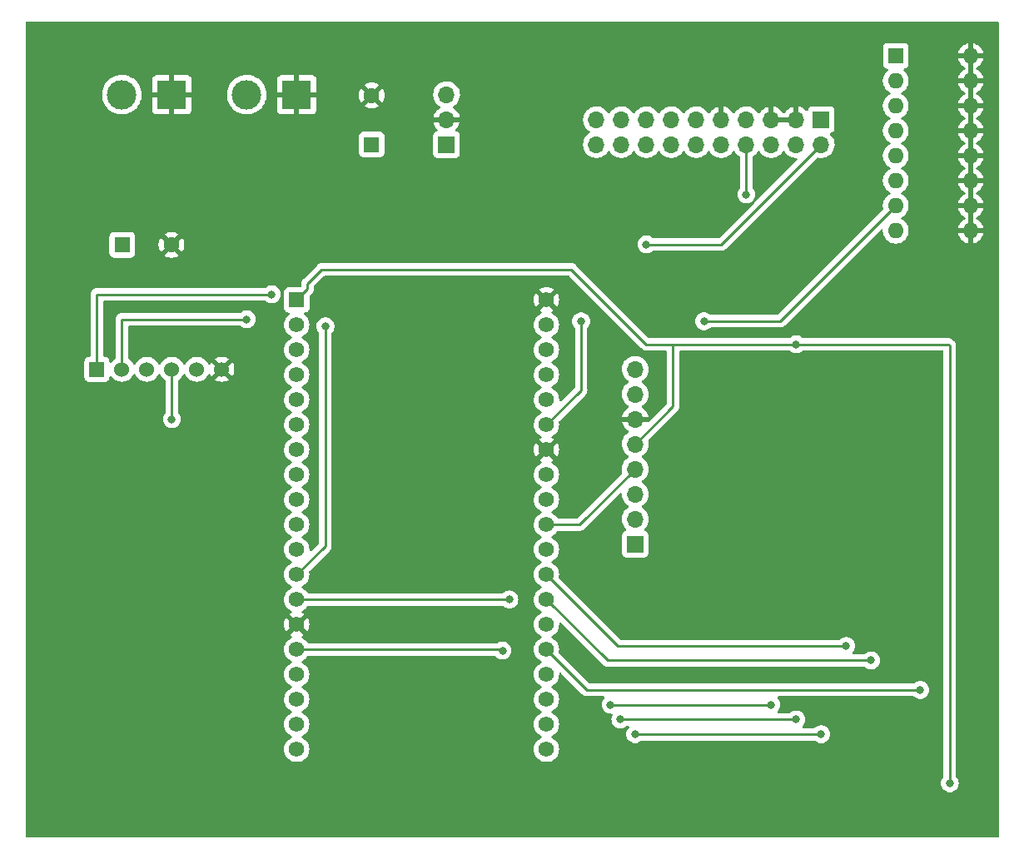
<source format=gbr>
%TF.GenerationSoftware,KiCad,Pcbnew,6.0.2+dfsg-1*%
%TF.CreationDate,2023-04-19T21:44:12+02:00*%
%TF.ProjectId,login-controller,6c6f6769-6e2d-4636-9f6e-74726f6c6c65,rev?*%
%TF.SameCoordinates,Original*%
%TF.FileFunction,Copper,L2,Bot*%
%TF.FilePolarity,Positive*%
%FSLAX46Y46*%
G04 Gerber Fmt 4.6, Leading zero omitted, Abs format (unit mm)*
G04 Created by KiCad (PCBNEW 6.0.2+dfsg-1) date 2023-04-19 21:44:12*
%MOMM*%
%LPD*%
G01*
G04 APERTURE LIST*
%TA.AperFunction,ComponentPad*%
%ADD10R,1.560000X1.560000*%
%TD*%
%TA.AperFunction,ComponentPad*%
%ADD11C,1.560000*%
%TD*%
%TA.AperFunction,ComponentPad*%
%ADD12R,1.700000X1.700000*%
%TD*%
%TA.AperFunction,ComponentPad*%
%ADD13O,1.700000X1.700000*%
%TD*%
%TA.AperFunction,ComponentPad*%
%ADD14R,1.524000X1.524000*%
%TD*%
%TA.AperFunction,ComponentPad*%
%ADD15C,1.524000*%
%TD*%
%TA.AperFunction,ComponentPad*%
%ADD16R,1.600000X1.600000*%
%TD*%
%TA.AperFunction,ComponentPad*%
%ADD17O,1.600000X1.600000*%
%TD*%
%TA.AperFunction,ComponentPad*%
%ADD18C,1.600000*%
%TD*%
%TA.AperFunction,ComponentPad*%
%ADD19R,3.000000X3.000000*%
%TD*%
%TA.AperFunction,ComponentPad*%
%ADD20C,3.000000*%
%TD*%
%TA.AperFunction,ViaPad*%
%ADD21C,0.800000*%
%TD*%
%TA.AperFunction,Conductor*%
%ADD22C,0.250000*%
%TD*%
G04 APERTURE END LIST*
D10*
%TO.P,U1,J2-1,3V3*%
%TO.N,+3V3*%
X132080000Y-48820000D03*
D11*
%TO.P,U1,J2-2,EN*%
%TO.N,JTAG_RST*%
X132080000Y-51360000D03*
%TO.P,U1,J2-3,SENSOR_VP*%
%TO.N,DIP_1*%
X132080000Y-53900000D03*
%TO.P,U1,J2-4,SENSOR_VN*%
%TO.N,DIP_2*%
X132080000Y-56440000D03*
%TO.P,U1,J2-5,IO34*%
%TO.N,DIP_3*%
X132080000Y-58980000D03*
%TO.P,U1,J2-6,IO35*%
%TO.N,DIP_4*%
X132080000Y-61520000D03*
%TO.P,U1,J2-7,IO32*%
%TO.N,SD_CS*%
X132080000Y-64060000D03*
%TO.P,U1,J2-8,IO33*%
%TO.N,unconnected-(U1-PadJ2-8)*%
X132080000Y-66600000D03*
%TO.P,U1,J2-9,IO25*%
%TO.N,SD_SCL*%
X132080000Y-69140000D03*
%TO.P,U1,J2-10,IO26*%
%TO.N,SD_MOSI*%
X132080000Y-71680000D03*
%TO.P,U1,J2-11,IO27*%
%TO.N,SD_MISO*%
X132080000Y-74220000D03*
%TO.P,U1,J2-12,IO14*%
%TO.N,JTAG_TMS*%
X132080000Y-76760000D03*
%TO.P,U1,J2-13,IO12*%
%TO.N,JTAG_TDI*%
X132080000Y-79300000D03*
%TO.P,U1,J2-14,GND1*%
%TO.N,GND*%
X132080000Y-81840000D03*
%TO.P,U1,J2-15,IO13*%
%TO.N,JTAG_TCK*%
X132080000Y-84380000D03*
%TO.P,U1,J2-16,SD2*%
%TO.N,unconnected-(U1-PadJ2-16)*%
X132080000Y-86920000D03*
%TO.P,U1,J2-17,SD3*%
%TO.N,unconnected-(U1-PadJ2-17)*%
X132080000Y-89460000D03*
%TO.P,U1,J2-18,CMD*%
%TO.N,unconnected-(U1-PadJ2-18)*%
X132080000Y-92000000D03*
%TO.P,U1,J2-19,EXT_5V*%
%TO.N,+5V*%
X132080000Y-94540000D03*
%TO.P,U1,J3-1,GND3*%
%TO.N,GND*%
X157480000Y-48820000D03*
%TO.P,U1,J3-2,IO23*%
%TO.N,PN532_MOSI*%
X157480000Y-51360000D03*
%TO.P,U1,J3-3,IO22*%
%TO.N,unconnected-(U1-PadJ3-3)*%
X157480000Y-53900000D03*
%TO.P,U1,J3-4,TXD0*%
%TO.N,unconnected-(U1-PadJ3-4)*%
X157480000Y-56440000D03*
%TO.P,U1,J3-5,RXD0*%
%TO.N,unconnected-(U1-PadJ3-5)*%
X157480000Y-58980000D03*
%TO.P,U1,J3-6,IO21*%
%TO.N,DIP_7*%
X157480000Y-61520000D03*
%TO.P,U1,J3-7,GND2*%
%TO.N,GND*%
X157480000Y-64060000D03*
%TO.P,U1,J3-8,IO19*%
%TO.N,PN532_MISO*%
X157480000Y-66600000D03*
%TO.P,U1,J3-9,IO18*%
%TO.N,PN532_CLK*%
X157480000Y-69140000D03*
%TO.P,U1,J3-10,IO5*%
%TO.N,PN532_SS*%
X157480000Y-71680000D03*
%TO.P,U1,J3-11,IO17*%
%TO.N,PN532_IRQ*%
X157480000Y-74220000D03*
%TO.P,U1,J3-12,IO16*%
%TO.N,DIP_5*%
X157480000Y-76760000D03*
%TO.P,U1,J3-13,IO4*%
%TO.N,DIP_6*%
X157480000Y-79300000D03*
%TO.P,U1,J3-14,IO0*%
%TO.N,unconnected-(U1-PadJ3-14)*%
X157480000Y-81840000D03*
%TO.P,U1,J3-15,IO2*%
%TO.N,DIP_8*%
X157480000Y-84380000D03*
%TO.P,U1,J3-16,IO15*%
%TO.N,JTAG_TDO*%
X157480000Y-86920000D03*
%TO.P,U1,J3-17,SD1*%
%TO.N,unconnected-(U1-PadJ3-17)*%
X157480000Y-89460000D03*
%TO.P,U1,J3-18,SD0*%
%TO.N,unconnected-(U1-PadJ3-18)*%
X157480000Y-92000000D03*
%TO.P,U1,J3-19,CLK*%
%TO.N,unconnected-(U1-PadJ3-19)*%
X157480000Y-94540000D03*
%TD*%
D12*
%TO.P,U2,1,SCK*%
%TO.N,PN532_CLK*%
X166500000Y-73660000D03*
D13*
%TO.P,U2,2,MISO*%
%TO.N,PN532_MISO*%
X166500000Y-71120000D03*
%TO.P,U2,3,MOSI*%
%TO.N,PN532_MOSI*%
X166500000Y-68580000D03*
%TO.P,U2,4,SS*%
%TO.N,PN532_SS*%
X166500000Y-66040000D03*
%TO.P,U2,5,VCC*%
%TO.N,+3V3*%
X166500000Y-63500000D03*
%TO.P,U2,6,GND*%
%TO.N,GND*%
X166500000Y-60960000D03*
%TO.P,U2,7,IRQ*%
%TO.N,PN532_IRQ*%
X166500000Y-58420000D03*
%TO.P,U2,8,RSTO*%
%TO.N,unconnected-(U2-Pad8)*%
X166500000Y-55880000D03*
%TD*%
D14*
%TO.P,U3,1,CS*%
%TO.N,SD_CS*%
X111760000Y-55880000D03*
D15*
%TO.P,U3,2,SCK*%
%TO.N,SD_SCL*%
X114300000Y-55880000D03*
%TO.P,U3,3,MOSI*%
%TO.N,SD_MOSI*%
X116840000Y-55880000D03*
%TO.P,U3,4,MISO*%
%TO.N,SD_MISO*%
X119380000Y-55880000D03*
%TO.P,U3,5,VCC*%
%TO.N,+5V*%
X121920000Y-55880000D03*
%TO.P,U3,6,GND*%
%TO.N,GND*%
X124460000Y-55880000D03*
%TD*%
D16*
%TO.P,SW1,1*%
%TO.N,DIP_1*%
X193000000Y-24000000D03*
D17*
%TO.P,SW1,2*%
%TO.N,DIP_2*%
X193000000Y-26540000D03*
%TO.P,SW1,3*%
%TO.N,DIP_3*%
X193000000Y-29080000D03*
%TO.P,SW1,4*%
%TO.N,DIP_4*%
X193000000Y-31620000D03*
%TO.P,SW1,5*%
%TO.N,DIP_5*%
X193000000Y-34160000D03*
%TO.P,SW1,6*%
%TO.N,DIP_6*%
X193000000Y-36700000D03*
%TO.P,SW1,7*%
%TO.N,DIP_7*%
X193000000Y-39240000D03*
%TO.P,SW1,8*%
%TO.N,DIP_8*%
X193000000Y-41780000D03*
%TO.P,SW1,9*%
%TO.N,GND*%
X200620000Y-41780000D03*
%TO.P,SW1,10*%
X200620000Y-39240000D03*
%TO.P,SW1,11*%
X200620000Y-36700000D03*
%TO.P,SW1,12*%
X200620000Y-34160000D03*
%TO.P,SW1,13*%
X200620000Y-31620000D03*
%TO.P,SW1,14*%
X200620000Y-29080000D03*
%TO.P,SW1,15*%
X200620000Y-26540000D03*
%TO.P,SW1,16*%
X200620000Y-24000000D03*
%TD*%
D12*
%TO.P,U4,1,IN*%
%TO.N,+12V*%
X147320000Y-33020000D03*
D13*
%TO.P,U4,2,GND*%
%TO.N,GND*%
X147320000Y-30480000D03*
%TO.P,U4,3,OUT*%
%TO.N,+5V*%
X147320000Y-27940000D03*
%TD*%
D16*
%TO.P,C2,1*%
%TO.N,+5V*%
X114340000Y-43220000D03*
D18*
%TO.P,C2,2*%
%TO.N,GND*%
X119340000Y-43220000D03*
%TD*%
D19*
%TO.P,J2,1,Pin_1*%
%TO.N,GND*%
X132080000Y-27940000D03*
D20*
%TO.P,J2,2,Pin_2*%
%TO.N,+12V*%
X127000000Y-27940000D03*
%TD*%
D12*
%TO.P,J4,1,VTref*%
%TO.N,Net-(J4-Pad1)*%
X185420000Y-30480000D03*
D13*
%TO.P,J4,2,SWDIO/TMS*%
%TO.N,JTAG_TMS*%
X185420000Y-33020000D03*
%TO.P,J4,3,GND*%
%TO.N,GND*%
X182880000Y-30480000D03*
%TO.P,J4,4,SWDCLK/TCK*%
%TO.N,JTAG_TCK*%
X182880000Y-33020000D03*
%TO.P,J4,5,GND*%
%TO.N,GND*%
X180340000Y-30480000D03*
%TO.P,J4,6,SWO/TDO*%
%TO.N,JTAG_TDO*%
X180340000Y-33020000D03*
%TO.P,J4,7,KEY*%
%TO.N,unconnected-(J4-Pad7)*%
X177800000Y-30480000D03*
%TO.P,J4,8,NC/TDI*%
%TO.N,JTAG_TDI*%
X177800000Y-33020000D03*
%TO.P,J4,9,GNDDetect*%
%TO.N,GND*%
X175260000Y-30480000D03*
%TO.P,J4,10,~{RESET}*%
%TO.N,JTAG_RST*%
X175260000Y-33020000D03*
%TO.P,J4,11*%
%TO.N,N/C*%
X172720000Y-30480000D03*
%TO.P,J4,12*%
X172720000Y-33020000D03*
%TO.P,J4,13*%
X170180000Y-30480000D03*
%TO.P,J4,14*%
X170180000Y-33020000D03*
%TO.P,J4,15*%
X167640000Y-30480000D03*
%TO.P,J4,16*%
X167640000Y-33020000D03*
%TO.P,J4,17*%
X165100000Y-30480000D03*
%TO.P,J4,18*%
X165100000Y-33020000D03*
%TO.P,J4,19*%
X162560000Y-30480000D03*
%TO.P,J4,20*%
X162560000Y-33020000D03*
%TD*%
D19*
%TO.P,J1,1,Pin_1*%
%TO.N,GND*%
X119380000Y-27940000D03*
D20*
%TO.P,J1,2,Pin_2*%
%TO.N,+5V*%
X114300000Y-27940000D03*
%TD*%
D16*
%TO.P,C1,1*%
%TO.N,+12V*%
X139700000Y-33020000D03*
D18*
%TO.P,C1,2*%
%TO.N,GND*%
X139700000Y-28020000D03*
%TD*%
D21*
%TO.N,DIP_7*%
X173500000Y-51000000D03*
X161000000Y-51000000D03*
%TO.N,DIP_4*%
X166500000Y-93000000D03*
%TO.N,DIP_3*%
X165000000Y-91500000D03*
%TO.N,DIP_2*%
X164000000Y-90000000D03*
%TO.N,DIP_4*%
X185420000Y-93000000D03*
%TO.N,DIP_2*%
X180340000Y-90000000D03*
%TO.N,DIP_3*%
X182880000Y-91500000D03*
%TO.N,JTAG_TDI*%
X153700000Y-79300000D03*
%TO.N,JTAG_TCK*%
X153000000Y-84500000D03*
%TO.N,JTAG_TMS*%
X135000000Y-51500000D03*
%TO.N,DIP_8*%
X195500000Y-88500000D03*
%TO.N,DIP_6*%
X190500000Y-85500000D03*
%TO.N,DIP_5*%
X187960000Y-84040000D03*
%TO.N,SD_MISO*%
X119380000Y-60960000D03*
%TO.N,SD_SCL*%
X127000000Y-50800000D03*
%TO.N,SD_CS*%
X129540000Y-48260000D03*
%TO.N,+3V3*%
X198500000Y-98000000D03*
X182880000Y-53340000D03*
%TO.N,JTAG_TMS*%
X167640000Y-43180000D03*
%TO.N,JTAG_TDI*%
X177800000Y-38100000D03*
%TD*%
D22*
%TO.N,DIP_7*%
X193000000Y-39240000D02*
X181240000Y-51000000D01*
X181240000Y-51000000D02*
X173500000Y-51000000D01*
X161000000Y-58000000D02*
X161000000Y-51000000D01*
X157480000Y-61520000D02*
X161000000Y-58000000D01*
%TO.N,PN532_SS*%
X157480000Y-71680000D02*
X160860000Y-71680000D01*
X160860000Y-71680000D02*
X166500000Y-66040000D01*
%TO.N,+3V3*%
X182880000Y-53340000D02*
X198340000Y-53340000D01*
X198500000Y-98000000D02*
X198500000Y-53500000D01*
X198500000Y-53500000D02*
X198340000Y-53340000D01*
X170340000Y-53340000D02*
X167640000Y-53340000D01*
X182880000Y-53340000D02*
X170340000Y-53340000D01*
X170340000Y-53340000D02*
X170340000Y-59660000D01*
X170340000Y-59660000D02*
X166500000Y-63500000D01*
%TO.N,JTAG_TCK*%
X153000000Y-84500000D02*
X152880000Y-84380000D01*
X152880000Y-84380000D02*
X132080000Y-84380000D01*
%TO.N,DIP_4*%
X185420000Y-93000000D02*
X166500000Y-93000000D01*
%TO.N,DIP_3*%
X182880000Y-91500000D02*
X165000000Y-91500000D01*
%TO.N,DIP_2*%
X180340000Y-90000000D02*
X164000000Y-90000000D01*
%TO.N,JTAG_TDI*%
X153700000Y-79300000D02*
X132080000Y-79300000D01*
%TO.N,JTAG_TMS*%
X135000000Y-51500000D02*
X135000000Y-73840000D01*
X135000000Y-73840000D02*
X132080000Y-76760000D01*
%TO.N,DIP_8*%
X195500000Y-88500000D02*
X161600000Y-88500000D01*
X161600000Y-88500000D02*
X157480000Y-84380000D01*
%TO.N,DIP_6*%
X190500000Y-85500000D02*
X163680000Y-85500000D01*
X163680000Y-85500000D02*
X157480000Y-79300000D01*
%TO.N,DIP_5*%
X187960000Y-84040000D02*
X164760000Y-84040000D01*
X164760000Y-84040000D02*
X157480000Y-76760000D01*
%TO.N,SD_MISO*%
X119380000Y-60960000D02*
X119380000Y-55880000D01*
%TO.N,SD_SCL*%
X127000000Y-50800000D02*
X114300000Y-50800000D01*
X114300000Y-50800000D02*
X114300000Y-55880000D01*
%TO.N,SD_CS*%
X111760000Y-48260000D02*
X111760000Y-55880000D01*
X129540000Y-48260000D02*
X111760000Y-48260000D01*
%TO.N,+3V3*%
X132080000Y-48820000D02*
X133184511Y-47715489D01*
X134620000Y-45720000D02*
X160020000Y-45720000D01*
X160020000Y-45720000D02*
X167640000Y-53340000D01*
X133184511Y-47155489D02*
X134620000Y-45720000D01*
X133184511Y-47715489D02*
X133184511Y-47155489D01*
%TO.N,JTAG_TMS*%
X175260000Y-43180000D02*
X167640000Y-43180000D01*
X185420000Y-33020000D02*
X175260000Y-43180000D01*
%TO.N,JTAG_TDI*%
X177800000Y-33020000D02*
X177800000Y-38100000D01*
%TD*%
%TA.AperFunction,Conductor*%
%TO.N,GND*%
G36*
X203434121Y-20528002D02*
G01*
X203480614Y-20581658D01*
X203492000Y-20634000D01*
X203492000Y-103366000D01*
X203471998Y-103434121D01*
X203418342Y-103480614D01*
X203366000Y-103492000D01*
X104634000Y-103492000D01*
X104565879Y-103471998D01*
X104519386Y-103418342D01*
X104508000Y-103366000D01*
X104508000Y-94540000D01*
X130786578Y-94540000D01*
X130806228Y-94764600D01*
X130864581Y-94982376D01*
X130959864Y-95186711D01*
X131089181Y-95371396D01*
X131248604Y-95530819D01*
X131433289Y-95660136D01*
X131438267Y-95662457D01*
X131438270Y-95662459D01*
X131632642Y-95753096D01*
X131637624Y-95755419D01*
X131642932Y-95756841D01*
X131642934Y-95756842D01*
X131850085Y-95812348D01*
X131850087Y-95812348D01*
X131855400Y-95813772D01*
X132080000Y-95833422D01*
X132304600Y-95813772D01*
X132309913Y-95812348D01*
X132309915Y-95812348D01*
X132517066Y-95756842D01*
X132517068Y-95756841D01*
X132522376Y-95755419D01*
X132527358Y-95753096D01*
X132721730Y-95662459D01*
X132721733Y-95662457D01*
X132726711Y-95660136D01*
X132911396Y-95530819D01*
X133070819Y-95371396D01*
X133200136Y-95186711D01*
X133295419Y-94982376D01*
X133353772Y-94764600D01*
X133373422Y-94540000D01*
X133353772Y-94315400D01*
X133295419Y-94097624D01*
X133207229Y-93908500D01*
X133202459Y-93898270D01*
X133202457Y-93898267D01*
X133200136Y-93893289D01*
X133070819Y-93708604D01*
X132911396Y-93549181D01*
X132726711Y-93419864D01*
X132721733Y-93417543D01*
X132721730Y-93417541D01*
X132650219Y-93384195D01*
X132596934Y-93337277D01*
X132577473Y-93269000D01*
X132598015Y-93201040D01*
X132650219Y-93155805D01*
X132721730Y-93122459D01*
X132721733Y-93122457D01*
X132726711Y-93120136D01*
X132911396Y-92990819D01*
X133070819Y-92831396D01*
X133200136Y-92646711D01*
X133205724Y-92634729D01*
X133293096Y-92447358D01*
X133293097Y-92447357D01*
X133295419Y-92442376D01*
X133321110Y-92346498D01*
X133352348Y-92229915D01*
X133352348Y-92229913D01*
X133353772Y-92224600D01*
X133373422Y-92000000D01*
X133353772Y-91775400D01*
X133295419Y-91557624D01*
X133271610Y-91506565D01*
X133202459Y-91358270D01*
X133202457Y-91358267D01*
X133200136Y-91353289D01*
X133070819Y-91168604D01*
X132911396Y-91009181D01*
X132726711Y-90879864D01*
X132721733Y-90877543D01*
X132721730Y-90877541D01*
X132650219Y-90844195D01*
X132596934Y-90797277D01*
X132577473Y-90729000D01*
X132598015Y-90661040D01*
X132650219Y-90615805D01*
X132721730Y-90582459D01*
X132721733Y-90582457D01*
X132726711Y-90580136D01*
X132911396Y-90450819D01*
X133070819Y-90291396D01*
X133200136Y-90106711D01*
X133252958Y-89993435D01*
X133293096Y-89907358D01*
X133293097Y-89907357D01*
X133295419Y-89902376D01*
X133353772Y-89684600D01*
X133373422Y-89460000D01*
X133353772Y-89235400D01*
X133332180Y-89154818D01*
X133296842Y-89022934D01*
X133296841Y-89022932D01*
X133295419Y-89017624D01*
X133277203Y-88978559D01*
X133202459Y-88818270D01*
X133202457Y-88818267D01*
X133200136Y-88813289D01*
X133070819Y-88628604D01*
X132911396Y-88469181D01*
X132726711Y-88339864D01*
X132721733Y-88337543D01*
X132721730Y-88337541D01*
X132650219Y-88304195D01*
X132596934Y-88257277D01*
X132577473Y-88189000D01*
X132598015Y-88121040D01*
X132650219Y-88075805D01*
X132721730Y-88042459D01*
X132721733Y-88042457D01*
X132726711Y-88040136D01*
X132911396Y-87910819D01*
X133070819Y-87751396D01*
X133200136Y-87566711D01*
X133295419Y-87362376D01*
X133353772Y-87144600D01*
X133373422Y-86920000D01*
X133353772Y-86695400D01*
X133352348Y-86690085D01*
X133296842Y-86482934D01*
X133296841Y-86482932D01*
X133295419Y-86477624D01*
X133262546Y-86407128D01*
X133202459Y-86278270D01*
X133202457Y-86278267D01*
X133200136Y-86273289D01*
X133070819Y-86088604D01*
X132911396Y-85929181D01*
X132726711Y-85799864D01*
X132721733Y-85797543D01*
X132721730Y-85797541D01*
X132650219Y-85764195D01*
X132596934Y-85717277D01*
X132577473Y-85649000D01*
X132598015Y-85581040D01*
X132650219Y-85535805D01*
X132721730Y-85502459D01*
X132721733Y-85502457D01*
X132726711Y-85500136D01*
X132911396Y-85370819D01*
X133070819Y-85211396D01*
X133171766Y-85067227D01*
X133227220Y-85022901D01*
X133274977Y-85013500D01*
X152183753Y-85013500D01*
X152251874Y-85033502D01*
X152277388Y-85055189D01*
X152388747Y-85178866D01*
X152543248Y-85291118D01*
X152549276Y-85293802D01*
X152549278Y-85293803D01*
X152600560Y-85316635D01*
X152717712Y-85368794D01*
X152811113Y-85388647D01*
X152898056Y-85407128D01*
X152898061Y-85407128D01*
X152904513Y-85408500D01*
X153095487Y-85408500D01*
X153101939Y-85407128D01*
X153101944Y-85407128D01*
X153188888Y-85388647D01*
X153282288Y-85368794D01*
X153399440Y-85316635D01*
X153450722Y-85293803D01*
X153450724Y-85293802D01*
X153456752Y-85291118D01*
X153611253Y-85178866D01*
X153661806Y-85122721D01*
X153734621Y-85041852D01*
X153734622Y-85041851D01*
X153739040Y-85036944D01*
X153834527Y-84871556D01*
X153893542Y-84689928D01*
X153903755Y-84592762D01*
X153912814Y-84506565D01*
X153913504Y-84500000D01*
X153893542Y-84310072D01*
X153834527Y-84128444D01*
X153739040Y-83963056D01*
X153611253Y-83821134D01*
X153456752Y-83708882D01*
X153450724Y-83706198D01*
X153450722Y-83706197D01*
X153288319Y-83633891D01*
X153288318Y-83633891D01*
X153282288Y-83631206D01*
X153188887Y-83611353D01*
X153101944Y-83592872D01*
X153101939Y-83592872D01*
X153095487Y-83591500D01*
X152904513Y-83591500D01*
X152898061Y-83592872D01*
X152898056Y-83592872D01*
X152811113Y-83611353D01*
X152717712Y-83631206D01*
X152711682Y-83633891D01*
X152711681Y-83633891D01*
X152549278Y-83706197D01*
X152549276Y-83706198D01*
X152543248Y-83708882D01*
X152537910Y-83712760D01*
X152537907Y-83712762D01*
X152524591Y-83722437D01*
X152450531Y-83746500D01*
X133274977Y-83746500D01*
X133206856Y-83726498D01*
X133171768Y-83692774D01*
X133070819Y-83548604D01*
X132911396Y-83389181D01*
X132726711Y-83259864D01*
X132721733Y-83257543D01*
X132721730Y-83257541D01*
X132649627Y-83223919D01*
X132596342Y-83177002D01*
X132576881Y-83108724D01*
X132597423Y-83040764D01*
X132649628Y-82995529D01*
X132721469Y-82962030D01*
X132730968Y-82956545D01*
X132778689Y-82923130D01*
X132787064Y-82912653D01*
X132779996Y-82899206D01*
X132092812Y-82212022D01*
X132078868Y-82204408D01*
X132077035Y-82204539D01*
X132070420Y-82208790D01*
X131379283Y-82899927D01*
X131372853Y-82911702D01*
X131382149Y-82923717D01*
X131429032Y-82956545D01*
X131438531Y-82962030D01*
X131510372Y-82995529D01*
X131563657Y-83042445D01*
X131583119Y-83110722D01*
X131562578Y-83178683D01*
X131510373Y-83223919D01*
X131438270Y-83257541D01*
X131438267Y-83257543D01*
X131433289Y-83259864D01*
X131248604Y-83389181D01*
X131089181Y-83548604D01*
X130959864Y-83733289D01*
X130957543Y-83738267D01*
X130957541Y-83738270D01*
X130905407Y-83850072D01*
X130864581Y-83937624D01*
X130863159Y-83942932D01*
X130863158Y-83942934D01*
X130856234Y-83968774D01*
X130806228Y-84155400D01*
X130786578Y-84380000D01*
X130806228Y-84604600D01*
X130807652Y-84609913D01*
X130807652Y-84609915D01*
X130852401Y-84776918D01*
X130864581Y-84822376D01*
X130866903Y-84827357D01*
X130866904Y-84827358D01*
X130953704Y-85013500D01*
X130959864Y-85026711D01*
X131089181Y-85211396D01*
X131248604Y-85370819D01*
X131433289Y-85500136D01*
X131438267Y-85502457D01*
X131438270Y-85502459D01*
X131509781Y-85535805D01*
X131563066Y-85582723D01*
X131582527Y-85651000D01*
X131561985Y-85718960D01*
X131509781Y-85764195D01*
X131438270Y-85797541D01*
X131438267Y-85797543D01*
X131433289Y-85799864D01*
X131248604Y-85929181D01*
X131089181Y-86088604D01*
X130959864Y-86273289D01*
X130957543Y-86278267D01*
X130957541Y-86278270D01*
X130897454Y-86407128D01*
X130864581Y-86477624D01*
X130863159Y-86482932D01*
X130863158Y-86482934D01*
X130807652Y-86690085D01*
X130806228Y-86695400D01*
X130786578Y-86920000D01*
X130806228Y-87144600D01*
X130864581Y-87362376D01*
X130959864Y-87566711D01*
X131089181Y-87751396D01*
X131248604Y-87910819D01*
X131433289Y-88040136D01*
X131438267Y-88042457D01*
X131438270Y-88042459D01*
X131509781Y-88075805D01*
X131563066Y-88122723D01*
X131582527Y-88191000D01*
X131561985Y-88258960D01*
X131509781Y-88304195D01*
X131438270Y-88337541D01*
X131438267Y-88337543D01*
X131433289Y-88339864D01*
X131248604Y-88469181D01*
X131089181Y-88628604D01*
X130959864Y-88813289D01*
X130957543Y-88818267D01*
X130957541Y-88818270D01*
X130882797Y-88978559D01*
X130864581Y-89017624D01*
X130863159Y-89022932D01*
X130863158Y-89022934D01*
X130827820Y-89154818D01*
X130806228Y-89235400D01*
X130786578Y-89460000D01*
X130806228Y-89684600D01*
X130864581Y-89902376D01*
X130866903Y-89907357D01*
X130866904Y-89907358D01*
X130907043Y-89993435D01*
X130959864Y-90106711D01*
X131089181Y-90291396D01*
X131248604Y-90450819D01*
X131433289Y-90580136D01*
X131438267Y-90582457D01*
X131438270Y-90582459D01*
X131509781Y-90615805D01*
X131563066Y-90662723D01*
X131582527Y-90731000D01*
X131561985Y-90798960D01*
X131509781Y-90844195D01*
X131438270Y-90877541D01*
X131438267Y-90877543D01*
X131433289Y-90879864D01*
X131248604Y-91009181D01*
X131089181Y-91168604D01*
X130959864Y-91353289D01*
X130957543Y-91358267D01*
X130957541Y-91358270D01*
X130888390Y-91506565D01*
X130864581Y-91557624D01*
X130806228Y-91775400D01*
X130786578Y-92000000D01*
X130806228Y-92224600D01*
X130807652Y-92229913D01*
X130807652Y-92229915D01*
X130838891Y-92346498D01*
X130864581Y-92442376D01*
X130866903Y-92447357D01*
X130866904Y-92447358D01*
X130954277Y-92634729D01*
X130959864Y-92646711D01*
X131089181Y-92831396D01*
X131248604Y-92990819D01*
X131433289Y-93120136D01*
X131438267Y-93122457D01*
X131438270Y-93122459D01*
X131509781Y-93155805D01*
X131563066Y-93202723D01*
X131582527Y-93271000D01*
X131561985Y-93338960D01*
X131509781Y-93384195D01*
X131438270Y-93417541D01*
X131438267Y-93417543D01*
X131433289Y-93419864D01*
X131248604Y-93549181D01*
X131089181Y-93708604D01*
X130959864Y-93893289D01*
X130957543Y-93898267D01*
X130957541Y-93898270D01*
X130952771Y-93908500D01*
X130864581Y-94097624D01*
X130806228Y-94315400D01*
X130786578Y-94540000D01*
X104508000Y-94540000D01*
X104508000Y-81845475D01*
X130787559Y-81845475D01*
X130806243Y-82059036D01*
X130808145Y-82069823D01*
X130863630Y-82276894D01*
X130867378Y-82287190D01*
X130957972Y-82481473D01*
X130963455Y-82490968D01*
X130996870Y-82538689D01*
X131007347Y-82547064D01*
X131020794Y-82539996D01*
X131707978Y-81852812D01*
X131714356Y-81841132D01*
X132444408Y-81841132D01*
X132444539Y-81842965D01*
X132448790Y-81849580D01*
X133139927Y-82540717D01*
X133151702Y-82547147D01*
X133163717Y-82537851D01*
X133196545Y-82490968D01*
X133202028Y-82481473D01*
X133292622Y-82287190D01*
X133296370Y-82276894D01*
X133351855Y-82069823D01*
X133353757Y-82059036D01*
X133372441Y-81845475D01*
X133372441Y-81834525D01*
X133353757Y-81620964D01*
X133351855Y-81610177D01*
X133296370Y-81403106D01*
X133292622Y-81392810D01*
X133202028Y-81198527D01*
X133196545Y-81189032D01*
X133163130Y-81141311D01*
X133152653Y-81132936D01*
X133139206Y-81140004D01*
X132452022Y-81827188D01*
X132444408Y-81841132D01*
X131714356Y-81841132D01*
X131715592Y-81838868D01*
X131715461Y-81837035D01*
X131711210Y-81830420D01*
X131020073Y-81139283D01*
X131008298Y-81132853D01*
X130996283Y-81142149D01*
X130963455Y-81189032D01*
X130957972Y-81198527D01*
X130867378Y-81392810D01*
X130863630Y-81403106D01*
X130808145Y-81610177D01*
X130806243Y-81620964D01*
X130787559Y-81834525D01*
X130787559Y-81845475D01*
X104508000Y-81845475D01*
X104508000Y-79300000D01*
X130786578Y-79300000D01*
X130806228Y-79524600D01*
X130807652Y-79529913D01*
X130807652Y-79529915D01*
X130852401Y-79696918D01*
X130864581Y-79742376D01*
X130866903Y-79747357D01*
X130866904Y-79747358D01*
X130953704Y-79933500D01*
X130959864Y-79946711D01*
X131089181Y-80131396D01*
X131248604Y-80290819D01*
X131433289Y-80420136D01*
X131438267Y-80422457D01*
X131438270Y-80422459D01*
X131510373Y-80456081D01*
X131563658Y-80502998D01*
X131583119Y-80571276D01*
X131562577Y-80639236D01*
X131510372Y-80684471D01*
X131438531Y-80717970D01*
X131429032Y-80723455D01*
X131381311Y-80756870D01*
X131372936Y-80767347D01*
X131380004Y-80780794D01*
X132067188Y-81467978D01*
X132081132Y-81475592D01*
X132082965Y-81475461D01*
X132089580Y-81471210D01*
X132780717Y-80780073D01*
X132787147Y-80768298D01*
X132777851Y-80756283D01*
X132730968Y-80723455D01*
X132721469Y-80717970D01*
X132649628Y-80684471D01*
X132596343Y-80637555D01*
X132576881Y-80569278D01*
X132597422Y-80501317D01*
X132649627Y-80456081D01*
X132721730Y-80422459D01*
X132721733Y-80422457D01*
X132726711Y-80420136D01*
X132911396Y-80290819D01*
X133070819Y-80131396D01*
X133171766Y-79987227D01*
X133227220Y-79942901D01*
X133274977Y-79933500D01*
X152991800Y-79933500D01*
X153059921Y-79953502D01*
X153079147Y-79969843D01*
X153079420Y-79969540D01*
X153084332Y-79973963D01*
X153088747Y-79978866D01*
X153243248Y-80091118D01*
X153249276Y-80093802D01*
X153249278Y-80093803D01*
X153411681Y-80166109D01*
X153417712Y-80168794D01*
X153511113Y-80188647D01*
X153598056Y-80207128D01*
X153598061Y-80207128D01*
X153604513Y-80208500D01*
X153795487Y-80208500D01*
X153801939Y-80207128D01*
X153801944Y-80207128D01*
X153888887Y-80188647D01*
X153982288Y-80168794D01*
X153988319Y-80166109D01*
X154150722Y-80093803D01*
X154150724Y-80093802D01*
X154156752Y-80091118D01*
X154311253Y-79978866D01*
X154336149Y-79951216D01*
X154434621Y-79841852D01*
X154434622Y-79841851D01*
X154439040Y-79836944D01*
X154534527Y-79671556D01*
X154593542Y-79489928D01*
X154613504Y-79300000D01*
X154602044Y-79190966D01*
X154594232Y-79116635D01*
X154594232Y-79116633D01*
X154593542Y-79110072D01*
X154534527Y-78928444D01*
X154439040Y-78763056D01*
X154344691Y-78658270D01*
X154315675Y-78626045D01*
X154315674Y-78626044D01*
X154311253Y-78621134D01*
X154156752Y-78508882D01*
X154150724Y-78506198D01*
X154150722Y-78506197D01*
X153988319Y-78433891D01*
X153988318Y-78433891D01*
X153982288Y-78431206D01*
X153888888Y-78411353D01*
X153801944Y-78392872D01*
X153801939Y-78392872D01*
X153795487Y-78391500D01*
X153604513Y-78391500D01*
X153598061Y-78392872D01*
X153598056Y-78392872D01*
X153511112Y-78411353D01*
X153417712Y-78431206D01*
X153411682Y-78433891D01*
X153411681Y-78433891D01*
X153249278Y-78506197D01*
X153249276Y-78506198D01*
X153243248Y-78508882D01*
X153088747Y-78621134D01*
X153084332Y-78626037D01*
X153079420Y-78630460D01*
X153078295Y-78629211D01*
X153024986Y-78662051D01*
X152991800Y-78666500D01*
X133274977Y-78666500D01*
X133206856Y-78646498D01*
X133171768Y-78612774D01*
X133070819Y-78468604D01*
X132911396Y-78309181D01*
X132726711Y-78179864D01*
X132721733Y-78177543D01*
X132721730Y-78177541D01*
X132650219Y-78144195D01*
X132596934Y-78097277D01*
X132577473Y-78029000D01*
X132598015Y-77961040D01*
X132650219Y-77915805D01*
X132721730Y-77882459D01*
X132721733Y-77882457D01*
X132726711Y-77880136D01*
X132911396Y-77750819D01*
X133070819Y-77591396D01*
X133200136Y-77406711D01*
X133295419Y-77202376D01*
X133307600Y-77156918D01*
X133352348Y-76989915D01*
X133352348Y-76989913D01*
X133353772Y-76984600D01*
X133373422Y-76760000D01*
X133353772Y-76535400D01*
X133352347Y-76530081D01*
X133340211Y-76484786D01*
X133341901Y-76413809D01*
X133372823Y-76363081D01*
X135392247Y-74343657D01*
X135400537Y-74336113D01*
X135407018Y-74332000D01*
X135453659Y-74282332D01*
X135456413Y-74279491D01*
X135476135Y-74259769D01*
X135478612Y-74256576D01*
X135486317Y-74247555D01*
X135516586Y-74215321D01*
X135520407Y-74208371D01*
X135526346Y-74197568D01*
X135537202Y-74181041D01*
X135544757Y-74171302D01*
X135544758Y-74171300D01*
X135549614Y-74165040D01*
X135567174Y-74124460D01*
X135572391Y-74113812D01*
X135589875Y-74082009D01*
X135589876Y-74082007D01*
X135593695Y-74075060D01*
X135598733Y-74055437D01*
X135605137Y-74036734D01*
X135610033Y-74025420D01*
X135610033Y-74025419D01*
X135613181Y-74018145D01*
X135614420Y-74010322D01*
X135614423Y-74010312D01*
X135620099Y-73974476D01*
X135622505Y-73962856D01*
X135631528Y-73927711D01*
X135631528Y-73927710D01*
X135633500Y-73920030D01*
X135633500Y-73899776D01*
X135635051Y-73880065D01*
X135636980Y-73867886D01*
X135638220Y-73860057D01*
X135634059Y-73816038D01*
X135633500Y-73804181D01*
X135633500Y-64065475D01*
X156187559Y-64065475D01*
X156206243Y-64279036D01*
X156208145Y-64289823D01*
X156263630Y-64496894D01*
X156267378Y-64507190D01*
X156357972Y-64701473D01*
X156363455Y-64710968D01*
X156396870Y-64758689D01*
X156407347Y-64767064D01*
X156420794Y-64759996D01*
X157107978Y-64072812D01*
X157114356Y-64061132D01*
X157844408Y-64061132D01*
X157844539Y-64062965D01*
X157848790Y-64069580D01*
X158539927Y-64760717D01*
X158551702Y-64767147D01*
X158563717Y-64757851D01*
X158596545Y-64710968D01*
X158602028Y-64701473D01*
X158692622Y-64507190D01*
X158696370Y-64496894D01*
X158751855Y-64289823D01*
X158753757Y-64279036D01*
X158772441Y-64065475D01*
X158772441Y-64054525D01*
X158753757Y-63840964D01*
X158751855Y-63830177D01*
X158696370Y-63623106D01*
X158692622Y-63612810D01*
X158602028Y-63418527D01*
X158596545Y-63409032D01*
X158563130Y-63361311D01*
X158552653Y-63352936D01*
X158539206Y-63360004D01*
X157852022Y-64047188D01*
X157844408Y-64061132D01*
X157114356Y-64061132D01*
X157115592Y-64058868D01*
X157115461Y-64057035D01*
X157111210Y-64050420D01*
X156420073Y-63359283D01*
X156408298Y-63352853D01*
X156396283Y-63362149D01*
X156363455Y-63409032D01*
X156357972Y-63418527D01*
X156267378Y-63612810D01*
X156263630Y-63623106D01*
X156208145Y-63830177D01*
X156206243Y-63840964D01*
X156187559Y-64054525D01*
X156187559Y-64065475D01*
X135633500Y-64065475D01*
X135633500Y-61520000D01*
X156186578Y-61520000D01*
X156206228Y-61744600D01*
X156207652Y-61749913D01*
X156207652Y-61749915D01*
X156255817Y-61929667D01*
X156264581Y-61962376D01*
X156266903Y-61967357D01*
X156266904Y-61967358D01*
X156337711Y-62119203D01*
X156359864Y-62166711D01*
X156489181Y-62351396D01*
X156648604Y-62510819D01*
X156833289Y-62640136D01*
X156838267Y-62642457D01*
X156838270Y-62642459D01*
X156910373Y-62676081D01*
X156963658Y-62722998D01*
X156983119Y-62791276D01*
X156962577Y-62859236D01*
X156910372Y-62904471D01*
X156838531Y-62937970D01*
X156829032Y-62943455D01*
X156781311Y-62976870D01*
X156772936Y-62987347D01*
X156780004Y-63000794D01*
X157467188Y-63687978D01*
X157481132Y-63695592D01*
X157482965Y-63695461D01*
X157489580Y-63691210D01*
X158180717Y-63000073D01*
X158187147Y-62988298D01*
X158177851Y-62976283D01*
X158130968Y-62943455D01*
X158121469Y-62937970D01*
X158049628Y-62904471D01*
X157996343Y-62857555D01*
X157976881Y-62789278D01*
X157997422Y-62721317D01*
X158049627Y-62676081D01*
X158121730Y-62642459D01*
X158121733Y-62642457D01*
X158126711Y-62640136D01*
X158311396Y-62510819D01*
X158470819Y-62351396D01*
X158600136Y-62166711D01*
X158622290Y-62119203D01*
X158693096Y-61967358D01*
X158693097Y-61967357D01*
X158695419Y-61962376D01*
X158704184Y-61929667D01*
X158752348Y-61749915D01*
X158752348Y-61749913D01*
X158753772Y-61744600D01*
X158773422Y-61520000D01*
X158753772Y-61295400D01*
X158751419Y-61286619D01*
X158740211Y-61244787D01*
X158741901Y-61173811D01*
X158772823Y-61123082D01*
X161392253Y-58503652D01*
X161400539Y-58496112D01*
X161407018Y-58492000D01*
X161453644Y-58442348D01*
X161456398Y-58439507D01*
X161476135Y-58419770D01*
X161478615Y-58416573D01*
X161486320Y-58407551D01*
X161505905Y-58386695D01*
X165137251Y-58386695D01*
X165137548Y-58391848D01*
X165137548Y-58391851D01*
X165149812Y-58604547D01*
X165150110Y-58609715D01*
X165151247Y-58614761D01*
X165151248Y-58614767D01*
X165171119Y-58702939D01*
X165199222Y-58827639D01*
X165283266Y-59034616D01*
X165399987Y-59225088D01*
X165546250Y-59393938D01*
X165718126Y-59536632D01*
X165791955Y-59579774D01*
X165840679Y-59631412D01*
X165853750Y-59701195D01*
X165827019Y-59766967D01*
X165786562Y-59800327D01*
X165778457Y-59804546D01*
X165769738Y-59810036D01*
X165599433Y-59937905D01*
X165591726Y-59944748D01*
X165444590Y-60098717D01*
X165438104Y-60106727D01*
X165318098Y-60282649D01*
X165313000Y-60291623D01*
X165223338Y-60484783D01*
X165219775Y-60494470D01*
X165164389Y-60694183D01*
X165165912Y-60702607D01*
X165178292Y-60706000D01*
X167818344Y-60706000D01*
X167831875Y-60702027D01*
X167833180Y-60692947D01*
X167791214Y-60525875D01*
X167787894Y-60516124D01*
X167702972Y-60320814D01*
X167698105Y-60311739D01*
X167582426Y-60132926D01*
X167576136Y-60124757D01*
X167432806Y-59967240D01*
X167425273Y-59960215D01*
X167258139Y-59828222D01*
X167249556Y-59822520D01*
X167212602Y-59802120D01*
X167162631Y-59751687D01*
X167147859Y-59682245D01*
X167172975Y-59615839D01*
X167200327Y-59589232D01*
X167223797Y-59572491D01*
X167379860Y-59461173D01*
X167406626Y-59434501D01*
X167534435Y-59307137D01*
X167538096Y-59303489D01*
X167597594Y-59220689D01*
X167665435Y-59126277D01*
X167668453Y-59122077D01*
X167719185Y-59019429D01*
X167765136Y-58926453D01*
X167765137Y-58926451D01*
X167767430Y-58921811D01*
X167832370Y-58708069D01*
X167861529Y-58486590D01*
X167862645Y-58440921D01*
X167863074Y-58423365D01*
X167863074Y-58423361D01*
X167863156Y-58420000D01*
X167844852Y-58197361D01*
X167790431Y-57980702D01*
X167701354Y-57775840D01*
X167580014Y-57588277D01*
X167429670Y-57423051D01*
X167425619Y-57419852D01*
X167425615Y-57419848D01*
X167258414Y-57287800D01*
X167258410Y-57287798D01*
X167254359Y-57284598D01*
X167213053Y-57261796D01*
X167163084Y-57211364D01*
X167148312Y-57141921D01*
X167173428Y-57075516D01*
X167200780Y-57048909D01*
X167261972Y-57005261D01*
X167379860Y-56921173D01*
X167413794Y-56887358D01*
X167534435Y-56767137D01*
X167538096Y-56763489D01*
X167597594Y-56680689D01*
X167665435Y-56586277D01*
X167668453Y-56582077D01*
X167676930Y-56564926D01*
X167765136Y-56386453D01*
X167765137Y-56386451D01*
X167767430Y-56381811D01*
X167832370Y-56168069D01*
X167861529Y-55946590D01*
X167863156Y-55880000D01*
X167844852Y-55657361D01*
X167790431Y-55440702D01*
X167701354Y-55235840D01*
X167623450Y-55115419D01*
X167582822Y-55052617D01*
X167582820Y-55052614D01*
X167580014Y-55048277D01*
X167429670Y-54883051D01*
X167425619Y-54879852D01*
X167425615Y-54879848D01*
X167258414Y-54747800D01*
X167258410Y-54747798D01*
X167254359Y-54744598D01*
X167237500Y-54735291D01*
X167186243Y-54706996D01*
X167058789Y-54636638D01*
X167053920Y-54634914D01*
X167053916Y-54634912D01*
X166853087Y-54563795D01*
X166853083Y-54563794D01*
X166848212Y-54562069D01*
X166843119Y-54561162D01*
X166843116Y-54561161D01*
X166633373Y-54523800D01*
X166633367Y-54523799D01*
X166628284Y-54522894D01*
X166554452Y-54521992D01*
X166410081Y-54520228D01*
X166410079Y-54520228D01*
X166404911Y-54520165D01*
X166184091Y-54553955D01*
X165971756Y-54623357D01*
X165773607Y-54726507D01*
X165769474Y-54729610D01*
X165769471Y-54729612D01*
X165631775Y-54832997D01*
X165594965Y-54860635D01*
X165563102Y-54893978D01*
X165454442Y-55007684D01*
X165440629Y-55022138D01*
X165314743Y-55206680D01*
X165300291Y-55237815D01*
X165222883Y-55404577D01*
X165220688Y-55409305D01*
X165160989Y-55624570D01*
X165137251Y-55846695D01*
X165137548Y-55851848D01*
X165137548Y-55851851D01*
X165149812Y-56064547D01*
X165150110Y-56069715D01*
X165151247Y-56074761D01*
X165151248Y-56074767D01*
X165158443Y-56106691D01*
X165199222Y-56287639D01*
X165283266Y-56494616D01*
X165399987Y-56685088D01*
X165546250Y-56853938D01*
X165718126Y-56996632D01*
X165788595Y-57037811D01*
X165791445Y-57039476D01*
X165840169Y-57091114D01*
X165853240Y-57160897D01*
X165826509Y-57226669D01*
X165786055Y-57260027D01*
X165773607Y-57266507D01*
X165769474Y-57269610D01*
X165769471Y-57269612D01*
X165745247Y-57287800D01*
X165594965Y-57400635D01*
X165440629Y-57562138D01*
X165314743Y-57746680D01*
X165220688Y-57949305D01*
X165160989Y-58164570D01*
X165137251Y-58386695D01*
X161505905Y-58386695D01*
X161511159Y-58381100D01*
X161516586Y-58375321D01*
X161520405Y-58368375D01*
X161520407Y-58368372D01*
X161526348Y-58357566D01*
X161537199Y-58341047D01*
X161544758Y-58331301D01*
X161549614Y-58325041D01*
X161552759Y-58317772D01*
X161552762Y-58317768D01*
X161567174Y-58284463D01*
X161572391Y-58273813D01*
X161593695Y-58235060D01*
X161598733Y-58215437D01*
X161605137Y-58196734D01*
X161610033Y-58185420D01*
X161610033Y-58185419D01*
X161613181Y-58178145D01*
X161614420Y-58170322D01*
X161614423Y-58170312D01*
X161620099Y-58134476D01*
X161622505Y-58122856D01*
X161631528Y-58087711D01*
X161631528Y-58087710D01*
X161633500Y-58080030D01*
X161633500Y-58059776D01*
X161635051Y-58040065D01*
X161636980Y-58027886D01*
X161638220Y-58020057D01*
X161634059Y-57976038D01*
X161633500Y-57964181D01*
X161633500Y-51702524D01*
X161653502Y-51634403D01*
X161665858Y-51618221D01*
X161739040Y-51536944D01*
X161834527Y-51371556D01*
X161893542Y-51189928D01*
X161894872Y-51177279D01*
X161912814Y-51006565D01*
X161913504Y-51000000D01*
X161904846Y-50917624D01*
X161894232Y-50816635D01*
X161894232Y-50816633D01*
X161893542Y-50810072D01*
X161834527Y-50628444D01*
X161815509Y-50595503D01*
X161742341Y-50468774D01*
X161739040Y-50463056D01*
X161728857Y-50451746D01*
X161615675Y-50326045D01*
X161615674Y-50326044D01*
X161611253Y-50321134D01*
X161489993Y-50233033D01*
X161462094Y-50212763D01*
X161462093Y-50212762D01*
X161456752Y-50208882D01*
X161450724Y-50206198D01*
X161450722Y-50206197D01*
X161288319Y-50133891D01*
X161288318Y-50133891D01*
X161282288Y-50131206D01*
X161182786Y-50110056D01*
X161101944Y-50092872D01*
X161101939Y-50092872D01*
X161095487Y-50091500D01*
X160904513Y-50091500D01*
X160898061Y-50092872D01*
X160898056Y-50092872D01*
X160817214Y-50110056D01*
X160717712Y-50131206D01*
X160711682Y-50133891D01*
X160711681Y-50133891D01*
X160549278Y-50206197D01*
X160549276Y-50206198D01*
X160543248Y-50208882D01*
X160537907Y-50212762D01*
X160537906Y-50212763D01*
X160510007Y-50233033D01*
X160388747Y-50321134D01*
X160384326Y-50326044D01*
X160384325Y-50326045D01*
X160271144Y-50451746D01*
X160260960Y-50463056D01*
X160257659Y-50468774D01*
X160184492Y-50595503D01*
X160165473Y-50628444D01*
X160106458Y-50810072D01*
X160105768Y-50816633D01*
X160105768Y-50816635D01*
X160095154Y-50917624D01*
X160086496Y-51000000D01*
X160087186Y-51006565D01*
X160105129Y-51177279D01*
X160106458Y-51189928D01*
X160165473Y-51371556D01*
X160260960Y-51536944D01*
X160334137Y-51618215D01*
X160364853Y-51682221D01*
X160366500Y-51702524D01*
X160366500Y-57685406D01*
X160346498Y-57753527D01*
X160329595Y-57774501D01*
X158984588Y-59119507D01*
X158922276Y-59153533D01*
X158851460Y-59148468D01*
X158794625Y-59105921D01*
X158769814Y-59039401D01*
X158769973Y-59019429D01*
X158772943Y-58985485D01*
X158772943Y-58985475D01*
X158773422Y-58980000D01*
X158753772Y-58755400D01*
X158739715Y-58702939D01*
X158696842Y-58542934D01*
X158696841Y-58542932D01*
X158695419Y-58537624D01*
X158673169Y-58489908D01*
X158602459Y-58338270D01*
X158602457Y-58338267D01*
X158600136Y-58333289D01*
X158470819Y-58148604D01*
X158311396Y-57989181D01*
X158126711Y-57859864D01*
X158121733Y-57857543D01*
X158121730Y-57857541D01*
X158050219Y-57824195D01*
X157996934Y-57777277D01*
X157977473Y-57709000D01*
X157998015Y-57641040D01*
X158050219Y-57595805D01*
X158121730Y-57562459D01*
X158121733Y-57562457D01*
X158126711Y-57560136D01*
X158311396Y-57430819D01*
X158470819Y-57271396D01*
X158600136Y-57086711D01*
X158603330Y-57079863D01*
X158693096Y-56887358D01*
X158693097Y-56887357D01*
X158695419Y-56882376D01*
X158753772Y-56664600D01*
X158773422Y-56440000D01*
X158753772Y-56215400D01*
X158739715Y-56162939D01*
X158696842Y-56002934D01*
X158696841Y-56002932D01*
X158695419Y-55997624D01*
X158671767Y-55946902D01*
X158602459Y-55798270D01*
X158602457Y-55798267D01*
X158600136Y-55793289D01*
X158470819Y-55608604D01*
X158311396Y-55449181D01*
X158126711Y-55319864D01*
X158121733Y-55317543D01*
X158121730Y-55317541D01*
X158050219Y-55284195D01*
X157996934Y-55237277D01*
X157977473Y-55169000D01*
X157998015Y-55101040D01*
X158050219Y-55055805D01*
X158121730Y-55022459D01*
X158121733Y-55022457D01*
X158126711Y-55020136D01*
X158311396Y-54890819D01*
X158470819Y-54731396D01*
X158600136Y-54546711D01*
X158605205Y-54535842D01*
X158693096Y-54347358D01*
X158693097Y-54347357D01*
X158695419Y-54342376D01*
X158753772Y-54124600D01*
X158773422Y-53900000D01*
X158753772Y-53675400D01*
X158725515Y-53569942D01*
X158696842Y-53462934D01*
X158696841Y-53462932D01*
X158695419Y-53457624D01*
X158691976Y-53450240D01*
X158602459Y-53258270D01*
X158602457Y-53258267D01*
X158600136Y-53253289D01*
X158470819Y-53068604D01*
X158311396Y-52909181D01*
X158126711Y-52779864D01*
X158121733Y-52777543D01*
X158121730Y-52777541D01*
X158050219Y-52744195D01*
X157996934Y-52697277D01*
X157977473Y-52629000D01*
X157998015Y-52561040D01*
X158050219Y-52515805D01*
X158121730Y-52482459D01*
X158121733Y-52482457D01*
X158126711Y-52480136D01*
X158311396Y-52350819D01*
X158470819Y-52191396D01*
X158600136Y-52006711D01*
X158646573Y-51907128D01*
X158693096Y-51807358D01*
X158693097Y-51807357D01*
X158695419Y-51802376D01*
X158699476Y-51787237D01*
X158752348Y-51589915D01*
X158752348Y-51589913D01*
X158753772Y-51584600D01*
X158773422Y-51360000D01*
X158753772Y-51135400D01*
X158709125Y-50968774D01*
X158696842Y-50922934D01*
X158696841Y-50922932D01*
X158695419Y-50917624D01*
X158649854Y-50819909D01*
X158602459Y-50718270D01*
X158602457Y-50718267D01*
X158600136Y-50713289D01*
X158470819Y-50528604D01*
X158311396Y-50369181D01*
X158126711Y-50239864D01*
X158121733Y-50237543D01*
X158121730Y-50237541D01*
X158049627Y-50203919D01*
X157996342Y-50157002D01*
X157976881Y-50088724D01*
X157997423Y-50020764D01*
X158049628Y-49975529D01*
X158121469Y-49942030D01*
X158130968Y-49936545D01*
X158178689Y-49903130D01*
X158187064Y-49892653D01*
X158179996Y-49879206D01*
X157492812Y-49192022D01*
X157478868Y-49184408D01*
X157477035Y-49184539D01*
X157470420Y-49188790D01*
X156779283Y-49879927D01*
X156772853Y-49891702D01*
X156782149Y-49903717D01*
X156829032Y-49936545D01*
X156838531Y-49942030D01*
X156910372Y-49975529D01*
X156963657Y-50022445D01*
X156983119Y-50090722D01*
X156962578Y-50158683D01*
X156910373Y-50203919D01*
X156838270Y-50237541D01*
X156838267Y-50237543D01*
X156833289Y-50239864D01*
X156648604Y-50369181D01*
X156489181Y-50528604D01*
X156359864Y-50713289D01*
X156357543Y-50718267D01*
X156357541Y-50718270D01*
X156310146Y-50819909D01*
X156264581Y-50917624D01*
X156263159Y-50922932D01*
X156263158Y-50922934D01*
X156250875Y-50968774D01*
X156206228Y-51135400D01*
X156186578Y-51360000D01*
X156206228Y-51584600D01*
X156207652Y-51589913D01*
X156207652Y-51589915D01*
X156260525Y-51787237D01*
X156264581Y-51802376D01*
X156266903Y-51807357D01*
X156266904Y-51807358D01*
X156313428Y-51907128D01*
X156359864Y-52006711D01*
X156489181Y-52191396D01*
X156648604Y-52350819D01*
X156833289Y-52480136D01*
X156838267Y-52482457D01*
X156838270Y-52482459D01*
X156909781Y-52515805D01*
X156963066Y-52562723D01*
X156982527Y-52631000D01*
X156961985Y-52698960D01*
X156909781Y-52744195D01*
X156838270Y-52777541D01*
X156838267Y-52777543D01*
X156833289Y-52779864D01*
X156648604Y-52909181D01*
X156489181Y-53068604D01*
X156359864Y-53253289D01*
X156357543Y-53258267D01*
X156357541Y-53258270D01*
X156268024Y-53450240D01*
X156264581Y-53457624D01*
X156263159Y-53462932D01*
X156263158Y-53462934D01*
X156234485Y-53569942D01*
X156206228Y-53675400D01*
X156186578Y-53900000D01*
X156206228Y-54124600D01*
X156264581Y-54342376D01*
X156266903Y-54347357D01*
X156266904Y-54347358D01*
X156354796Y-54535842D01*
X156359864Y-54546711D01*
X156489181Y-54731396D01*
X156648604Y-54890819D01*
X156833289Y-55020136D01*
X156838267Y-55022457D01*
X156838270Y-55022459D01*
X156909781Y-55055805D01*
X156963066Y-55102723D01*
X156982527Y-55171000D01*
X156961985Y-55238960D01*
X156909781Y-55284195D01*
X156838270Y-55317541D01*
X156838267Y-55317543D01*
X156833289Y-55319864D01*
X156648604Y-55449181D01*
X156489181Y-55608604D01*
X156359864Y-55793289D01*
X156357543Y-55798267D01*
X156357541Y-55798270D01*
X156288233Y-55946902D01*
X156264581Y-55997624D01*
X156263159Y-56002932D01*
X156263158Y-56002934D01*
X156220285Y-56162939D01*
X156206228Y-56215400D01*
X156186578Y-56440000D01*
X156206228Y-56664600D01*
X156264581Y-56882376D01*
X156266903Y-56887357D01*
X156266904Y-56887358D01*
X156356671Y-57079863D01*
X156359864Y-57086711D01*
X156489181Y-57271396D01*
X156648604Y-57430819D01*
X156833289Y-57560136D01*
X156838267Y-57562457D01*
X156838270Y-57562459D01*
X156909781Y-57595805D01*
X156963066Y-57642723D01*
X156982527Y-57711000D01*
X156961985Y-57778960D01*
X156909781Y-57824195D01*
X156838270Y-57857541D01*
X156838267Y-57857543D01*
X156833289Y-57859864D01*
X156648604Y-57989181D01*
X156489181Y-58148604D01*
X156359864Y-58333289D01*
X156357543Y-58338267D01*
X156357541Y-58338270D01*
X156286831Y-58489908D01*
X156264581Y-58537624D01*
X156263159Y-58542932D01*
X156263158Y-58542934D01*
X156220285Y-58702939D01*
X156206228Y-58755400D01*
X156186578Y-58980000D01*
X156206228Y-59204600D01*
X156207652Y-59209913D01*
X156207652Y-59209915D01*
X156259567Y-59403662D01*
X156264581Y-59422376D01*
X156266903Y-59427357D01*
X156266904Y-59427358D01*
X156319077Y-59539242D01*
X156359864Y-59626711D01*
X156489181Y-59811396D01*
X156648604Y-59970819D01*
X156833289Y-60100136D01*
X156838267Y-60102457D01*
X156838270Y-60102459D01*
X156909781Y-60135805D01*
X156963066Y-60182723D01*
X156982527Y-60251000D01*
X156961985Y-60318960D01*
X156909781Y-60364195D01*
X156838270Y-60397541D01*
X156838267Y-60397543D01*
X156833289Y-60399864D01*
X156648604Y-60529181D01*
X156489181Y-60688604D01*
X156359864Y-60873289D01*
X156357543Y-60878267D01*
X156357541Y-60878270D01*
X156266904Y-61072642D01*
X156264581Y-61077624D01*
X156263159Y-61082932D01*
X156263158Y-61082934D01*
X156224297Y-61227966D01*
X156206228Y-61295400D01*
X156186578Y-61520000D01*
X135633500Y-61520000D01*
X135633500Y-52202524D01*
X135653502Y-52134403D01*
X135665858Y-52118221D01*
X135739040Y-52036944D01*
X135813197Y-51908500D01*
X135831223Y-51877279D01*
X135831224Y-51877278D01*
X135834527Y-51871556D01*
X135893542Y-51689928D01*
X135896046Y-51666109D01*
X135912814Y-51506565D01*
X135913504Y-51500000D01*
X135896882Y-51341852D01*
X135894232Y-51316635D01*
X135894232Y-51316633D01*
X135893542Y-51310072D01*
X135834527Y-51128444D01*
X135739040Y-50963056D01*
X135611253Y-50821134D01*
X135499743Y-50740117D01*
X135462094Y-50712763D01*
X135462093Y-50712762D01*
X135456752Y-50708882D01*
X135450724Y-50706198D01*
X135450722Y-50706197D01*
X135288319Y-50633891D01*
X135288318Y-50633891D01*
X135282288Y-50631206D01*
X135182861Y-50610072D01*
X135101944Y-50592872D01*
X135101939Y-50592872D01*
X135095487Y-50591500D01*
X134904513Y-50591500D01*
X134898061Y-50592872D01*
X134898056Y-50592872D01*
X134817139Y-50610072D01*
X134717712Y-50631206D01*
X134711682Y-50633891D01*
X134711681Y-50633891D01*
X134549278Y-50706197D01*
X134549276Y-50706198D01*
X134543248Y-50708882D01*
X134537907Y-50712762D01*
X134537906Y-50712763D01*
X134500257Y-50740117D01*
X134388747Y-50821134D01*
X134260960Y-50963056D01*
X134165473Y-51128444D01*
X134106458Y-51310072D01*
X134105768Y-51316633D01*
X134105768Y-51316635D01*
X134103118Y-51341852D01*
X134086496Y-51500000D01*
X134087186Y-51506565D01*
X134103955Y-51666109D01*
X134106458Y-51689928D01*
X134165473Y-51871556D01*
X134168776Y-51877278D01*
X134168777Y-51877279D01*
X134186803Y-51908500D01*
X134260960Y-52036944D01*
X134334137Y-52118215D01*
X134364853Y-52182221D01*
X134366500Y-52202524D01*
X134366500Y-73525406D01*
X134346498Y-73593527D01*
X134329599Y-73614497D01*
X133584586Y-74359509D01*
X133522276Y-74393533D01*
X133451460Y-74388468D01*
X133394625Y-74345921D01*
X133369814Y-74279401D01*
X133369973Y-74259429D01*
X133372943Y-74225485D01*
X133372943Y-74225475D01*
X133373422Y-74220000D01*
X133353772Y-73995400D01*
X133352348Y-73990085D01*
X133296842Y-73782934D01*
X133296841Y-73782932D01*
X133295419Y-73777624D01*
X133200136Y-73573289D01*
X133070819Y-73388604D01*
X132911396Y-73229181D01*
X132726711Y-73099864D01*
X132721733Y-73097543D01*
X132721730Y-73097541D01*
X132650219Y-73064195D01*
X132596934Y-73017277D01*
X132577473Y-72949000D01*
X132598015Y-72881040D01*
X132650219Y-72835805D01*
X132721730Y-72802459D01*
X132721733Y-72802457D01*
X132726711Y-72800136D01*
X132911396Y-72670819D01*
X133070819Y-72511396D01*
X133200136Y-72326711D01*
X133205079Y-72316112D01*
X133293096Y-72127358D01*
X133293097Y-72127357D01*
X133295419Y-72122376D01*
X133298362Y-72111395D01*
X133352348Y-71909915D01*
X133352348Y-71909913D01*
X133353772Y-71904600D01*
X133373422Y-71680000D01*
X133353772Y-71455400D01*
X133339715Y-71402939D01*
X133296842Y-71242934D01*
X133296841Y-71242932D01*
X133295419Y-71237624D01*
X133273169Y-71189908D01*
X133202459Y-71038270D01*
X133202457Y-71038267D01*
X133200136Y-71033289D01*
X133070819Y-70848604D01*
X132911396Y-70689181D01*
X132726711Y-70559864D01*
X132721733Y-70557543D01*
X132721730Y-70557541D01*
X132650219Y-70524195D01*
X132596934Y-70477277D01*
X132577473Y-70409000D01*
X132598015Y-70341040D01*
X132650219Y-70295805D01*
X132721730Y-70262459D01*
X132721733Y-70262457D01*
X132726711Y-70260136D01*
X132911396Y-70130819D01*
X133070819Y-69971396D01*
X133200136Y-69786711D01*
X133205357Y-69775516D01*
X133293096Y-69587358D01*
X133293097Y-69587357D01*
X133295419Y-69582376D01*
X133353772Y-69364600D01*
X133373422Y-69140000D01*
X133353772Y-68915400D01*
X133339715Y-68862939D01*
X133296842Y-68702934D01*
X133296841Y-68702932D01*
X133295419Y-68697624D01*
X133273169Y-68649908D01*
X133202459Y-68498270D01*
X133202457Y-68498267D01*
X133200136Y-68493289D01*
X133070819Y-68308604D01*
X132911396Y-68149181D01*
X132726711Y-68019864D01*
X132721733Y-68017543D01*
X132721730Y-68017541D01*
X132650219Y-67984195D01*
X132596934Y-67937277D01*
X132577473Y-67869000D01*
X132598015Y-67801040D01*
X132650219Y-67755805D01*
X132721730Y-67722459D01*
X132721733Y-67722457D01*
X132726711Y-67720136D01*
X132911396Y-67590819D01*
X133070819Y-67431396D01*
X133200136Y-67246711D01*
X133205357Y-67235516D01*
X133293096Y-67047358D01*
X133293097Y-67047357D01*
X133295419Y-67042376D01*
X133353772Y-66824600D01*
X133373422Y-66600000D01*
X133353772Y-66375400D01*
X133339715Y-66322939D01*
X133296842Y-66162934D01*
X133296841Y-66162932D01*
X133295419Y-66157624D01*
X133273169Y-66109908D01*
X133202459Y-65958270D01*
X133202457Y-65958267D01*
X133200136Y-65953289D01*
X133070819Y-65768604D01*
X132911396Y-65609181D01*
X132726711Y-65479864D01*
X132721733Y-65477543D01*
X132721730Y-65477541D01*
X132650219Y-65444195D01*
X132596934Y-65397277D01*
X132577473Y-65329000D01*
X132598015Y-65261040D01*
X132650219Y-65215805D01*
X132721730Y-65182459D01*
X132721733Y-65182457D01*
X132726711Y-65180136D01*
X132911396Y-65050819D01*
X133070819Y-64891396D01*
X133200136Y-64706711D01*
X133205357Y-64695516D01*
X133293096Y-64507358D01*
X133293097Y-64507357D01*
X133295419Y-64502376D01*
X133314271Y-64432022D01*
X133352348Y-64289915D01*
X133352348Y-64289913D01*
X133353772Y-64284600D01*
X133373422Y-64060000D01*
X133353772Y-63835400D01*
X133339715Y-63782939D01*
X133296842Y-63622934D01*
X133296841Y-63622932D01*
X133295419Y-63617624D01*
X133273169Y-63569908D01*
X133202459Y-63418270D01*
X133202457Y-63418267D01*
X133200136Y-63413289D01*
X133070819Y-63228604D01*
X132911396Y-63069181D01*
X132726711Y-62939864D01*
X132721733Y-62937543D01*
X132721730Y-62937541D01*
X132650219Y-62904195D01*
X132596934Y-62857277D01*
X132577473Y-62789000D01*
X132598015Y-62721040D01*
X132650219Y-62675805D01*
X132721730Y-62642459D01*
X132721733Y-62642457D01*
X132726711Y-62640136D01*
X132911396Y-62510819D01*
X133070819Y-62351396D01*
X133200136Y-62166711D01*
X133222290Y-62119203D01*
X133293096Y-61967358D01*
X133293097Y-61967357D01*
X133295419Y-61962376D01*
X133304184Y-61929667D01*
X133352348Y-61749915D01*
X133352348Y-61749913D01*
X133353772Y-61744600D01*
X133373422Y-61520000D01*
X133353772Y-61295400D01*
X133335703Y-61227966D01*
X133296842Y-61082934D01*
X133296841Y-61082932D01*
X133295419Y-61077624D01*
X133293096Y-61072642D01*
X133202459Y-60878270D01*
X133202457Y-60878267D01*
X133200136Y-60873289D01*
X133070819Y-60688604D01*
X132911396Y-60529181D01*
X132726711Y-60399864D01*
X132721733Y-60397543D01*
X132721730Y-60397541D01*
X132650219Y-60364195D01*
X132596934Y-60317277D01*
X132577473Y-60249000D01*
X132598015Y-60181040D01*
X132650219Y-60135805D01*
X132721730Y-60102459D01*
X132721733Y-60102457D01*
X132726711Y-60100136D01*
X132911396Y-59970819D01*
X133070819Y-59811396D01*
X133200136Y-59626711D01*
X133240924Y-59539242D01*
X133293096Y-59427358D01*
X133293097Y-59427357D01*
X133295419Y-59422376D01*
X133300434Y-59403662D01*
X133352348Y-59209915D01*
X133352348Y-59209913D01*
X133353772Y-59204600D01*
X133373422Y-58980000D01*
X133353772Y-58755400D01*
X133339715Y-58702939D01*
X133296842Y-58542934D01*
X133296841Y-58542932D01*
X133295419Y-58537624D01*
X133273169Y-58489908D01*
X133202459Y-58338270D01*
X133202457Y-58338267D01*
X133200136Y-58333289D01*
X133070819Y-58148604D01*
X132911396Y-57989181D01*
X132726711Y-57859864D01*
X132721733Y-57857543D01*
X132721730Y-57857541D01*
X132650219Y-57824195D01*
X132596934Y-57777277D01*
X132577473Y-57709000D01*
X132598015Y-57641040D01*
X132650219Y-57595805D01*
X132721730Y-57562459D01*
X132721733Y-57562457D01*
X132726711Y-57560136D01*
X132911396Y-57430819D01*
X133070819Y-57271396D01*
X133200136Y-57086711D01*
X133203330Y-57079863D01*
X133293096Y-56887358D01*
X133293097Y-56887357D01*
X133295419Y-56882376D01*
X133353772Y-56664600D01*
X133373422Y-56440000D01*
X133353772Y-56215400D01*
X133339715Y-56162939D01*
X133296842Y-56002934D01*
X133296841Y-56002932D01*
X133295419Y-55997624D01*
X133271767Y-55946902D01*
X133202459Y-55798270D01*
X133202457Y-55798267D01*
X133200136Y-55793289D01*
X133070819Y-55608604D01*
X132911396Y-55449181D01*
X132726711Y-55319864D01*
X132721733Y-55317543D01*
X132721730Y-55317541D01*
X132650219Y-55284195D01*
X132596934Y-55237277D01*
X132577473Y-55169000D01*
X132598015Y-55101040D01*
X132650219Y-55055805D01*
X132721730Y-55022459D01*
X132721733Y-55022457D01*
X132726711Y-55020136D01*
X132911396Y-54890819D01*
X133070819Y-54731396D01*
X133200136Y-54546711D01*
X133205205Y-54535842D01*
X133293096Y-54347358D01*
X133293097Y-54347357D01*
X133295419Y-54342376D01*
X133353772Y-54124600D01*
X133373422Y-53900000D01*
X133353772Y-53675400D01*
X133325515Y-53569942D01*
X133296842Y-53462934D01*
X133296841Y-53462932D01*
X133295419Y-53457624D01*
X133291976Y-53450240D01*
X133202459Y-53258270D01*
X133202457Y-53258267D01*
X133200136Y-53253289D01*
X133070819Y-53068604D01*
X132911396Y-52909181D01*
X132726711Y-52779864D01*
X132721733Y-52777543D01*
X132721730Y-52777541D01*
X132650219Y-52744195D01*
X132596934Y-52697277D01*
X132577473Y-52629000D01*
X132598015Y-52561040D01*
X132650219Y-52515805D01*
X132721730Y-52482459D01*
X132721733Y-52482457D01*
X132726711Y-52480136D01*
X132911396Y-52350819D01*
X133070819Y-52191396D01*
X133200136Y-52006711D01*
X133246573Y-51907128D01*
X133293096Y-51807358D01*
X133293097Y-51807357D01*
X133295419Y-51802376D01*
X133299476Y-51787237D01*
X133352348Y-51589915D01*
X133352348Y-51589913D01*
X133353772Y-51584600D01*
X133373422Y-51360000D01*
X133353772Y-51135400D01*
X133309125Y-50968774D01*
X133296842Y-50922934D01*
X133296841Y-50922932D01*
X133295419Y-50917624D01*
X133249854Y-50819909D01*
X133202459Y-50718270D01*
X133202457Y-50718267D01*
X133200136Y-50713289D01*
X133070819Y-50528604D01*
X132911396Y-50369181D01*
X132863261Y-50335477D01*
X132818934Y-50280021D01*
X132811625Y-50209402D01*
X132843655Y-50146041D01*
X132904857Y-50110056D01*
X132921925Y-50107002D01*
X132932820Y-50105818D01*
X132970316Y-50101745D01*
X133106705Y-50050615D01*
X133223261Y-49963261D01*
X133310615Y-49846705D01*
X133361745Y-49710316D01*
X133368500Y-49648134D01*
X133368500Y-48825475D01*
X156187559Y-48825475D01*
X156206243Y-49039036D01*
X156208145Y-49049823D01*
X156263630Y-49256894D01*
X156267378Y-49267190D01*
X156357972Y-49461473D01*
X156363455Y-49470968D01*
X156396870Y-49518689D01*
X156407347Y-49527064D01*
X156420794Y-49519996D01*
X157107978Y-48832812D01*
X157114356Y-48821132D01*
X157844408Y-48821132D01*
X157844539Y-48822965D01*
X157848790Y-48829580D01*
X158539927Y-49520717D01*
X158551702Y-49527147D01*
X158563717Y-49517851D01*
X158596545Y-49470968D01*
X158602028Y-49461473D01*
X158692622Y-49267190D01*
X158696370Y-49256894D01*
X158751855Y-49049823D01*
X158753757Y-49039036D01*
X158772441Y-48825475D01*
X158772441Y-48814525D01*
X158753757Y-48600964D01*
X158751855Y-48590177D01*
X158696370Y-48383106D01*
X158692622Y-48372810D01*
X158602028Y-48178527D01*
X158596545Y-48169032D01*
X158563130Y-48121311D01*
X158552653Y-48112936D01*
X158539206Y-48120004D01*
X157852022Y-48807188D01*
X157844408Y-48821132D01*
X157114356Y-48821132D01*
X157115592Y-48818868D01*
X157115461Y-48817035D01*
X157111210Y-48810420D01*
X156420073Y-48119283D01*
X156408298Y-48112853D01*
X156396283Y-48122149D01*
X156363455Y-48169032D01*
X156357972Y-48178527D01*
X156267378Y-48372810D01*
X156263630Y-48383106D01*
X156208145Y-48590177D01*
X156206243Y-48600964D01*
X156187559Y-48814525D01*
X156187559Y-48825475D01*
X133368500Y-48825475D01*
X133368500Y-48479594D01*
X133388502Y-48411473D01*
X133405405Y-48390499D01*
X133576758Y-48219146D01*
X133585048Y-48211602D01*
X133591529Y-48207489D01*
X133638170Y-48157821D01*
X133640924Y-48154980D01*
X133660645Y-48135259D01*
X133663123Y-48132064D01*
X133670829Y-48123042D01*
X133695669Y-48096590D01*
X133701097Y-48090810D01*
X133710857Y-48073057D01*
X133721710Y-48056534D01*
X133729264Y-48046795D01*
X133734124Y-48040530D01*
X133751687Y-47999946D01*
X133756894Y-47989316D01*
X133778206Y-47950549D01*
X133780177Y-47942872D01*
X133780179Y-47942867D01*
X133783243Y-47930931D01*
X133789649Y-47912219D01*
X133793928Y-47902333D01*
X133797692Y-47893634D01*
X133799111Y-47884679D01*
X133804608Y-47849970D01*
X133807015Y-47838349D01*
X133816039Y-47803200D01*
X133816039Y-47803199D01*
X133818011Y-47795519D01*
X133818011Y-47775258D01*
X133819562Y-47755547D01*
X133820861Y-47747347D01*
X156772936Y-47747347D01*
X156780004Y-47760794D01*
X157467188Y-48447978D01*
X157481132Y-48455592D01*
X157482965Y-48455461D01*
X157489580Y-48451210D01*
X158180717Y-47760073D01*
X158187147Y-47748298D01*
X158177851Y-47736283D01*
X158130968Y-47703455D01*
X158121473Y-47697972D01*
X157927190Y-47607378D01*
X157916894Y-47603630D01*
X157709823Y-47548145D01*
X157699036Y-47546243D01*
X157485475Y-47527559D01*
X157474525Y-47527559D01*
X157260964Y-47546243D01*
X157250177Y-47548145D01*
X157043106Y-47603630D01*
X157032810Y-47607378D01*
X156838527Y-47697972D01*
X156829032Y-47703455D01*
X156781311Y-47736870D01*
X156772936Y-47747347D01*
X133820861Y-47747347D01*
X133821490Y-47743374D01*
X133822730Y-47735546D01*
X133818570Y-47691535D01*
X133818011Y-47679678D01*
X133818011Y-47470083D01*
X133838013Y-47401962D01*
X133854916Y-47380988D01*
X134845500Y-46390405D01*
X134907812Y-46356379D01*
X134934595Y-46353500D01*
X159705406Y-46353500D01*
X159773527Y-46373502D01*
X159794501Y-46390405D01*
X167136343Y-53732247D01*
X167143887Y-53740537D01*
X167148000Y-53747018D01*
X167153777Y-53752443D01*
X167197667Y-53793658D01*
X167200509Y-53796413D01*
X167220230Y-53816134D01*
X167223425Y-53818612D01*
X167232447Y-53826318D01*
X167264679Y-53856586D01*
X167271628Y-53860406D01*
X167282432Y-53866346D01*
X167298956Y-53877199D01*
X167314959Y-53889613D01*
X167355543Y-53907176D01*
X167366173Y-53912383D01*
X167404940Y-53933695D01*
X167412617Y-53935666D01*
X167412622Y-53935668D01*
X167424558Y-53938732D01*
X167443266Y-53945137D01*
X167461855Y-53953181D01*
X167469680Y-53954420D01*
X167469682Y-53954421D01*
X167505519Y-53960097D01*
X167517140Y-53962504D01*
X167552289Y-53971528D01*
X167559970Y-53973500D01*
X167580231Y-53973500D01*
X167599940Y-53975051D01*
X167619943Y-53978219D01*
X167627835Y-53977473D01*
X167633062Y-53976979D01*
X167663954Y-53974059D01*
X167675811Y-53973500D01*
X169580500Y-53973500D01*
X169648621Y-53993502D01*
X169695114Y-54047158D01*
X169706500Y-54099500D01*
X169706500Y-59345406D01*
X169686498Y-59413527D01*
X169669595Y-59434501D01*
X167926653Y-61177443D01*
X167864342Y-61211468D01*
X167836351Y-61210551D01*
X167836351Y-61214000D01*
X165183225Y-61214000D01*
X165169694Y-61217973D01*
X165168257Y-61227966D01*
X165198565Y-61362446D01*
X165201645Y-61372275D01*
X165281770Y-61569603D01*
X165286413Y-61578794D01*
X165397694Y-61760388D01*
X165403777Y-61768699D01*
X165543213Y-61929667D01*
X165550580Y-61936883D01*
X165714434Y-62072916D01*
X165722881Y-62078831D01*
X165791969Y-62119203D01*
X165840693Y-62170842D01*
X165853764Y-62240625D01*
X165827033Y-62306396D01*
X165786584Y-62339752D01*
X165773607Y-62346507D01*
X165769474Y-62349610D01*
X165769471Y-62349612D01*
X165599100Y-62477530D01*
X165594965Y-62480635D01*
X165440629Y-62642138D01*
X165314743Y-62826680D01*
X165220688Y-63029305D01*
X165160989Y-63244570D01*
X165137251Y-63466695D01*
X165137548Y-63471848D01*
X165137548Y-63471851D01*
X165146269Y-63623106D01*
X165150110Y-63689715D01*
X165151247Y-63694761D01*
X165151248Y-63694767D01*
X165151434Y-63695592D01*
X165199222Y-63907639D01*
X165283266Y-64114616D01*
X165285965Y-64119020D01*
X165390633Y-64289823D01*
X165399987Y-64305088D01*
X165546250Y-64473938D01*
X165718126Y-64616632D01*
X165788595Y-64657811D01*
X165791445Y-64659476D01*
X165840169Y-64711114D01*
X165853240Y-64780897D01*
X165826509Y-64846669D01*
X165786055Y-64880027D01*
X165773607Y-64886507D01*
X165769474Y-64889610D01*
X165769471Y-64889612D01*
X165745247Y-64907800D01*
X165594965Y-65020635D01*
X165440629Y-65182138D01*
X165314743Y-65366680D01*
X165220688Y-65569305D01*
X165160989Y-65784570D01*
X165137251Y-66006695D01*
X165137548Y-66011848D01*
X165137548Y-66011851D01*
X165149812Y-66224547D01*
X165150110Y-66229715D01*
X165151247Y-66234761D01*
X165151248Y-66234767D01*
X165183453Y-66377668D01*
X165178917Y-66448520D01*
X165149631Y-66494464D01*
X160634500Y-71009595D01*
X160572188Y-71043621D01*
X160545405Y-71046500D01*
X158674977Y-71046500D01*
X158606856Y-71026498D01*
X158571768Y-70992774D01*
X158470819Y-70848604D01*
X158311396Y-70689181D01*
X158126711Y-70559864D01*
X158121733Y-70557543D01*
X158121730Y-70557541D01*
X158050219Y-70524195D01*
X157996934Y-70477277D01*
X157977473Y-70409000D01*
X157998015Y-70341040D01*
X158050219Y-70295805D01*
X158121730Y-70262459D01*
X158121733Y-70262457D01*
X158126711Y-70260136D01*
X158311396Y-70130819D01*
X158470819Y-69971396D01*
X158600136Y-69786711D01*
X158605357Y-69775516D01*
X158693096Y-69587358D01*
X158693097Y-69587357D01*
X158695419Y-69582376D01*
X158753772Y-69364600D01*
X158773422Y-69140000D01*
X158753772Y-68915400D01*
X158739715Y-68862939D01*
X158696842Y-68702934D01*
X158696841Y-68702932D01*
X158695419Y-68697624D01*
X158673169Y-68649908D01*
X158602459Y-68498270D01*
X158602457Y-68498267D01*
X158600136Y-68493289D01*
X158470819Y-68308604D01*
X158311396Y-68149181D01*
X158126711Y-68019864D01*
X158121733Y-68017543D01*
X158121730Y-68017541D01*
X158050219Y-67984195D01*
X157996934Y-67937277D01*
X157977473Y-67869000D01*
X157998015Y-67801040D01*
X158050219Y-67755805D01*
X158121730Y-67722459D01*
X158121733Y-67722457D01*
X158126711Y-67720136D01*
X158311396Y-67590819D01*
X158470819Y-67431396D01*
X158600136Y-67246711D01*
X158605357Y-67235516D01*
X158693096Y-67047358D01*
X158693097Y-67047357D01*
X158695419Y-67042376D01*
X158753772Y-66824600D01*
X158773422Y-66600000D01*
X158753772Y-66375400D01*
X158739715Y-66322939D01*
X158696842Y-66162934D01*
X158696841Y-66162932D01*
X158695419Y-66157624D01*
X158673169Y-66109908D01*
X158602459Y-65958270D01*
X158602457Y-65958267D01*
X158600136Y-65953289D01*
X158470819Y-65768604D01*
X158311396Y-65609181D01*
X158126711Y-65479864D01*
X158121733Y-65477543D01*
X158121730Y-65477541D01*
X158049627Y-65443919D01*
X157996342Y-65397002D01*
X157976881Y-65328724D01*
X157997423Y-65260764D01*
X158049628Y-65215529D01*
X158121469Y-65182030D01*
X158130968Y-65176545D01*
X158178689Y-65143130D01*
X158187064Y-65132653D01*
X158179996Y-65119206D01*
X157492812Y-64432022D01*
X157478868Y-64424408D01*
X157477035Y-64424539D01*
X157470420Y-64428790D01*
X156779283Y-65119927D01*
X156772853Y-65131702D01*
X156782149Y-65143717D01*
X156829032Y-65176545D01*
X156838531Y-65182030D01*
X156910372Y-65215529D01*
X156963657Y-65262445D01*
X156983119Y-65330722D01*
X156962578Y-65398683D01*
X156910373Y-65443919D01*
X156838270Y-65477541D01*
X156838267Y-65477543D01*
X156833289Y-65479864D01*
X156648604Y-65609181D01*
X156489181Y-65768604D01*
X156359864Y-65953289D01*
X156357543Y-65958267D01*
X156357541Y-65958270D01*
X156286831Y-66109908D01*
X156264581Y-66157624D01*
X156263159Y-66162932D01*
X156263158Y-66162934D01*
X156220285Y-66322939D01*
X156206228Y-66375400D01*
X156186578Y-66600000D01*
X156206228Y-66824600D01*
X156264581Y-67042376D01*
X156266903Y-67047357D01*
X156266904Y-67047358D01*
X156354644Y-67235516D01*
X156359864Y-67246711D01*
X156489181Y-67431396D01*
X156648604Y-67590819D01*
X156833289Y-67720136D01*
X156838267Y-67722457D01*
X156838270Y-67722459D01*
X156909781Y-67755805D01*
X156963066Y-67802723D01*
X156982527Y-67871000D01*
X156961985Y-67938960D01*
X156909781Y-67984195D01*
X156838270Y-68017541D01*
X156838267Y-68017543D01*
X156833289Y-68019864D01*
X156648604Y-68149181D01*
X156489181Y-68308604D01*
X156359864Y-68493289D01*
X156357543Y-68498267D01*
X156357541Y-68498270D01*
X156286831Y-68649908D01*
X156264581Y-68697624D01*
X156263159Y-68702932D01*
X156263158Y-68702934D01*
X156220285Y-68862939D01*
X156206228Y-68915400D01*
X156186578Y-69140000D01*
X156206228Y-69364600D01*
X156264581Y-69582376D01*
X156266903Y-69587357D01*
X156266904Y-69587358D01*
X156354644Y-69775516D01*
X156359864Y-69786711D01*
X156489181Y-69971396D01*
X156648604Y-70130819D01*
X156833289Y-70260136D01*
X156838267Y-70262457D01*
X156838270Y-70262459D01*
X156909781Y-70295805D01*
X156963066Y-70342723D01*
X156982527Y-70411000D01*
X156961985Y-70478960D01*
X156909781Y-70524195D01*
X156838270Y-70557541D01*
X156838267Y-70557543D01*
X156833289Y-70559864D01*
X156648604Y-70689181D01*
X156489181Y-70848604D01*
X156359864Y-71033289D01*
X156357543Y-71038267D01*
X156357541Y-71038270D01*
X156286831Y-71189908D01*
X156264581Y-71237624D01*
X156263159Y-71242932D01*
X156263158Y-71242934D01*
X156220285Y-71402939D01*
X156206228Y-71455400D01*
X156186578Y-71680000D01*
X156206228Y-71904600D01*
X156207652Y-71909913D01*
X156207652Y-71909915D01*
X156261639Y-72111395D01*
X156264581Y-72122376D01*
X156266903Y-72127357D01*
X156266904Y-72127358D01*
X156354922Y-72316112D01*
X156359864Y-72326711D01*
X156489181Y-72511396D01*
X156648604Y-72670819D01*
X156833289Y-72800136D01*
X156838267Y-72802457D01*
X156838270Y-72802459D01*
X156909781Y-72835805D01*
X156963066Y-72882723D01*
X156982527Y-72951000D01*
X156961985Y-73018960D01*
X156909781Y-73064195D01*
X156838270Y-73097541D01*
X156838267Y-73097543D01*
X156833289Y-73099864D01*
X156648604Y-73229181D01*
X156489181Y-73388604D01*
X156359864Y-73573289D01*
X156264581Y-73777624D01*
X156263159Y-73782932D01*
X156263158Y-73782934D01*
X156207652Y-73990085D01*
X156206228Y-73995400D01*
X156186578Y-74220000D01*
X156206228Y-74444600D01*
X156207652Y-74449913D01*
X156207652Y-74449915D01*
X156259567Y-74643662D01*
X156264581Y-74662376D01*
X156266903Y-74667357D01*
X156266904Y-74667358D01*
X156304647Y-74748297D01*
X156359864Y-74866711D01*
X156489181Y-75051396D01*
X156648604Y-75210819D01*
X156833289Y-75340136D01*
X156838267Y-75342457D01*
X156838270Y-75342459D01*
X156909781Y-75375805D01*
X156963066Y-75422723D01*
X156982527Y-75491000D01*
X156961985Y-75558960D01*
X156909781Y-75604195D01*
X156838270Y-75637541D01*
X156838267Y-75637543D01*
X156833289Y-75639864D01*
X156648604Y-75769181D01*
X156489181Y-75928604D01*
X156359864Y-76113289D01*
X156264581Y-76317624D01*
X156206228Y-76535400D01*
X156186578Y-76760000D01*
X156206228Y-76984600D01*
X156207652Y-76989913D01*
X156207652Y-76989915D01*
X156252401Y-77156918D01*
X156264581Y-77202376D01*
X156359864Y-77406711D01*
X156489181Y-77591396D01*
X156648604Y-77750819D01*
X156833289Y-77880136D01*
X156838267Y-77882457D01*
X156838270Y-77882459D01*
X156909781Y-77915805D01*
X156963066Y-77962723D01*
X156982527Y-78031000D01*
X156961985Y-78098960D01*
X156909781Y-78144195D01*
X156838270Y-78177541D01*
X156838267Y-78177543D01*
X156833289Y-78179864D01*
X156648604Y-78309181D01*
X156489181Y-78468604D01*
X156359864Y-78653289D01*
X156357543Y-78658267D01*
X156357541Y-78658270D01*
X156310967Y-78758148D01*
X156264581Y-78857624D01*
X156263159Y-78862932D01*
X156263158Y-78862934D01*
X156247138Y-78922721D01*
X156206228Y-79075400D01*
X156186578Y-79300000D01*
X156206228Y-79524600D01*
X156207652Y-79529913D01*
X156207652Y-79529915D01*
X156252401Y-79696918D01*
X156264581Y-79742376D01*
X156266903Y-79747357D01*
X156266904Y-79747358D01*
X156353704Y-79933500D01*
X156359864Y-79946711D01*
X156489181Y-80131396D01*
X156648604Y-80290819D01*
X156833289Y-80420136D01*
X156838267Y-80422457D01*
X156838270Y-80422459D01*
X156909781Y-80455805D01*
X156963066Y-80502723D01*
X156982527Y-80571000D01*
X156961985Y-80638960D01*
X156909781Y-80684195D01*
X156838270Y-80717541D01*
X156838267Y-80717543D01*
X156833289Y-80719864D01*
X156648604Y-80849181D01*
X156489181Y-81008604D01*
X156359864Y-81193289D01*
X156264581Y-81397624D01*
X156263159Y-81402932D01*
X156263158Y-81402934D01*
X156207652Y-81610085D01*
X156206228Y-81615400D01*
X156186578Y-81840000D01*
X156206228Y-82064600D01*
X156207652Y-82069913D01*
X156207652Y-82069915D01*
X156245730Y-82212022D01*
X156264581Y-82282376D01*
X156359864Y-82486711D01*
X156489181Y-82671396D01*
X156648604Y-82830819D01*
X156833289Y-82960136D01*
X156838267Y-82962457D01*
X156838270Y-82962459D01*
X156909781Y-82995805D01*
X156963066Y-83042723D01*
X156982527Y-83111000D01*
X156961985Y-83178960D01*
X156909781Y-83224195D01*
X156838270Y-83257541D01*
X156838267Y-83257543D01*
X156833289Y-83259864D01*
X156648604Y-83389181D01*
X156489181Y-83548604D01*
X156359864Y-83733289D01*
X156357543Y-83738267D01*
X156357541Y-83738270D01*
X156305407Y-83850072D01*
X156264581Y-83937624D01*
X156263159Y-83942932D01*
X156263158Y-83942934D01*
X156256234Y-83968774D01*
X156206228Y-84155400D01*
X156186578Y-84380000D01*
X156206228Y-84604600D01*
X156207652Y-84609913D01*
X156207652Y-84609915D01*
X156252401Y-84776918D01*
X156264581Y-84822376D01*
X156266903Y-84827357D01*
X156266904Y-84827358D01*
X156353704Y-85013500D01*
X156359864Y-85026711D01*
X156489181Y-85211396D01*
X156648604Y-85370819D01*
X156833289Y-85500136D01*
X156838267Y-85502457D01*
X156838270Y-85502459D01*
X156909781Y-85535805D01*
X156963066Y-85582723D01*
X156982527Y-85651000D01*
X156961985Y-85718960D01*
X156909781Y-85764195D01*
X156838270Y-85797541D01*
X156838267Y-85797543D01*
X156833289Y-85799864D01*
X156648604Y-85929181D01*
X156489181Y-86088604D01*
X156359864Y-86273289D01*
X156357543Y-86278267D01*
X156357541Y-86278270D01*
X156297454Y-86407128D01*
X156264581Y-86477624D01*
X156263159Y-86482932D01*
X156263158Y-86482934D01*
X156207652Y-86690085D01*
X156206228Y-86695400D01*
X156186578Y-86920000D01*
X156206228Y-87144600D01*
X156264581Y-87362376D01*
X156359864Y-87566711D01*
X156489181Y-87751396D01*
X156648604Y-87910819D01*
X156833289Y-88040136D01*
X156838267Y-88042457D01*
X156838270Y-88042459D01*
X156909781Y-88075805D01*
X156963066Y-88122723D01*
X156982527Y-88191000D01*
X156961985Y-88258960D01*
X156909781Y-88304195D01*
X156838270Y-88337541D01*
X156838267Y-88337543D01*
X156833289Y-88339864D01*
X156648604Y-88469181D01*
X156489181Y-88628604D01*
X156359864Y-88813289D01*
X156357543Y-88818267D01*
X156357541Y-88818270D01*
X156282797Y-88978559D01*
X156264581Y-89017624D01*
X156263159Y-89022932D01*
X156263158Y-89022934D01*
X156227820Y-89154818D01*
X156206228Y-89235400D01*
X156186578Y-89460000D01*
X156206228Y-89684600D01*
X156264581Y-89902376D01*
X156266903Y-89907357D01*
X156266904Y-89907358D01*
X156307043Y-89993435D01*
X156359864Y-90106711D01*
X156489181Y-90291396D01*
X156648604Y-90450819D01*
X156833289Y-90580136D01*
X156838267Y-90582457D01*
X156838270Y-90582459D01*
X156909781Y-90615805D01*
X156963066Y-90662723D01*
X156982527Y-90731000D01*
X156961985Y-90798960D01*
X156909781Y-90844195D01*
X156838270Y-90877541D01*
X156838267Y-90877543D01*
X156833289Y-90879864D01*
X156648604Y-91009181D01*
X156489181Y-91168604D01*
X156359864Y-91353289D01*
X156357543Y-91358267D01*
X156357541Y-91358270D01*
X156288390Y-91506565D01*
X156264581Y-91557624D01*
X156206228Y-91775400D01*
X156186578Y-92000000D01*
X156206228Y-92224600D01*
X156207652Y-92229913D01*
X156207652Y-92229915D01*
X156238891Y-92346498D01*
X156264581Y-92442376D01*
X156266903Y-92447357D01*
X156266904Y-92447358D01*
X156354277Y-92634729D01*
X156359864Y-92646711D01*
X156489181Y-92831396D01*
X156648604Y-92990819D01*
X156833289Y-93120136D01*
X156838267Y-93122457D01*
X156838270Y-93122459D01*
X156909781Y-93155805D01*
X156963066Y-93202723D01*
X156982527Y-93271000D01*
X156961985Y-93338960D01*
X156909781Y-93384195D01*
X156838270Y-93417541D01*
X156838267Y-93417543D01*
X156833289Y-93419864D01*
X156648604Y-93549181D01*
X156489181Y-93708604D01*
X156359864Y-93893289D01*
X156357543Y-93898267D01*
X156357541Y-93898270D01*
X156352771Y-93908500D01*
X156264581Y-94097624D01*
X156206228Y-94315400D01*
X156186578Y-94540000D01*
X156206228Y-94764600D01*
X156264581Y-94982376D01*
X156359864Y-95186711D01*
X156489181Y-95371396D01*
X156648604Y-95530819D01*
X156833289Y-95660136D01*
X156838267Y-95662457D01*
X156838270Y-95662459D01*
X157032642Y-95753096D01*
X157037624Y-95755419D01*
X157042932Y-95756841D01*
X157042934Y-95756842D01*
X157250085Y-95812348D01*
X157250087Y-95812348D01*
X157255400Y-95813772D01*
X157480000Y-95833422D01*
X157704600Y-95813772D01*
X157709913Y-95812348D01*
X157709915Y-95812348D01*
X157917066Y-95756842D01*
X157917068Y-95756841D01*
X157922376Y-95755419D01*
X157927358Y-95753096D01*
X158121730Y-95662459D01*
X158121733Y-95662457D01*
X158126711Y-95660136D01*
X158311396Y-95530819D01*
X158470819Y-95371396D01*
X158600136Y-95186711D01*
X158695419Y-94982376D01*
X158753772Y-94764600D01*
X158773422Y-94540000D01*
X158753772Y-94315400D01*
X158695419Y-94097624D01*
X158607229Y-93908500D01*
X158602459Y-93898270D01*
X158602457Y-93898267D01*
X158600136Y-93893289D01*
X158470819Y-93708604D01*
X158311396Y-93549181D01*
X158126711Y-93419864D01*
X158121733Y-93417543D01*
X158121730Y-93417541D01*
X158050219Y-93384195D01*
X157996934Y-93337277D01*
X157977473Y-93269000D01*
X157998015Y-93201040D01*
X158050219Y-93155805D01*
X158121730Y-93122459D01*
X158121733Y-93122457D01*
X158126711Y-93120136D01*
X158311396Y-92990819D01*
X158470819Y-92831396D01*
X158600136Y-92646711D01*
X158605724Y-92634729D01*
X158693096Y-92447358D01*
X158693097Y-92447357D01*
X158695419Y-92442376D01*
X158721110Y-92346498D01*
X158752348Y-92229915D01*
X158752348Y-92229913D01*
X158753772Y-92224600D01*
X158773422Y-92000000D01*
X158753772Y-91775400D01*
X158695419Y-91557624D01*
X158671610Y-91506565D01*
X158602459Y-91358270D01*
X158602457Y-91358267D01*
X158600136Y-91353289D01*
X158470819Y-91168604D01*
X158311396Y-91009181D01*
X158126711Y-90879864D01*
X158121733Y-90877543D01*
X158121730Y-90877541D01*
X158050219Y-90844195D01*
X157996934Y-90797277D01*
X157977473Y-90729000D01*
X157998015Y-90661040D01*
X158050219Y-90615805D01*
X158121730Y-90582459D01*
X158121733Y-90582457D01*
X158126711Y-90580136D01*
X158311396Y-90450819D01*
X158470819Y-90291396D01*
X158600136Y-90106711D01*
X158652958Y-89993435D01*
X158693096Y-89907358D01*
X158693097Y-89907357D01*
X158695419Y-89902376D01*
X158753772Y-89684600D01*
X158773422Y-89460000D01*
X158753772Y-89235400D01*
X158732180Y-89154818D01*
X158696842Y-89022934D01*
X158696841Y-89022932D01*
X158695419Y-89017624D01*
X158677203Y-88978559D01*
X158602459Y-88818270D01*
X158602457Y-88818267D01*
X158600136Y-88813289D01*
X158470819Y-88628604D01*
X158311396Y-88469181D01*
X158126711Y-88339864D01*
X158121733Y-88337543D01*
X158121730Y-88337541D01*
X158050219Y-88304195D01*
X157996934Y-88257277D01*
X157977473Y-88189000D01*
X157998015Y-88121040D01*
X158050219Y-88075805D01*
X158121730Y-88042459D01*
X158121733Y-88042457D01*
X158126711Y-88040136D01*
X158311396Y-87910819D01*
X158470819Y-87751396D01*
X158600136Y-87566711D01*
X158695419Y-87362376D01*
X158753772Y-87144600D01*
X158773422Y-86920000D01*
X158772943Y-86914525D01*
X158772943Y-86914515D01*
X158769973Y-86880571D01*
X158783961Y-86810966D01*
X158833360Y-86759973D01*
X158902486Y-86743782D01*
X158969391Y-86767534D01*
X158984588Y-86780493D01*
X161096348Y-88892253D01*
X161103888Y-88900539D01*
X161108000Y-88907018D01*
X161113777Y-88912443D01*
X161157651Y-88953643D01*
X161160493Y-88956398D01*
X161180230Y-88976135D01*
X161183427Y-88978615D01*
X161192447Y-88986318D01*
X161224679Y-89016586D01*
X161231625Y-89020405D01*
X161231628Y-89020407D01*
X161242434Y-89026348D01*
X161258953Y-89037199D01*
X161274959Y-89049614D01*
X161282228Y-89052759D01*
X161282232Y-89052762D01*
X161315537Y-89067174D01*
X161326187Y-89072391D01*
X161364940Y-89093695D01*
X161372615Y-89095666D01*
X161372616Y-89095666D01*
X161384562Y-89098733D01*
X161403267Y-89105137D01*
X161421855Y-89113181D01*
X161429678Y-89114420D01*
X161429688Y-89114423D01*
X161465524Y-89120099D01*
X161477144Y-89122505D01*
X161512289Y-89131528D01*
X161519970Y-89133500D01*
X161540224Y-89133500D01*
X161559934Y-89135051D01*
X161579943Y-89138220D01*
X161587835Y-89137474D01*
X161623961Y-89134059D01*
X161635819Y-89133500D01*
X163274693Y-89133500D01*
X163342814Y-89153502D01*
X163389307Y-89207158D01*
X163399411Y-89277432D01*
X163368329Y-89343810D01*
X163310082Y-89408500D01*
X163260960Y-89463056D01*
X163165473Y-89628444D01*
X163106458Y-89810072D01*
X163105768Y-89816633D01*
X163105768Y-89816635D01*
X163096233Y-89907358D01*
X163086496Y-90000000D01*
X163106458Y-90189928D01*
X163165473Y-90371556D01*
X163260960Y-90536944D01*
X163388747Y-90678866D01*
X163457750Y-90729000D01*
X163534251Y-90784581D01*
X163543248Y-90791118D01*
X163549276Y-90793802D01*
X163549278Y-90793803D01*
X163631612Y-90830460D01*
X163717712Y-90868794D01*
X163811112Y-90888647D01*
X163898056Y-90907128D01*
X163898061Y-90907128D01*
X163904513Y-90908500D01*
X164074220Y-90908500D01*
X164142341Y-90928502D01*
X164188834Y-90982158D01*
X164198938Y-91052432D01*
X164183338Y-91097501D01*
X164165473Y-91128444D01*
X164106458Y-91310072D01*
X164086496Y-91500000D01*
X164087186Y-91506565D01*
X164093111Y-91562934D01*
X164106458Y-91689928D01*
X164165473Y-91871556D01*
X164260960Y-92036944D01*
X164388747Y-92178866D01*
X164543248Y-92291118D01*
X164549276Y-92293802D01*
X164549278Y-92293803D01*
X164667634Y-92346498D01*
X164717712Y-92368794D01*
X164811113Y-92388647D01*
X164898056Y-92407128D01*
X164898061Y-92407128D01*
X164904513Y-92408500D01*
X165095487Y-92408500D01*
X165101939Y-92407128D01*
X165101944Y-92407128D01*
X165188887Y-92388647D01*
X165282288Y-92368794D01*
X165332366Y-92346498D01*
X165450722Y-92293803D01*
X165450724Y-92293802D01*
X165456752Y-92291118D01*
X165611253Y-92178866D01*
X165615668Y-92173963D01*
X165620580Y-92169540D01*
X165621705Y-92170789D01*
X165675014Y-92137949D01*
X165708200Y-92133500D01*
X165774693Y-92133500D01*
X165842814Y-92153502D01*
X165889307Y-92207158D01*
X165899411Y-92277432D01*
X165868329Y-92343810D01*
X165765379Y-92458148D01*
X165760960Y-92463056D01*
X165665473Y-92628444D01*
X165606458Y-92810072D01*
X165586496Y-93000000D01*
X165587186Y-93006565D01*
X165602872Y-93155805D01*
X165606458Y-93189928D01*
X165665473Y-93371556D01*
X165668776Y-93377278D01*
X165668777Y-93377279D01*
X165693364Y-93419864D01*
X165760960Y-93536944D01*
X165888747Y-93678866D01*
X166043248Y-93791118D01*
X166049276Y-93793802D01*
X166049278Y-93793803D01*
X166211681Y-93866109D01*
X166217712Y-93868794D01*
X166311113Y-93888647D01*
X166398056Y-93907128D01*
X166398061Y-93907128D01*
X166404513Y-93908500D01*
X166595487Y-93908500D01*
X166601939Y-93907128D01*
X166601944Y-93907128D01*
X166688887Y-93888647D01*
X166782288Y-93868794D01*
X166788319Y-93866109D01*
X166950722Y-93793803D01*
X166950724Y-93793802D01*
X166956752Y-93791118D01*
X167111253Y-93678866D01*
X167115668Y-93673963D01*
X167120580Y-93669540D01*
X167121705Y-93670789D01*
X167175014Y-93637949D01*
X167208200Y-93633500D01*
X184711800Y-93633500D01*
X184779921Y-93653502D01*
X184799147Y-93669843D01*
X184799420Y-93669540D01*
X184804332Y-93673963D01*
X184808747Y-93678866D01*
X184963248Y-93791118D01*
X184969276Y-93793802D01*
X184969278Y-93793803D01*
X185131681Y-93866109D01*
X185137712Y-93868794D01*
X185231113Y-93888647D01*
X185318056Y-93907128D01*
X185318061Y-93907128D01*
X185324513Y-93908500D01*
X185515487Y-93908500D01*
X185521939Y-93907128D01*
X185521944Y-93907128D01*
X185608887Y-93888647D01*
X185702288Y-93868794D01*
X185708319Y-93866109D01*
X185870722Y-93793803D01*
X185870724Y-93793802D01*
X185876752Y-93791118D01*
X186031253Y-93678866D01*
X186159040Y-93536944D01*
X186226636Y-93419864D01*
X186251223Y-93377279D01*
X186251224Y-93377278D01*
X186254527Y-93371556D01*
X186313542Y-93189928D01*
X186317129Y-93155805D01*
X186332814Y-93006565D01*
X186333504Y-93000000D01*
X186313542Y-92810072D01*
X186254527Y-92628444D01*
X186159040Y-92463056D01*
X186144906Y-92447358D01*
X186035675Y-92326045D01*
X186035674Y-92326044D01*
X186031253Y-92321134D01*
X185895589Y-92222568D01*
X185882094Y-92212763D01*
X185882093Y-92212762D01*
X185876752Y-92208882D01*
X185870724Y-92206198D01*
X185870722Y-92206197D01*
X185708319Y-92133891D01*
X185708318Y-92133891D01*
X185702288Y-92131206D01*
X185608888Y-92111353D01*
X185521944Y-92092872D01*
X185521939Y-92092872D01*
X185515487Y-92091500D01*
X185324513Y-92091500D01*
X185318061Y-92092872D01*
X185318056Y-92092872D01*
X185231112Y-92111353D01*
X185137712Y-92131206D01*
X185131682Y-92133891D01*
X185131681Y-92133891D01*
X184969278Y-92206197D01*
X184969276Y-92206198D01*
X184963248Y-92208882D01*
X184957907Y-92212762D01*
X184957906Y-92212763D01*
X184868897Y-92277432D01*
X184808747Y-92321134D01*
X184804332Y-92326037D01*
X184799420Y-92330460D01*
X184798295Y-92329211D01*
X184744986Y-92362051D01*
X184711800Y-92366500D01*
X183605307Y-92366500D01*
X183537186Y-92346498D01*
X183490693Y-92292842D01*
X183480589Y-92222568D01*
X183511671Y-92156190D01*
X183614621Y-92041852D01*
X183614622Y-92041851D01*
X183619040Y-92036944D01*
X183714527Y-91871556D01*
X183773542Y-91689928D01*
X183786890Y-91562934D01*
X183792814Y-91506565D01*
X183793504Y-91500000D01*
X183773542Y-91310072D01*
X183714527Y-91128444D01*
X183619040Y-90963056D01*
X183587928Y-90928502D01*
X183495675Y-90826045D01*
X183495674Y-90826044D01*
X183491253Y-90821134D01*
X183336752Y-90708882D01*
X183330724Y-90706198D01*
X183330722Y-90706197D01*
X183168319Y-90633891D01*
X183168318Y-90633891D01*
X183162288Y-90631206D01*
X183068888Y-90611353D01*
X182981944Y-90592872D01*
X182981939Y-90592872D01*
X182975487Y-90591500D01*
X182784513Y-90591500D01*
X182778061Y-90592872D01*
X182778056Y-90592872D01*
X182691112Y-90611353D01*
X182597712Y-90631206D01*
X182591682Y-90633891D01*
X182591681Y-90633891D01*
X182429278Y-90706197D01*
X182429276Y-90706198D01*
X182423248Y-90708882D01*
X182417907Y-90712762D01*
X182417906Y-90712763D01*
X182392805Y-90731000D01*
X182268747Y-90821134D01*
X182264332Y-90826037D01*
X182259420Y-90830460D01*
X182258295Y-90829211D01*
X182204986Y-90862051D01*
X182171800Y-90866500D01*
X181065307Y-90866500D01*
X180997186Y-90846498D01*
X180950693Y-90792842D01*
X180940589Y-90722568D01*
X180971671Y-90656190D01*
X181074621Y-90541852D01*
X181074622Y-90541851D01*
X181079040Y-90536944D01*
X181174527Y-90371556D01*
X181233542Y-90189928D01*
X181253504Y-90000000D01*
X181243767Y-89907358D01*
X181234232Y-89816635D01*
X181234232Y-89816633D01*
X181233542Y-89810072D01*
X181174527Y-89628444D01*
X181079040Y-89463056D01*
X181029918Y-89408500D01*
X180971671Y-89343810D01*
X180940953Y-89279803D01*
X180949718Y-89209349D01*
X180995181Y-89154818D01*
X181065307Y-89133500D01*
X194791800Y-89133500D01*
X194859921Y-89153502D01*
X194879147Y-89169843D01*
X194879420Y-89169540D01*
X194884332Y-89173963D01*
X194888747Y-89178866D01*
X194910329Y-89194546D01*
X194974102Y-89240880D01*
X195043248Y-89291118D01*
X195049276Y-89293802D01*
X195049278Y-89293803D01*
X195211681Y-89366109D01*
X195217712Y-89368794D01*
X195311112Y-89388647D01*
X195398056Y-89407128D01*
X195398061Y-89407128D01*
X195404513Y-89408500D01*
X195595487Y-89408500D01*
X195601939Y-89407128D01*
X195601944Y-89407128D01*
X195688888Y-89388647D01*
X195782288Y-89368794D01*
X195788319Y-89366109D01*
X195950722Y-89293803D01*
X195950724Y-89293802D01*
X195956752Y-89291118D01*
X196111253Y-89178866D01*
X196147851Y-89138220D01*
X196234621Y-89041852D01*
X196234622Y-89041851D01*
X196239040Y-89036944D01*
X196334527Y-88871556D01*
X196393542Y-88689928D01*
X196413504Y-88500000D01*
X196393542Y-88310072D01*
X196334527Y-88128444D01*
X196239040Y-87963056D01*
X196111253Y-87821134D01*
X195956752Y-87708882D01*
X195950724Y-87706198D01*
X195950722Y-87706197D01*
X195788319Y-87633891D01*
X195788318Y-87633891D01*
X195782288Y-87631206D01*
X195688887Y-87611353D01*
X195601944Y-87592872D01*
X195601939Y-87592872D01*
X195595487Y-87591500D01*
X195404513Y-87591500D01*
X195398061Y-87592872D01*
X195398056Y-87592872D01*
X195311112Y-87611353D01*
X195217712Y-87631206D01*
X195211682Y-87633891D01*
X195211681Y-87633891D01*
X195049278Y-87706197D01*
X195049276Y-87706198D01*
X195043248Y-87708882D01*
X194888747Y-87821134D01*
X194884332Y-87826037D01*
X194879420Y-87830460D01*
X194878295Y-87829211D01*
X194824986Y-87862051D01*
X194791800Y-87866500D01*
X161914594Y-87866500D01*
X161846473Y-87846498D01*
X161825499Y-87829595D01*
X158772823Y-84776918D01*
X158738797Y-84714606D01*
X158740211Y-84655213D01*
X158752347Y-84609918D01*
X158752348Y-84609915D01*
X158753772Y-84604600D01*
X158773422Y-84380000D01*
X158753772Y-84155400D01*
X158703766Y-83968774D01*
X158696842Y-83942934D01*
X158696841Y-83942932D01*
X158695419Y-83937624D01*
X158654593Y-83850072D01*
X158602459Y-83738270D01*
X158602457Y-83738267D01*
X158600136Y-83733289D01*
X158470819Y-83548604D01*
X158311396Y-83389181D01*
X158126711Y-83259864D01*
X158121733Y-83257543D01*
X158121730Y-83257541D01*
X158050219Y-83224195D01*
X157996934Y-83177277D01*
X157977473Y-83109000D01*
X157998015Y-83041040D01*
X158050219Y-82995805D01*
X158121730Y-82962459D01*
X158121733Y-82962457D01*
X158126711Y-82960136D01*
X158311396Y-82830819D01*
X158470819Y-82671396D01*
X158600136Y-82486711D01*
X158695419Y-82282376D01*
X158714271Y-82212022D01*
X158752348Y-82069915D01*
X158752348Y-82069913D01*
X158753772Y-82064600D01*
X158773422Y-81840000D01*
X158772943Y-81834525D01*
X158772943Y-81834515D01*
X158769973Y-81800571D01*
X158783961Y-81730966D01*
X158833360Y-81679973D01*
X158902486Y-81663782D01*
X158969391Y-81687534D01*
X158984588Y-81700493D01*
X163176348Y-85892253D01*
X163183888Y-85900539D01*
X163188000Y-85907018D01*
X163193777Y-85912443D01*
X163237651Y-85953643D01*
X163240493Y-85956398D01*
X163260230Y-85976135D01*
X163263427Y-85978615D01*
X163272447Y-85986318D01*
X163304679Y-86016586D01*
X163311625Y-86020405D01*
X163311628Y-86020407D01*
X163322434Y-86026348D01*
X163338953Y-86037199D01*
X163354959Y-86049614D01*
X163362228Y-86052759D01*
X163362232Y-86052762D01*
X163395537Y-86067174D01*
X163406187Y-86072391D01*
X163444940Y-86093695D01*
X163452615Y-86095666D01*
X163452616Y-86095666D01*
X163464562Y-86098733D01*
X163483267Y-86105137D01*
X163501855Y-86113181D01*
X163509678Y-86114420D01*
X163509688Y-86114423D01*
X163545524Y-86120099D01*
X163557144Y-86122505D01*
X163592289Y-86131528D01*
X163599970Y-86133500D01*
X163620224Y-86133500D01*
X163639934Y-86135051D01*
X163659943Y-86138220D01*
X163667835Y-86137474D01*
X163703961Y-86134059D01*
X163715819Y-86133500D01*
X189791800Y-86133500D01*
X189859921Y-86153502D01*
X189879147Y-86169843D01*
X189879420Y-86169540D01*
X189884332Y-86173963D01*
X189888747Y-86178866D01*
X189910329Y-86194546D01*
X190018709Y-86273289D01*
X190043248Y-86291118D01*
X190049276Y-86293802D01*
X190049278Y-86293803D01*
X190211681Y-86366109D01*
X190217712Y-86368794D01*
X190311113Y-86388647D01*
X190398056Y-86407128D01*
X190398061Y-86407128D01*
X190404513Y-86408500D01*
X190595487Y-86408500D01*
X190601939Y-86407128D01*
X190601944Y-86407128D01*
X190688887Y-86388647D01*
X190782288Y-86368794D01*
X190788319Y-86366109D01*
X190950722Y-86293803D01*
X190950724Y-86293802D01*
X190956752Y-86291118D01*
X190981292Y-86273289D01*
X191012157Y-86250864D01*
X191111253Y-86178866D01*
X191147851Y-86138220D01*
X191234621Y-86041852D01*
X191234622Y-86041851D01*
X191239040Y-86036944D01*
X191334527Y-85871556D01*
X191393542Y-85689928D01*
X191397634Y-85651000D01*
X191412814Y-85506565D01*
X191413504Y-85500000D01*
X191393542Y-85310072D01*
X191334527Y-85128444D01*
X191239040Y-84963056D01*
X191145061Y-84858681D01*
X191115675Y-84826045D01*
X191115674Y-84826044D01*
X191111253Y-84821134D01*
X191012157Y-84749136D01*
X190962094Y-84712763D01*
X190962093Y-84712762D01*
X190956752Y-84708882D01*
X190950724Y-84706198D01*
X190950722Y-84706197D01*
X190788319Y-84633891D01*
X190788318Y-84633891D01*
X190782288Y-84631206D01*
X190688887Y-84611353D01*
X190601944Y-84592872D01*
X190601939Y-84592872D01*
X190595487Y-84591500D01*
X190404513Y-84591500D01*
X190398061Y-84592872D01*
X190398056Y-84592872D01*
X190311113Y-84611353D01*
X190217712Y-84631206D01*
X190211682Y-84633891D01*
X190211681Y-84633891D01*
X190049278Y-84706197D01*
X190049276Y-84706198D01*
X190043248Y-84708882D01*
X190037907Y-84712762D01*
X190037906Y-84712763D01*
X189986863Y-84749848D01*
X189888747Y-84821134D01*
X189884332Y-84826037D01*
X189879420Y-84830460D01*
X189878295Y-84829211D01*
X189824986Y-84862051D01*
X189791800Y-84866500D01*
X188721323Y-84866500D01*
X188653202Y-84846498D01*
X188606709Y-84792842D01*
X188596605Y-84722568D01*
X188627687Y-84656190D01*
X188694621Y-84581852D01*
X188694622Y-84581851D01*
X188699040Y-84576944D01*
X188794527Y-84411556D01*
X188853542Y-84229928D01*
X188873504Y-84040000D01*
X188853542Y-83850072D01*
X188794527Y-83668444D01*
X188772236Y-83629834D01*
X188727942Y-83553116D01*
X188699040Y-83503056D01*
X188571253Y-83361134D01*
X188436210Y-83263019D01*
X188422094Y-83252763D01*
X188422093Y-83252762D01*
X188416752Y-83248882D01*
X188410724Y-83246198D01*
X188410722Y-83246197D01*
X188248319Y-83173891D01*
X188248318Y-83173891D01*
X188242288Y-83171206D01*
X188148887Y-83151353D01*
X188061944Y-83132872D01*
X188061939Y-83132872D01*
X188055487Y-83131500D01*
X187864513Y-83131500D01*
X187858061Y-83132872D01*
X187858056Y-83132872D01*
X187771113Y-83151353D01*
X187677712Y-83171206D01*
X187671682Y-83173891D01*
X187671681Y-83173891D01*
X187509278Y-83246197D01*
X187509276Y-83246198D01*
X187503248Y-83248882D01*
X187497907Y-83252762D01*
X187497906Y-83252763D01*
X187483790Y-83263019D01*
X187348747Y-83361134D01*
X187344332Y-83366037D01*
X187339420Y-83370460D01*
X187338295Y-83369211D01*
X187284986Y-83402051D01*
X187251800Y-83406500D01*
X165074594Y-83406500D01*
X165006473Y-83386498D01*
X164985499Y-83369595D01*
X158772823Y-77156918D01*
X158738797Y-77094606D01*
X158740211Y-77035213D01*
X158752347Y-76989918D01*
X158752348Y-76989915D01*
X158753772Y-76984600D01*
X158773422Y-76760000D01*
X158753772Y-76535400D01*
X158695419Y-76317624D01*
X158600136Y-76113289D01*
X158470819Y-75928604D01*
X158311396Y-75769181D01*
X158126711Y-75639864D01*
X158121733Y-75637543D01*
X158121730Y-75637541D01*
X158050219Y-75604195D01*
X157996934Y-75557277D01*
X157977473Y-75489000D01*
X157998015Y-75421040D01*
X158050219Y-75375805D01*
X158121730Y-75342459D01*
X158121733Y-75342457D01*
X158126711Y-75340136D01*
X158311396Y-75210819D01*
X158470819Y-75051396D01*
X158600136Y-74866711D01*
X158655354Y-74748297D01*
X158693096Y-74667358D01*
X158693097Y-74667357D01*
X158695419Y-74662376D01*
X158700434Y-74643662D01*
X158752348Y-74449915D01*
X158752348Y-74449913D01*
X158753772Y-74444600D01*
X158773422Y-74220000D01*
X158753772Y-73995400D01*
X158752348Y-73990085D01*
X158696842Y-73782934D01*
X158696841Y-73782932D01*
X158695419Y-73777624D01*
X158600136Y-73573289D01*
X158470819Y-73388604D01*
X158311396Y-73229181D01*
X158126711Y-73099864D01*
X158121733Y-73097543D01*
X158121730Y-73097541D01*
X158050219Y-73064195D01*
X157996934Y-73017277D01*
X157977473Y-72949000D01*
X157998015Y-72881040D01*
X158050219Y-72835805D01*
X158121730Y-72802459D01*
X158121733Y-72802457D01*
X158126711Y-72800136D01*
X158311396Y-72670819D01*
X158470819Y-72511396D01*
X158571766Y-72367227D01*
X158627220Y-72322901D01*
X158674977Y-72313500D01*
X160781233Y-72313500D01*
X160792416Y-72314027D01*
X160799909Y-72315702D01*
X160807835Y-72315453D01*
X160807836Y-72315453D01*
X160867986Y-72313562D01*
X160871945Y-72313500D01*
X160899856Y-72313500D01*
X160903791Y-72313003D01*
X160903856Y-72312995D01*
X160915693Y-72312062D01*
X160947951Y-72311048D01*
X160951970Y-72310922D01*
X160959889Y-72310673D01*
X160979343Y-72305021D01*
X160998700Y-72301013D01*
X161010930Y-72299468D01*
X161010931Y-72299468D01*
X161018797Y-72298474D01*
X161026168Y-72295555D01*
X161026170Y-72295555D01*
X161059912Y-72282196D01*
X161071142Y-72278351D01*
X161105983Y-72268229D01*
X161105984Y-72268229D01*
X161113593Y-72266018D01*
X161120412Y-72261985D01*
X161120417Y-72261983D01*
X161131028Y-72255707D01*
X161148776Y-72247012D01*
X161167617Y-72239552D01*
X161203387Y-72213564D01*
X161213307Y-72207048D01*
X161244535Y-72188580D01*
X161244538Y-72188578D01*
X161251362Y-72184542D01*
X161265683Y-72170221D01*
X161280717Y-72157380D01*
X161290694Y-72150131D01*
X161297107Y-72145472D01*
X161325298Y-72111395D01*
X161333288Y-72102616D01*
X164925019Y-68510885D01*
X164987331Y-68476859D01*
X165058146Y-68481924D01*
X165114982Y-68524471D01*
X165139905Y-68592727D01*
X165147706Y-68728015D01*
X165150110Y-68769715D01*
X165151247Y-68774761D01*
X165151248Y-68774767D01*
X165171119Y-68862939D01*
X165199222Y-68987639D01*
X165283266Y-69194616D01*
X165399987Y-69385088D01*
X165546250Y-69553938D01*
X165718126Y-69696632D01*
X165788595Y-69737811D01*
X165791445Y-69739476D01*
X165840169Y-69791114D01*
X165853240Y-69860897D01*
X165826509Y-69926669D01*
X165786055Y-69960027D01*
X165773607Y-69966507D01*
X165769474Y-69969610D01*
X165769471Y-69969612D01*
X165745247Y-69987800D01*
X165594965Y-70100635D01*
X165440629Y-70262138D01*
X165314743Y-70446680D01*
X165220688Y-70649305D01*
X165160989Y-70864570D01*
X165137251Y-71086695D01*
X165137548Y-71091848D01*
X165137548Y-71091851D01*
X165149812Y-71304547D01*
X165150110Y-71309715D01*
X165151247Y-71314761D01*
X165151248Y-71314767D01*
X165171119Y-71402939D01*
X165199222Y-71527639D01*
X165283266Y-71734616D01*
X165399987Y-71925088D01*
X165546250Y-72093938D01*
X165550230Y-72097242D01*
X165554981Y-72101187D01*
X165594616Y-72160090D01*
X165596113Y-72231071D01*
X165558997Y-72291593D01*
X165518725Y-72316112D01*
X165422751Y-72352091D01*
X165403295Y-72359385D01*
X165286739Y-72446739D01*
X165199385Y-72563295D01*
X165148255Y-72699684D01*
X165141500Y-72761866D01*
X165141500Y-74558134D01*
X165148255Y-74620316D01*
X165199385Y-74756705D01*
X165286739Y-74873261D01*
X165403295Y-74960615D01*
X165539684Y-75011745D01*
X165601866Y-75018500D01*
X167398134Y-75018500D01*
X167460316Y-75011745D01*
X167596705Y-74960615D01*
X167713261Y-74873261D01*
X167800615Y-74756705D01*
X167851745Y-74620316D01*
X167858500Y-74558134D01*
X167858500Y-72761866D01*
X167851745Y-72699684D01*
X167800615Y-72563295D01*
X167713261Y-72446739D01*
X167596705Y-72359385D01*
X167584132Y-72354672D01*
X167478203Y-72314960D01*
X167421439Y-72272318D01*
X167396739Y-72205756D01*
X167411947Y-72136408D01*
X167433493Y-72107727D01*
X167534435Y-72007137D01*
X167538096Y-72003489D01*
X167597594Y-71920689D01*
X167665435Y-71826277D01*
X167668453Y-71822077D01*
X167735966Y-71685475D01*
X167765136Y-71626453D01*
X167765137Y-71626451D01*
X167767430Y-71621811D01*
X167832370Y-71408069D01*
X167861529Y-71186590D01*
X167863156Y-71120000D01*
X167844852Y-70897361D01*
X167790431Y-70680702D01*
X167701354Y-70475840D01*
X167580014Y-70288277D01*
X167429670Y-70123051D01*
X167425619Y-70119852D01*
X167425615Y-70119848D01*
X167258414Y-69987800D01*
X167258410Y-69987798D01*
X167254359Y-69984598D01*
X167213053Y-69961796D01*
X167163084Y-69911364D01*
X167148312Y-69841921D01*
X167173428Y-69775516D01*
X167200780Y-69748909D01*
X167244603Y-69717650D01*
X167379860Y-69621173D01*
X167413794Y-69587358D01*
X167534435Y-69467137D01*
X167538096Y-69463489D01*
X167597594Y-69380689D01*
X167665435Y-69286277D01*
X167668453Y-69282077D01*
X167735966Y-69145475D01*
X167765136Y-69086453D01*
X167765137Y-69086451D01*
X167767430Y-69081811D01*
X167832370Y-68868069D01*
X167861529Y-68646590D01*
X167863156Y-68580000D01*
X167844852Y-68357361D01*
X167790431Y-68140702D01*
X167701354Y-67935840D01*
X167580014Y-67748277D01*
X167429670Y-67583051D01*
X167425619Y-67579852D01*
X167425615Y-67579848D01*
X167258414Y-67447800D01*
X167258410Y-67447798D01*
X167254359Y-67444598D01*
X167213053Y-67421796D01*
X167163084Y-67371364D01*
X167148312Y-67301921D01*
X167173428Y-67235516D01*
X167200780Y-67208909D01*
X167244603Y-67177650D01*
X167379860Y-67081173D01*
X167413794Y-67047358D01*
X167534435Y-66927137D01*
X167538096Y-66923489D01*
X167668453Y-66742077D01*
X167735966Y-66605475D01*
X167765136Y-66546453D01*
X167765137Y-66546451D01*
X167767430Y-66541811D01*
X167832370Y-66328069D01*
X167861529Y-66106590D01*
X167863156Y-66040000D01*
X167844852Y-65817361D01*
X167790431Y-65600702D01*
X167701354Y-65395840D01*
X167614148Y-65261040D01*
X167582822Y-65212617D01*
X167582820Y-65212614D01*
X167580014Y-65208277D01*
X167429670Y-65043051D01*
X167425619Y-65039852D01*
X167425615Y-65039848D01*
X167258414Y-64907800D01*
X167258410Y-64907798D01*
X167254359Y-64904598D01*
X167213053Y-64881796D01*
X167163084Y-64831364D01*
X167148312Y-64761921D01*
X167173428Y-64695516D01*
X167200780Y-64668909D01*
X167244603Y-64637650D01*
X167379860Y-64541173D01*
X167413794Y-64507358D01*
X167534435Y-64387137D01*
X167538096Y-64383489D01*
X167597594Y-64300689D01*
X167665435Y-64206277D01*
X167668453Y-64202077D01*
X167732340Y-64072812D01*
X167765136Y-64006453D01*
X167765137Y-64006451D01*
X167767430Y-64001811D01*
X167832370Y-63788069D01*
X167861529Y-63566590D01*
X167863156Y-63500000D01*
X167844852Y-63277361D01*
X167816821Y-63165765D01*
X167819625Y-63094823D01*
X167849930Y-63045974D01*
X170732253Y-60163652D01*
X170740539Y-60156112D01*
X170747018Y-60152000D01*
X170793644Y-60102348D01*
X170796398Y-60099507D01*
X170816135Y-60079770D01*
X170818615Y-60076573D01*
X170826320Y-60067551D01*
X170851159Y-60041100D01*
X170856586Y-60035321D01*
X170860405Y-60028375D01*
X170860407Y-60028372D01*
X170866348Y-60017566D01*
X170877199Y-60001047D01*
X170884758Y-59991301D01*
X170889614Y-59985041D01*
X170892759Y-59977772D01*
X170892762Y-59977768D01*
X170907174Y-59944463D01*
X170912391Y-59933813D01*
X170933695Y-59895060D01*
X170938733Y-59875437D01*
X170945137Y-59856734D01*
X170950033Y-59845420D01*
X170950033Y-59845419D01*
X170953181Y-59838145D01*
X170954420Y-59830322D01*
X170954423Y-59830312D01*
X170960099Y-59794476D01*
X170962505Y-59782856D01*
X170971528Y-59747711D01*
X170971528Y-59747710D01*
X170973500Y-59740030D01*
X170973500Y-59719776D01*
X170975051Y-59700065D01*
X170976980Y-59687886D01*
X170978220Y-59680057D01*
X170974059Y-59636038D01*
X170973500Y-59624181D01*
X170973500Y-54099500D01*
X170993502Y-54031379D01*
X171047158Y-53984886D01*
X171099500Y-53973500D01*
X182171800Y-53973500D01*
X182239921Y-53993502D01*
X182259147Y-54009843D01*
X182259420Y-54009540D01*
X182264332Y-54013963D01*
X182268747Y-54018866D01*
X182423248Y-54131118D01*
X182429276Y-54133802D01*
X182429278Y-54133803D01*
X182591681Y-54206109D01*
X182597712Y-54208794D01*
X182691112Y-54228647D01*
X182778056Y-54247128D01*
X182778061Y-54247128D01*
X182784513Y-54248500D01*
X182975487Y-54248500D01*
X182981939Y-54247128D01*
X182981944Y-54247128D01*
X183068888Y-54228647D01*
X183162288Y-54208794D01*
X183168319Y-54206109D01*
X183330722Y-54133803D01*
X183330724Y-54133802D01*
X183336752Y-54131118D01*
X183491253Y-54018866D01*
X183495668Y-54013963D01*
X183500580Y-54009540D01*
X183501705Y-54010789D01*
X183555014Y-53977949D01*
X183588200Y-53973500D01*
X197740500Y-53973500D01*
X197808621Y-53993502D01*
X197855114Y-54047158D01*
X197866500Y-54099500D01*
X197866500Y-97297476D01*
X197846498Y-97365597D01*
X197834142Y-97381779D01*
X197760960Y-97463056D01*
X197665473Y-97628444D01*
X197606458Y-97810072D01*
X197586496Y-98000000D01*
X197606458Y-98189928D01*
X197665473Y-98371556D01*
X197760960Y-98536944D01*
X197888747Y-98678866D01*
X198043248Y-98791118D01*
X198049276Y-98793802D01*
X198049278Y-98793803D01*
X198211681Y-98866109D01*
X198217712Y-98868794D01*
X198311112Y-98888647D01*
X198398056Y-98907128D01*
X198398061Y-98907128D01*
X198404513Y-98908500D01*
X198595487Y-98908500D01*
X198601939Y-98907128D01*
X198601944Y-98907128D01*
X198688888Y-98888647D01*
X198782288Y-98868794D01*
X198788319Y-98866109D01*
X198950722Y-98793803D01*
X198950724Y-98793802D01*
X198956752Y-98791118D01*
X199111253Y-98678866D01*
X199239040Y-98536944D01*
X199334527Y-98371556D01*
X199393542Y-98189928D01*
X199413504Y-98000000D01*
X199393542Y-97810072D01*
X199334527Y-97628444D01*
X199239040Y-97463056D01*
X199165863Y-97381785D01*
X199135147Y-97317779D01*
X199133500Y-97297476D01*
X199133500Y-53578767D01*
X199134027Y-53567584D01*
X199135702Y-53560091D01*
X199133562Y-53492014D01*
X199133500Y-53488055D01*
X199133500Y-53460144D01*
X199132995Y-53456144D01*
X199132062Y-53444301D01*
X199130922Y-53408029D01*
X199130673Y-53400110D01*
X199125022Y-53380658D01*
X199121014Y-53361306D01*
X199119467Y-53349063D01*
X199118474Y-53341203D01*
X199115556Y-53333832D01*
X199102200Y-53300097D01*
X199098355Y-53288870D01*
X199097721Y-53286687D01*
X199086018Y-53246407D01*
X199081984Y-53239585D01*
X199081981Y-53239579D01*
X199075706Y-53228968D01*
X199067010Y-53211218D01*
X199062472Y-53199756D01*
X199062469Y-53199751D01*
X199059552Y-53192383D01*
X199033573Y-53156625D01*
X199027057Y-53146707D01*
X199008575Y-53115457D01*
X199004542Y-53108637D01*
X198990218Y-53094313D01*
X198977376Y-53079278D01*
X198972899Y-53073116D01*
X198965472Y-53062893D01*
X198931406Y-53034711D01*
X198922627Y-53026722D01*
X198843652Y-52947747D01*
X198836112Y-52939461D01*
X198832000Y-52932982D01*
X198782348Y-52886356D01*
X198779507Y-52883602D01*
X198759770Y-52863865D01*
X198756573Y-52861385D01*
X198747551Y-52853680D01*
X198721100Y-52828841D01*
X198715321Y-52823414D01*
X198708375Y-52819595D01*
X198708372Y-52819593D01*
X198697566Y-52813652D01*
X198681047Y-52802801D01*
X198680583Y-52802441D01*
X198665041Y-52790386D01*
X198657772Y-52787241D01*
X198657768Y-52787238D01*
X198624463Y-52772826D01*
X198613813Y-52767609D01*
X198575060Y-52746305D01*
X198566843Y-52744195D01*
X198555438Y-52741267D01*
X198536734Y-52734863D01*
X198525420Y-52729967D01*
X198525419Y-52729967D01*
X198518145Y-52726819D01*
X198510322Y-52725580D01*
X198510312Y-52725577D01*
X198474476Y-52719901D01*
X198462856Y-52717495D01*
X198427711Y-52708472D01*
X198427710Y-52708472D01*
X198420030Y-52706500D01*
X198399776Y-52706500D01*
X198380065Y-52704949D01*
X198375766Y-52704268D01*
X198360057Y-52701780D01*
X198334351Y-52704210D01*
X198316039Y-52705941D01*
X198304181Y-52706500D01*
X183588200Y-52706500D01*
X183520079Y-52686498D01*
X183500853Y-52670157D01*
X183500580Y-52670460D01*
X183495668Y-52666037D01*
X183491253Y-52661134D01*
X183373277Y-52575419D01*
X183342094Y-52552763D01*
X183342093Y-52552762D01*
X183336752Y-52548882D01*
X183330724Y-52546198D01*
X183330722Y-52546197D01*
X183168319Y-52473891D01*
X183168318Y-52473891D01*
X183162288Y-52471206D01*
X183068887Y-52451353D01*
X182981944Y-52432872D01*
X182981939Y-52432872D01*
X182975487Y-52431500D01*
X182784513Y-52431500D01*
X182778061Y-52432872D01*
X182778056Y-52432872D01*
X182691113Y-52451353D01*
X182597712Y-52471206D01*
X182591682Y-52473891D01*
X182591681Y-52473891D01*
X182429278Y-52546197D01*
X182429276Y-52546198D01*
X182423248Y-52548882D01*
X182417907Y-52552762D01*
X182417906Y-52552763D01*
X182386723Y-52575419D01*
X182268747Y-52661134D01*
X182264332Y-52666037D01*
X182259420Y-52670460D01*
X182258295Y-52669211D01*
X182204986Y-52702051D01*
X182171800Y-52706500D01*
X170411793Y-52706500D01*
X170388184Y-52704268D01*
X170387881Y-52704210D01*
X170387877Y-52704210D01*
X170380094Y-52702725D01*
X170324049Y-52706251D01*
X170316138Y-52706500D01*
X167954595Y-52706500D01*
X167886474Y-52686498D01*
X167865500Y-52669595D01*
X166195905Y-51000000D01*
X172586496Y-51000000D01*
X172587186Y-51006565D01*
X172605129Y-51177279D01*
X172606458Y-51189928D01*
X172665473Y-51371556D01*
X172760960Y-51536944D01*
X172765375Y-51541847D01*
X172765379Y-51541852D01*
X172879678Y-51668794D01*
X172888747Y-51678866D01*
X173043248Y-51791118D01*
X173049276Y-51793802D01*
X173049278Y-51793803D01*
X173209799Y-51865271D01*
X173217712Y-51868794D01*
X173311112Y-51888647D01*
X173398056Y-51907128D01*
X173398061Y-51907128D01*
X173404513Y-51908500D01*
X173595487Y-51908500D01*
X173601939Y-51907128D01*
X173601944Y-51907128D01*
X173688888Y-51888647D01*
X173782288Y-51868794D01*
X173790201Y-51865271D01*
X173950722Y-51793803D01*
X173950724Y-51793802D01*
X173956752Y-51791118D01*
X174070466Y-51708500D01*
X174105061Y-51683365D01*
X174111253Y-51678866D01*
X174115668Y-51673963D01*
X174120580Y-51669540D01*
X174121705Y-51670789D01*
X174175014Y-51637949D01*
X174208200Y-51633500D01*
X181161233Y-51633500D01*
X181172416Y-51634027D01*
X181179909Y-51635702D01*
X181187835Y-51635453D01*
X181187836Y-51635453D01*
X181247986Y-51633562D01*
X181251945Y-51633500D01*
X181279856Y-51633500D01*
X181283791Y-51633003D01*
X181283856Y-51632995D01*
X181295693Y-51632062D01*
X181327951Y-51631048D01*
X181331970Y-51630922D01*
X181339889Y-51630673D01*
X181359343Y-51625021D01*
X181378700Y-51621013D01*
X181390930Y-51619468D01*
X181390931Y-51619468D01*
X181398797Y-51618474D01*
X181406168Y-51615555D01*
X181406170Y-51615555D01*
X181439912Y-51602196D01*
X181451142Y-51598351D01*
X181485983Y-51588229D01*
X181485984Y-51588229D01*
X181493593Y-51586018D01*
X181500412Y-51581985D01*
X181500417Y-51581983D01*
X181511028Y-51575707D01*
X181528776Y-51567012D01*
X181547617Y-51559552D01*
X181583387Y-51533564D01*
X181593307Y-51527048D01*
X181624535Y-51508580D01*
X181624538Y-51508578D01*
X181631362Y-51504542D01*
X181645683Y-51490221D01*
X181660717Y-51477380D01*
X181670694Y-51470131D01*
X181677107Y-51465472D01*
X181705298Y-51431395D01*
X181713288Y-51422616D01*
X191473411Y-41662493D01*
X191535723Y-41628467D01*
X191606538Y-41633532D01*
X191663374Y-41676079D01*
X191688185Y-41742599D01*
X191688026Y-41762570D01*
X191686981Y-41774514D01*
X191686981Y-41774525D01*
X191686502Y-41780000D01*
X191706457Y-42008087D01*
X191707881Y-42013400D01*
X191707881Y-42013402D01*
X191752978Y-42181703D01*
X191765716Y-42229243D01*
X191768039Y-42234224D01*
X191768039Y-42234225D01*
X191860151Y-42431762D01*
X191860154Y-42431767D01*
X191862477Y-42436749D01*
X191913878Y-42510157D01*
X191954723Y-42568489D01*
X191993802Y-42624300D01*
X192155700Y-42786198D01*
X192160208Y-42789355D01*
X192160211Y-42789357D01*
X192179297Y-42802721D01*
X192343251Y-42917523D01*
X192348233Y-42919846D01*
X192348238Y-42919849D01*
X192544765Y-43011490D01*
X192550757Y-43014284D01*
X192556065Y-43015706D01*
X192556067Y-43015707D01*
X192766598Y-43072119D01*
X192766600Y-43072119D01*
X192771913Y-43073543D01*
X193000000Y-43093498D01*
X193228087Y-43073543D01*
X193233400Y-43072119D01*
X193233402Y-43072119D01*
X193443933Y-43015707D01*
X193443935Y-43015706D01*
X193449243Y-43014284D01*
X193455235Y-43011490D01*
X193651762Y-42919849D01*
X193651767Y-42919846D01*
X193656749Y-42917523D01*
X193820703Y-42802721D01*
X193839789Y-42789357D01*
X193839792Y-42789355D01*
X193844300Y-42786198D01*
X194006198Y-42624300D01*
X194045278Y-42568489D01*
X194086122Y-42510157D01*
X194137523Y-42436749D01*
X194139846Y-42431767D01*
X194139849Y-42431762D01*
X194231961Y-42234225D01*
X194231961Y-42234224D01*
X194234284Y-42229243D01*
X194247023Y-42181703D01*
X194283245Y-42046522D01*
X199337273Y-42046522D01*
X199384764Y-42223761D01*
X199388510Y-42234053D01*
X199480586Y-42431511D01*
X199486069Y-42441007D01*
X199611028Y-42619467D01*
X199618084Y-42627875D01*
X199772125Y-42781916D01*
X199780533Y-42788972D01*
X199958993Y-42913931D01*
X199968489Y-42919414D01*
X200165947Y-43011490D01*
X200176239Y-43015236D01*
X200348503Y-43061394D01*
X200362599Y-43061058D01*
X200366000Y-43053116D01*
X200366000Y-43047967D01*
X200874000Y-43047967D01*
X200877973Y-43061498D01*
X200886522Y-43062727D01*
X201063761Y-43015236D01*
X201074053Y-43011490D01*
X201271511Y-42919414D01*
X201281007Y-42913931D01*
X201459467Y-42788972D01*
X201467875Y-42781916D01*
X201621916Y-42627875D01*
X201628972Y-42619467D01*
X201753931Y-42441007D01*
X201759414Y-42431511D01*
X201851490Y-42234053D01*
X201855236Y-42223761D01*
X201901394Y-42051497D01*
X201901058Y-42037401D01*
X201893116Y-42034000D01*
X200892115Y-42034000D01*
X200876876Y-42038475D01*
X200875671Y-42039865D01*
X200874000Y-42047548D01*
X200874000Y-43047967D01*
X200366000Y-43047967D01*
X200366000Y-42052115D01*
X200361525Y-42036876D01*
X200360135Y-42035671D01*
X200352452Y-42034000D01*
X199352033Y-42034000D01*
X199338502Y-42037973D01*
X199337273Y-42046522D01*
X194283245Y-42046522D01*
X194292119Y-42013402D01*
X194292119Y-42013400D01*
X194293543Y-42008087D01*
X194313498Y-41780000D01*
X194293543Y-41551913D01*
X194283244Y-41513478D01*
X194235707Y-41336067D01*
X194235706Y-41336065D01*
X194234284Y-41330757D01*
X194139966Y-41128489D01*
X194139849Y-41128238D01*
X194139846Y-41128233D01*
X194137523Y-41123251D01*
X194006198Y-40935700D01*
X193844300Y-40773802D01*
X193839792Y-40770645D01*
X193839789Y-40770643D01*
X193761611Y-40715902D01*
X193656749Y-40642477D01*
X193651767Y-40640154D01*
X193651762Y-40640151D01*
X193617543Y-40624195D01*
X193564258Y-40577278D01*
X193544797Y-40509001D01*
X193565339Y-40441041D01*
X193617543Y-40395805D01*
X193651762Y-40379849D01*
X193651767Y-40379846D01*
X193656749Y-40377523D01*
X193761611Y-40304098D01*
X193839789Y-40249357D01*
X193839792Y-40249355D01*
X193844300Y-40246198D01*
X194006198Y-40084300D01*
X194137523Y-39896749D01*
X194139846Y-39891767D01*
X194139849Y-39891762D01*
X194231961Y-39694225D01*
X194231961Y-39694224D01*
X194234284Y-39689243D01*
X194276541Y-39531541D01*
X194283245Y-39506522D01*
X199337273Y-39506522D01*
X199384764Y-39683761D01*
X199388510Y-39694053D01*
X199480586Y-39891511D01*
X199486069Y-39901007D01*
X199611028Y-40079467D01*
X199618084Y-40087875D01*
X199772125Y-40241916D01*
X199780533Y-40248972D01*
X199958993Y-40373931D01*
X199968489Y-40379414D01*
X200003641Y-40395805D01*
X200056926Y-40442722D01*
X200076387Y-40510999D01*
X200055845Y-40578959D01*
X200003641Y-40624195D01*
X199968489Y-40640586D01*
X199958993Y-40646069D01*
X199780533Y-40771028D01*
X199772125Y-40778084D01*
X199618084Y-40932125D01*
X199611028Y-40940533D01*
X199486069Y-41118993D01*
X199480586Y-41128489D01*
X199388510Y-41325947D01*
X199384764Y-41336239D01*
X199338606Y-41508503D01*
X199338942Y-41522599D01*
X199346884Y-41526000D01*
X200347885Y-41526000D01*
X200363124Y-41521525D01*
X200364329Y-41520135D01*
X200366000Y-41512452D01*
X200366000Y-41507885D01*
X200874000Y-41507885D01*
X200878475Y-41523124D01*
X200879865Y-41524329D01*
X200887548Y-41526000D01*
X201887967Y-41526000D01*
X201901498Y-41522027D01*
X201902727Y-41513478D01*
X201855236Y-41336239D01*
X201851490Y-41325947D01*
X201759414Y-41128489D01*
X201753931Y-41118993D01*
X201628972Y-40940533D01*
X201621916Y-40932125D01*
X201467875Y-40778084D01*
X201459467Y-40771028D01*
X201281007Y-40646069D01*
X201271511Y-40640586D01*
X201236359Y-40624195D01*
X201183074Y-40577278D01*
X201163613Y-40509001D01*
X201184155Y-40441041D01*
X201236359Y-40395805D01*
X201271511Y-40379414D01*
X201281007Y-40373931D01*
X201459467Y-40248972D01*
X201467875Y-40241916D01*
X201621916Y-40087875D01*
X201628972Y-40079467D01*
X201753931Y-39901007D01*
X201759414Y-39891511D01*
X201851490Y-39694053D01*
X201855236Y-39683761D01*
X201901394Y-39511497D01*
X201901058Y-39497401D01*
X201893116Y-39494000D01*
X200892115Y-39494000D01*
X200876876Y-39498475D01*
X200875671Y-39499865D01*
X200874000Y-39507548D01*
X200874000Y-41507885D01*
X200366000Y-41507885D01*
X200366000Y-39512115D01*
X200361525Y-39496876D01*
X200360135Y-39495671D01*
X200352452Y-39494000D01*
X199352033Y-39494000D01*
X199338502Y-39497973D01*
X199337273Y-39506522D01*
X194283245Y-39506522D01*
X194292119Y-39473402D01*
X194292120Y-39473398D01*
X194293543Y-39468087D01*
X194313498Y-39240000D01*
X194293543Y-39011913D01*
X194283244Y-38973478D01*
X194235707Y-38796067D01*
X194235706Y-38796065D01*
X194234284Y-38790757D01*
X194164847Y-38641847D01*
X194139849Y-38588238D01*
X194139846Y-38588233D01*
X194137523Y-38583251D01*
X194006198Y-38395700D01*
X193844300Y-38233802D01*
X193839792Y-38230645D01*
X193839789Y-38230643D01*
X193662587Y-38106565D01*
X193656749Y-38102477D01*
X193651767Y-38100154D01*
X193651762Y-38100151D01*
X193617543Y-38084195D01*
X193564258Y-38037278D01*
X193544797Y-37969001D01*
X193565339Y-37901041D01*
X193617543Y-37855805D01*
X193651762Y-37839849D01*
X193651767Y-37839846D01*
X193656749Y-37837523D01*
X193820703Y-37722721D01*
X193839789Y-37709357D01*
X193839792Y-37709355D01*
X193844300Y-37706198D01*
X194006198Y-37544300D01*
X194137523Y-37356749D01*
X194139846Y-37351767D01*
X194139849Y-37351762D01*
X194231961Y-37154225D01*
X194231961Y-37154224D01*
X194234284Y-37149243D01*
X194282970Y-36967548D01*
X194283245Y-36966522D01*
X199337273Y-36966522D01*
X199384764Y-37143761D01*
X199388510Y-37154053D01*
X199480586Y-37351511D01*
X199486069Y-37361007D01*
X199611028Y-37539467D01*
X199618084Y-37547875D01*
X199772125Y-37701916D01*
X199780533Y-37708972D01*
X199958993Y-37833931D01*
X199968489Y-37839414D01*
X200003641Y-37855805D01*
X200056926Y-37902722D01*
X200076387Y-37970999D01*
X200055845Y-38038959D01*
X200003641Y-38084195D01*
X199968489Y-38100586D01*
X199958993Y-38106069D01*
X199780533Y-38231028D01*
X199772125Y-38238084D01*
X199618084Y-38392125D01*
X199611028Y-38400533D01*
X199486069Y-38578993D01*
X199480586Y-38588489D01*
X199388510Y-38785947D01*
X199384764Y-38796239D01*
X199338606Y-38968503D01*
X199338942Y-38982599D01*
X199346884Y-38986000D01*
X200347885Y-38986000D01*
X200363124Y-38981525D01*
X200364329Y-38980135D01*
X200366000Y-38972452D01*
X200366000Y-38967885D01*
X200874000Y-38967885D01*
X200878475Y-38983124D01*
X200879865Y-38984329D01*
X200887548Y-38986000D01*
X201887967Y-38986000D01*
X201901498Y-38982027D01*
X201902727Y-38973478D01*
X201855236Y-38796239D01*
X201851490Y-38785947D01*
X201759414Y-38588489D01*
X201753931Y-38578993D01*
X201628972Y-38400533D01*
X201621916Y-38392125D01*
X201467875Y-38238084D01*
X201459467Y-38231028D01*
X201281007Y-38106069D01*
X201271511Y-38100586D01*
X201236359Y-38084195D01*
X201183074Y-38037278D01*
X201163613Y-37969001D01*
X201184155Y-37901041D01*
X201236359Y-37855805D01*
X201271511Y-37839414D01*
X201281007Y-37833931D01*
X201459467Y-37708972D01*
X201467875Y-37701916D01*
X201621916Y-37547875D01*
X201628972Y-37539467D01*
X201753931Y-37361007D01*
X201759414Y-37351511D01*
X201851490Y-37154053D01*
X201855236Y-37143761D01*
X201901394Y-36971497D01*
X201901058Y-36957401D01*
X201893116Y-36954000D01*
X200892115Y-36954000D01*
X200876876Y-36958475D01*
X200875671Y-36959865D01*
X200874000Y-36967548D01*
X200874000Y-38967885D01*
X200366000Y-38967885D01*
X200366000Y-36972115D01*
X200361525Y-36956876D01*
X200360135Y-36955671D01*
X200352452Y-36954000D01*
X199352033Y-36954000D01*
X199338502Y-36957973D01*
X199337273Y-36966522D01*
X194283245Y-36966522D01*
X194292119Y-36933402D01*
X194292119Y-36933400D01*
X194293543Y-36928087D01*
X194313498Y-36700000D01*
X194293543Y-36471913D01*
X194283244Y-36433478D01*
X194235707Y-36256067D01*
X194235706Y-36256065D01*
X194234284Y-36250757D01*
X194139966Y-36048489D01*
X194139849Y-36048238D01*
X194139846Y-36048233D01*
X194137523Y-36043251D01*
X194006198Y-35855700D01*
X193844300Y-35693802D01*
X193839792Y-35690645D01*
X193839789Y-35690643D01*
X193761611Y-35635902D01*
X193656749Y-35562477D01*
X193651767Y-35560154D01*
X193651762Y-35560151D01*
X193617543Y-35544195D01*
X193564258Y-35497278D01*
X193544797Y-35429001D01*
X193565339Y-35361041D01*
X193617543Y-35315805D01*
X193651762Y-35299849D01*
X193651767Y-35299846D01*
X193656749Y-35297523D01*
X193761611Y-35224098D01*
X193839789Y-35169357D01*
X193839792Y-35169355D01*
X193844300Y-35166198D01*
X194006198Y-35004300D01*
X194137523Y-34816749D01*
X194139846Y-34811767D01*
X194139849Y-34811762D01*
X194231961Y-34614225D01*
X194231961Y-34614224D01*
X194234284Y-34609243D01*
X194282970Y-34427548D01*
X194283245Y-34426522D01*
X199337273Y-34426522D01*
X199384764Y-34603761D01*
X199388510Y-34614053D01*
X199480586Y-34811511D01*
X199486069Y-34821007D01*
X199611028Y-34999467D01*
X199618084Y-35007875D01*
X199772125Y-35161916D01*
X199780533Y-35168972D01*
X199958993Y-35293931D01*
X199968489Y-35299414D01*
X200003641Y-35315805D01*
X200056926Y-35362722D01*
X200076387Y-35430999D01*
X200055845Y-35498959D01*
X200003641Y-35544195D01*
X199968489Y-35560586D01*
X199958993Y-35566069D01*
X199780533Y-35691028D01*
X199772125Y-35698084D01*
X199618084Y-35852125D01*
X199611028Y-35860533D01*
X199486069Y-36038993D01*
X199480586Y-36048489D01*
X199388510Y-36245947D01*
X199384764Y-36256239D01*
X199338606Y-36428503D01*
X199338942Y-36442599D01*
X199346884Y-36446000D01*
X200347885Y-36446000D01*
X200363124Y-36441525D01*
X200364329Y-36440135D01*
X200366000Y-36432452D01*
X200366000Y-36427885D01*
X200874000Y-36427885D01*
X200878475Y-36443124D01*
X200879865Y-36444329D01*
X200887548Y-36446000D01*
X201887967Y-36446000D01*
X201901498Y-36442027D01*
X201902727Y-36433478D01*
X201855236Y-36256239D01*
X201851490Y-36245947D01*
X201759414Y-36048489D01*
X201753931Y-36038993D01*
X201628972Y-35860533D01*
X201621916Y-35852125D01*
X201467875Y-35698084D01*
X201459467Y-35691028D01*
X201281007Y-35566069D01*
X201271511Y-35560586D01*
X201236359Y-35544195D01*
X201183074Y-35497278D01*
X201163613Y-35429001D01*
X201184155Y-35361041D01*
X201236359Y-35315805D01*
X201271511Y-35299414D01*
X201281007Y-35293931D01*
X201459467Y-35168972D01*
X201467875Y-35161916D01*
X201621916Y-35007875D01*
X201628972Y-34999467D01*
X201753931Y-34821007D01*
X201759414Y-34811511D01*
X201851490Y-34614053D01*
X201855236Y-34603761D01*
X201901394Y-34431497D01*
X201901058Y-34417401D01*
X201893116Y-34414000D01*
X200892115Y-34414000D01*
X200876876Y-34418475D01*
X200875671Y-34419865D01*
X200874000Y-34427548D01*
X200874000Y-36427885D01*
X200366000Y-36427885D01*
X200366000Y-34432115D01*
X200361525Y-34416876D01*
X200360135Y-34415671D01*
X200352452Y-34414000D01*
X199352033Y-34414000D01*
X199338502Y-34417973D01*
X199337273Y-34426522D01*
X194283245Y-34426522D01*
X194292119Y-34393402D01*
X194292119Y-34393400D01*
X194293543Y-34388087D01*
X194313498Y-34160000D01*
X194293543Y-33931913D01*
X194283244Y-33893478D01*
X194235707Y-33716067D01*
X194235706Y-33716065D01*
X194234284Y-33710757D01*
X194219875Y-33679857D01*
X194139849Y-33508238D01*
X194139846Y-33508233D01*
X194137523Y-33503251D01*
X194006198Y-33315700D01*
X193844300Y-33153802D01*
X193839792Y-33150645D01*
X193839789Y-33150643D01*
X193743527Y-33083240D01*
X193656749Y-33022477D01*
X193651767Y-33020154D01*
X193651762Y-33020151D01*
X193617543Y-33004195D01*
X193564258Y-32957278D01*
X193544797Y-32889001D01*
X193565339Y-32821041D01*
X193617543Y-32775805D01*
X193651762Y-32759849D01*
X193651767Y-32759846D01*
X193656749Y-32757523D01*
X193761611Y-32684098D01*
X193839789Y-32629357D01*
X193839792Y-32629355D01*
X193844300Y-32626198D01*
X194006198Y-32464300D01*
X194137523Y-32276749D01*
X194139846Y-32271767D01*
X194139849Y-32271762D01*
X194231961Y-32074225D01*
X194231961Y-32074224D01*
X194234284Y-32069243D01*
X194236846Y-32059684D01*
X194283245Y-31886522D01*
X199337273Y-31886522D01*
X199384764Y-32063761D01*
X199388510Y-32074053D01*
X199480586Y-32271511D01*
X199486069Y-32281007D01*
X199611028Y-32459467D01*
X199618084Y-32467875D01*
X199772125Y-32621916D01*
X199780533Y-32628972D01*
X199958993Y-32753931D01*
X199968489Y-32759414D01*
X200003641Y-32775805D01*
X200056926Y-32822722D01*
X200076387Y-32890999D01*
X200055845Y-32958959D01*
X200003641Y-33004195D01*
X199968489Y-33020586D01*
X199958993Y-33026069D01*
X199780533Y-33151028D01*
X199772125Y-33158084D01*
X199618084Y-33312125D01*
X199611028Y-33320533D01*
X199486069Y-33498993D01*
X199480586Y-33508489D01*
X199388510Y-33705947D01*
X199384764Y-33716239D01*
X199338606Y-33888503D01*
X199338942Y-33902599D01*
X199346884Y-33906000D01*
X200347885Y-33906000D01*
X200363124Y-33901525D01*
X200364329Y-33900135D01*
X200366000Y-33892452D01*
X200366000Y-33887885D01*
X200874000Y-33887885D01*
X200878475Y-33903124D01*
X200879865Y-33904329D01*
X200887548Y-33906000D01*
X201887967Y-33906000D01*
X201901498Y-33902027D01*
X201902727Y-33893478D01*
X201855236Y-33716239D01*
X201851490Y-33705947D01*
X201759414Y-33508489D01*
X201753931Y-33498993D01*
X201628972Y-33320533D01*
X201621916Y-33312125D01*
X201467875Y-33158084D01*
X201459467Y-33151028D01*
X201281007Y-33026069D01*
X201271511Y-33020586D01*
X201236359Y-33004195D01*
X201183074Y-32957278D01*
X201163613Y-32889001D01*
X201184155Y-32821041D01*
X201236359Y-32775805D01*
X201271511Y-32759414D01*
X201281007Y-32753931D01*
X201459467Y-32628972D01*
X201467875Y-32621916D01*
X201621916Y-32467875D01*
X201628972Y-32459467D01*
X201753931Y-32281007D01*
X201759414Y-32271511D01*
X201851490Y-32074053D01*
X201855236Y-32063761D01*
X201901394Y-31891497D01*
X201901058Y-31877401D01*
X201893116Y-31874000D01*
X200892115Y-31874000D01*
X200876876Y-31878475D01*
X200875671Y-31879865D01*
X200874000Y-31887548D01*
X200874000Y-33887885D01*
X200366000Y-33887885D01*
X200366000Y-31892115D01*
X200361525Y-31876876D01*
X200360135Y-31875671D01*
X200352452Y-31874000D01*
X199352033Y-31874000D01*
X199338502Y-31877973D01*
X199337273Y-31886522D01*
X194283245Y-31886522D01*
X194292119Y-31853402D01*
X194292119Y-31853400D01*
X194293543Y-31848087D01*
X194313498Y-31620000D01*
X194293543Y-31391913D01*
X194283244Y-31353478D01*
X194235707Y-31176067D01*
X194235706Y-31176065D01*
X194234284Y-31170757D01*
X194219875Y-31139857D01*
X194139849Y-30968238D01*
X194139846Y-30968233D01*
X194137523Y-30963251D01*
X194006198Y-30775700D01*
X193844300Y-30613802D01*
X193839792Y-30610645D01*
X193839789Y-30610643D01*
X193748312Y-30546590D01*
X193656749Y-30482477D01*
X193651767Y-30480154D01*
X193651762Y-30480151D01*
X193617543Y-30464195D01*
X193564258Y-30417278D01*
X193544797Y-30349001D01*
X193565339Y-30281041D01*
X193617543Y-30235805D01*
X193651762Y-30219849D01*
X193651767Y-30219846D01*
X193656749Y-30217523D01*
X193761611Y-30144098D01*
X193839789Y-30089357D01*
X193839792Y-30089355D01*
X193844300Y-30086198D01*
X194006198Y-29924300D01*
X194010575Y-29918050D01*
X194075994Y-29824621D01*
X194137523Y-29736749D01*
X194139846Y-29731767D01*
X194139849Y-29731762D01*
X194231961Y-29534225D01*
X194231961Y-29534224D01*
X194234284Y-29529243D01*
X194236846Y-29519684D01*
X194283245Y-29346522D01*
X199337273Y-29346522D01*
X199384764Y-29523761D01*
X199388510Y-29534053D01*
X199480586Y-29731511D01*
X199486069Y-29741007D01*
X199611028Y-29919467D01*
X199618084Y-29927875D01*
X199772125Y-30081916D01*
X199780533Y-30088972D01*
X199958993Y-30213931D01*
X199968489Y-30219414D01*
X200003641Y-30235805D01*
X200056926Y-30282722D01*
X200076387Y-30350999D01*
X200055845Y-30418959D01*
X200003641Y-30464195D01*
X199968489Y-30480586D01*
X199958993Y-30486069D01*
X199780533Y-30611028D01*
X199772125Y-30618084D01*
X199618084Y-30772125D01*
X199611028Y-30780533D01*
X199486069Y-30958993D01*
X199480586Y-30968489D01*
X199388510Y-31165947D01*
X199384764Y-31176239D01*
X199338606Y-31348503D01*
X199338942Y-31362599D01*
X199346884Y-31366000D01*
X200347885Y-31366000D01*
X200363124Y-31361525D01*
X200364329Y-31360135D01*
X200366000Y-31352452D01*
X200366000Y-31347885D01*
X200874000Y-31347885D01*
X200878475Y-31363124D01*
X200879865Y-31364329D01*
X200887548Y-31366000D01*
X201887967Y-31366000D01*
X201901498Y-31362027D01*
X201902727Y-31353478D01*
X201855236Y-31176239D01*
X201851490Y-31165947D01*
X201759414Y-30968489D01*
X201753931Y-30958993D01*
X201628972Y-30780533D01*
X201621916Y-30772125D01*
X201467875Y-30618084D01*
X201459467Y-30611028D01*
X201281007Y-30486069D01*
X201271511Y-30480586D01*
X201236359Y-30464195D01*
X201183074Y-30417278D01*
X201163613Y-30349001D01*
X201184155Y-30281041D01*
X201236359Y-30235805D01*
X201271511Y-30219414D01*
X201281007Y-30213931D01*
X201459467Y-30088972D01*
X201467875Y-30081916D01*
X201621916Y-29927875D01*
X201628972Y-29919467D01*
X201753931Y-29741007D01*
X201759414Y-29731511D01*
X201851490Y-29534053D01*
X201855236Y-29523761D01*
X201901394Y-29351497D01*
X201901058Y-29337401D01*
X201893116Y-29334000D01*
X200892115Y-29334000D01*
X200876876Y-29338475D01*
X200875671Y-29339865D01*
X200874000Y-29347548D01*
X200874000Y-31347885D01*
X200366000Y-31347885D01*
X200366000Y-29352115D01*
X200361525Y-29336876D01*
X200360135Y-29335671D01*
X200352452Y-29334000D01*
X199352033Y-29334000D01*
X199338502Y-29337973D01*
X199337273Y-29346522D01*
X194283245Y-29346522D01*
X194292119Y-29313402D01*
X194292119Y-29313400D01*
X194293543Y-29308087D01*
X194313498Y-29080000D01*
X194293543Y-28851913D01*
X194283244Y-28813478D01*
X194235707Y-28636067D01*
X194235706Y-28636065D01*
X194234284Y-28630757D01*
X194196547Y-28549829D01*
X194139849Y-28428238D01*
X194139846Y-28428233D01*
X194137523Y-28423251D01*
X194006198Y-28235700D01*
X193844300Y-28073802D01*
X193839792Y-28070645D01*
X193839789Y-28070643D01*
X193713423Y-27982161D01*
X193656749Y-27942477D01*
X193651767Y-27940154D01*
X193651762Y-27940151D01*
X193617543Y-27924195D01*
X193564258Y-27877278D01*
X193544797Y-27809001D01*
X193565339Y-27741041D01*
X193617543Y-27695805D01*
X193651762Y-27679849D01*
X193651767Y-27679846D01*
X193656749Y-27677523D01*
X193816096Y-27565947D01*
X193839789Y-27549357D01*
X193839792Y-27549355D01*
X193844300Y-27546198D01*
X194006198Y-27384300D01*
X194010374Y-27378337D01*
X194085269Y-27271375D01*
X194137523Y-27196749D01*
X194139846Y-27191767D01*
X194139849Y-27191762D01*
X194231961Y-26994225D01*
X194231961Y-26994224D01*
X194234284Y-26989243D01*
X194247520Y-26939848D01*
X194283245Y-26806522D01*
X199337273Y-26806522D01*
X199384764Y-26983761D01*
X199388510Y-26994053D01*
X199480586Y-27191511D01*
X199486069Y-27201007D01*
X199611028Y-27379467D01*
X199618084Y-27387875D01*
X199772125Y-27541916D01*
X199780533Y-27548972D01*
X199958993Y-27673931D01*
X199968489Y-27679414D01*
X200003641Y-27695805D01*
X200056926Y-27742722D01*
X200076387Y-27810999D01*
X200055845Y-27878959D01*
X200003641Y-27924195D01*
X199968489Y-27940586D01*
X199958993Y-27946069D01*
X199780533Y-28071028D01*
X199772125Y-28078084D01*
X199618084Y-28232125D01*
X199611028Y-28240533D01*
X199486069Y-28418993D01*
X199480586Y-28428489D01*
X199388510Y-28625947D01*
X199384764Y-28636239D01*
X199338606Y-28808503D01*
X199338942Y-28822599D01*
X199346884Y-28826000D01*
X200347885Y-28826000D01*
X200363124Y-28821525D01*
X200364329Y-28820135D01*
X200366000Y-28812452D01*
X200366000Y-28807885D01*
X200874000Y-28807885D01*
X200878475Y-28823124D01*
X200879865Y-28824329D01*
X200887548Y-28826000D01*
X201887967Y-28826000D01*
X201901498Y-28822027D01*
X201902727Y-28813478D01*
X201855236Y-28636239D01*
X201851490Y-28625947D01*
X201759414Y-28428489D01*
X201753931Y-28418993D01*
X201628972Y-28240533D01*
X201621916Y-28232125D01*
X201467875Y-28078084D01*
X201459467Y-28071028D01*
X201281007Y-27946069D01*
X201271511Y-27940586D01*
X201236359Y-27924195D01*
X201183074Y-27877278D01*
X201163613Y-27809001D01*
X201184155Y-27741041D01*
X201236359Y-27695805D01*
X201271511Y-27679414D01*
X201281007Y-27673931D01*
X201459467Y-27548972D01*
X201467875Y-27541916D01*
X201621916Y-27387875D01*
X201628972Y-27379467D01*
X201753931Y-27201007D01*
X201759414Y-27191511D01*
X201851490Y-26994053D01*
X201855236Y-26983761D01*
X201901394Y-26811497D01*
X201901058Y-26797401D01*
X201893116Y-26794000D01*
X200892115Y-26794000D01*
X200876876Y-26798475D01*
X200875671Y-26799865D01*
X200874000Y-26807548D01*
X200874000Y-28807885D01*
X200366000Y-28807885D01*
X200366000Y-26812115D01*
X200361525Y-26796876D01*
X200360135Y-26795671D01*
X200352452Y-26794000D01*
X199352033Y-26794000D01*
X199338502Y-26797973D01*
X199337273Y-26806522D01*
X194283245Y-26806522D01*
X194292119Y-26773402D01*
X194292119Y-26773400D01*
X194293543Y-26768087D01*
X194313498Y-26540000D01*
X194293543Y-26311913D01*
X194283244Y-26273478D01*
X194235707Y-26096067D01*
X194235706Y-26096065D01*
X194234284Y-26090757D01*
X194185751Y-25986676D01*
X194139849Y-25888238D01*
X194139846Y-25888233D01*
X194137523Y-25883251D01*
X194006198Y-25695700D01*
X193844300Y-25533802D01*
X193839789Y-25530643D01*
X193835576Y-25527108D01*
X193836527Y-25525974D01*
X193796529Y-25475929D01*
X193789224Y-25405310D01*
X193821258Y-25341951D01*
X193882462Y-25305970D01*
X193899517Y-25302918D01*
X193910316Y-25301745D01*
X194046705Y-25250615D01*
X194163261Y-25163261D01*
X194250615Y-25046705D01*
X194301745Y-24910316D01*
X194308500Y-24848134D01*
X194308500Y-24266522D01*
X199337273Y-24266522D01*
X199384764Y-24443761D01*
X199388510Y-24454053D01*
X199480586Y-24651511D01*
X199486069Y-24661007D01*
X199611028Y-24839467D01*
X199618084Y-24847875D01*
X199772125Y-25001916D01*
X199780533Y-25008972D01*
X199958993Y-25133931D01*
X199968489Y-25139414D01*
X200003641Y-25155805D01*
X200056926Y-25202722D01*
X200076387Y-25270999D01*
X200055845Y-25338959D01*
X200003641Y-25384195D01*
X199968489Y-25400586D01*
X199958993Y-25406069D01*
X199780533Y-25531028D01*
X199772125Y-25538084D01*
X199618084Y-25692125D01*
X199611028Y-25700533D01*
X199486069Y-25878993D01*
X199480586Y-25888489D01*
X199388510Y-26085947D01*
X199384764Y-26096239D01*
X199338606Y-26268503D01*
X199338942Y-26282599D01*
X199346884Y-26286000D01*
X200347885Y-26286000D01*
X200363124Y-26281525D01*
X200364329Y-26280135D01*
X200366000Y-26272452D01*
X200366000Y-26267885D01*
X200874000Y-26267885D01*
X200878475Y-26283124D01*
X200879865Y-26284329D01*
X200887548Y-26286000D01*
X201887967Y-26286000D01*
X201901498Y-26282027D01*
X201902727Y-26273478D01*
X201855236Y-26096239D01*
X201851490Y-26085947D01*
X201759414Y-25888489D01*
X201753931Y-25878993D01*
X201628972Y-25700533D01*
X201621916Y-25692125D01*
X201467875Y-25538084D01*
X201459467Y-25531028D01*
X201281007Y-25406069D01*
X201271511Y-25400586D01*
X201236359Y-25384195D01*
X201183074Y-25337278D01*
X201163613Y-25269001D01*
X201184155Y-25201041D01*
X201236359Y-25155805D01*
X201271511Y-25139414D01*
X201281007Y-25133931D01*
X201459467Y-25008972D01*
X201467875Y-25001916D01*
X201621916Y-24847875D01*
X201628972Y-24839467D01*
X201753931Y-24661007D01*
X201759414Y-24651511D01*
X201851490Y-24454053D01*
X201855236Y-24443761D01*
X201901394Y-24271497D01*
X201901058Y-24257401D01*
X201893116Y-24254000D01*
X200892115Y-24254000D01*
X200876876Y-24258475D01*
X200875671Y-24259865D01*
X200874000Y-24267548D01*
X200874000Y-26267885D01*
X200366000Y-26267885D01*
X200366000Y-24272115D01*
X200361525Y-24256876D01*
X200360135Y-24255671D01*
X200352452Y-24254000D01*
X199352033Y-24254000D01*
X199338502Y-24257973D01*
X199337273Y-24266522D01*
X194308500Y-24266522D01*
X194308500Y-23728503D01*
X199338606Y-23728503D01*
X199338942Y-23742599D01*
X199346884Y-23746000D01*
X200347885Y-23746000D01*
X200363124Y-23741525D01*
X200364329Y-23740135D01*
X200366000Y-23732452D01*
X200366000Y-23727885D01*
X200874000Y-23727885D01*
X200878475Y-23743124D01*
X200879865Y-23744329D01*
X200887548Y-23746000D01*
X201887967Y-23746000D01*
X201901498Y-23742027D01*
X201902727Y-23733478D01*
X201855236Y-23556239D01*
X201851490Y-23545947D01*
X201759414Y-23348489D01*
X201753931Y-23338993D01*
X201628972Y-23160533D01*
X201621916Y-23152125D01*
X201467875Y-22998084D01*
X201459467Y-22991028D01*
X201281007Y-22866069D01*
X201271511Y-22860586D01*
X201074053Y-22768510D01*
X201063761Y-22764764D01*
X200891497Y-22718606D01*
X200877401Y-22718942D01*
X200874000Y-22726884D01*
X200874000Y-23727885D01*
X200366000Y-23727885D01*
X200366000Y-22732033D01*
X200362027Y-22718502D01*
X200353478Y-22717273D01*
X200176239Y-22764764D01*
X200165947Y-22768510D01*
X199968489Y-22860586D01*
X199958993Y-22866069D01*
X199780533Y-22991028D01*
X199772125Y-22998084D01*
X199618084Y-23152125D01*
X199611028Y-23160533D01*
X199486069Y-23338993D01*
X199480586Y-23348489D01*
X199388510Y-23545947D01*
X199384764Y-23556239D01*
X199338606Y-23728503D01*
X194308500Y-23728503D01*
X194308500Y-23151866D01*
X194301745Y-23089684D01*
X194250615Y-22953295D01*
X194163261Y-22836739D01*
X194046705Y-22749385D01*
X193910316Y-22698255D01*
X193848134Y-22691500D01*
X192151866Y-22691500D01*
X192089684Y-22698255D01*
X191953295Y-22749385D01*
X191836739Y-22836739D01*
X191749385Y-22953295D01*
X191698255Y-23089684D01*
X191691500Y-23151866D01*
X191691500Y-24848134D01*
X191698255Y-24910316D01*
X191749385Y-25046705D01*
X191836739Y-25163261D01*
X191953295Y-25250615D01*
X192089684Y-25301745D01*
X192100474Y-25302917D01*
X192102606Y-25303803D01*
X192105222Y-25304425D01*
X192105121Y-25304848D01*
X192166035Y-25330155D01*
X192206463Y-25388517D01*
X192208922Y-25459471D01*
X192172629Y-25520490D01*
X192163969Y-25527489D01*
X192160207Y-25530646D01*
X192155700Y-25533802D01*
X191993802Y-25695700D01*
X191862477Y-25883251D01*
X191860154Y-25888233D01*
X191860151Y-25888238D01*
X191814249Y-25986676D01*
X191765716Y-26090757D01*
X191764294Y-26096065D01*
X191764293Y-26096067D01*
X191716756Y-26273478D01*
X191706457Y-26311913D01*
X191686502Y-26540000D01*
X191706457Y-26768087D01*
X191707881Y-26773400D01*
X191707881Y-26773402D01*
X191752481Y-26939848D01*
X191765716Y-26989243D01*
X191768039Y-26994224D01*
X191768039Y-26994225D01*
X191860151Y-27191762D01*
X191860154Y-27191767D01*
X191862477Y-27196749D01*
X191914731Y-27271375D01*
X191989627Y-27378337D01*
X191993802Y-27384300D01*
X192155700Y-27546198D01*
X192160208Y-27549355D01*
X192160211Y-27549357D01*
X192183904Y-27565947D01*
X192343251Y-27677523D01*
X192348233Y-27679846D01*
X192348238Y-27679849D01*
X192382457Y-27695805D01*
X192435742Y-27742722D01*
X192455203Y-27810999D01*
X192434661Y-27878959D01*
X192382457Y-27924195D01*
X192348238Y-27940151D01*
X192348233Y-27940154D01*
X192343251Y-27942477D01*
X192286577Y-27982161D01*
X192160211Y-28070643D01*
X192160208Y-28070645D01*
X192155700Y-28073802D01*
X191993802Y-28235700D01*
X191862477Y-28423251D01*
X191860154Y-28428233D01*
X191860151Y-28428238D01*
X191803453Y-28549829D01*
X191765716Y-28630757D01*
X191764294Y-28636065D01*
X191764293Y-28636067D01*
X191716756Y-28813478D01*
X191706457Y-28851913D01*
X191686502Y-29080000D01*
X191706457Y-29308087D01*
X191707881Y-29313400D01*
X191707881Y-29313402D01*
X191763155Y-29519684D01*
X191765716Y-29529243D01*
X191768039Y-29534224D01*
X191768039Y-29534225D01*
X191860151Y-29731762D01*
X191860154Y-29731767D01*
X191862477Y-29736749D01*
X191924006Y-29824621D01*
X191989426Y-29918050D01*
X191993802Y-29924300D01*
X192155700Y-30086198D01*
X192160208Y-30089355D01*
X192160211Y-30089357D01*
X192238389Y-30144098D01*
X192343251Y-30217523D01*
X192348233Y-30219846D01*
X192348238Y-30219849D01*
X192382457Y-30235805D01*
X192435742Y-30282722D01*
X192455203Y-30350999D01*
X192434661Y-30418959D01*
X192382457Y-30464195D01*
X192348238Y-30480151D01*
X192348233Y-30480154D01*
X192343251Y-30482477D01*
X192251688Y-30546590D01*
X192160211Y-30610643D01*
X192160208Y-30610645D01*
X192155700Y-30613802D01*
X191993802Y-30775700D01*
X191862477Y-30963251D01*
X191860154Y-30968233D01*
X191860151Y-30968238D01*
X191780125Y-31139857D01*
X191765716Y-31170757D01*
X191764294Y-31176065D01*
X191764293Y-31176067D01*
X191716756Y-31353478D01*
X191706457Y-31391913D01*
X191686502Y-31620000D01*
X191706457Y-31848087D01*
X191707881Y-31853400D01*
X191707881Y-31853402D01*
X191763155Y-32059684D01*
X191765716Y-32069243D01*
X191768039Y-32074224D01*
X191768039Y-32074225D01*
X191860151Y-32271762D01*
X191860154Y-32271767D01*
X191862477Y-32276749D01*
X191993802Y-32464300D01*
X192155700Y-32626198D01*
X192160208Y-32629355D01*
X192160211Y-32629357D01*
X192238389Y-32684098D01*
X192343251Y-32757523D01*
X192348233Y-32759846D01*
X192348238Y-32759849D01*
X192382457Y-32775805D01*
X192435742Y-32822722D01*
X192455203Y-32890999D01*
X192434661Y-32958959D01*
X192382457Y-33004195D01*
X192348238Y-33020151D01*
X192348233Y-33020154D01*
X192343251Y-33022477D01*
X192256473Y-33083240D01*
X192160211Y-33150643D01*
X192160208Y-33150645D01*
X192155700Y-33153802D01*
X191993802Y-33315700D01*
X191862477Y-33503251D01*
X191860154Y-33508233D01*
X191860151Y-33508238D01*
X191780125Y-33679857D01*
X191765716Y-33710757D01*
X191764294Y-33716065D01*
X191764293Y-33716067D01*
X191716756Y-33893478D01*
X191706457Y-33931913D01*
X191686502Y-34160000D01*
X191706457Y-34388087D01*
X191707881Y-34393400D01*
X191707881Y-34393402D01*
X191717031Y-34427548D01*
X191765716Y-34609243D01*
X191768039Y-34614224D01*
X191768039Y-34614225D01*
X191860151Y-34811762D01*
X191860154Y-34811767D01*
X191862477Y-34816749D01*
X191993802Y-35004300D01*
X192155700Y-35166198D01*
X192160208Y-35169355D01*
X192160211Y-35169357D01*
X192238389Y-35224098D01*
X192343251Y-35297523D01*
X192348233Y-35299846D01*
X192348238Y-35299849D01*
X192382457Y-35315805D01*
X192435742Y-35362722D01*
X192455203Y-35430999D01*
X192434661Y-35498959D01*
X192382457Y-35544195D01*
X192348238Y-35560151D01*
X192348233Y-35560154D01*
X192343251Y-35562477D01*
X192238389Y-35635902D01*
X192160211Y-35690643D01*
X192160208Y-35690645D01*
X192155700Y-35693802D01*
X191993802Y-35855700D01*
X191862477Y-36043251D01*
X191860154Y-36048233D01*
X191860151Y-36048238D01*
X191860034Y-36048489D01*
X191765716Y-36250757D01*
X191764294Y-36256065D01*
X191764293Y-36256067D01*
X191716756Y-36433478D01*
X191706457Y-36471913D01*
X191686502Y-36700000D01*
X191706457Y-36928087D01*
X191707881Y-36933400D01*
X191707881Y-36933402D01*
X191717031Y-36967548D01*
X191765716Y-37149243D01*
X191768039Y-37154224D01*
X191768039Y-37154225D01*
X191860151Y-37351762D01*
X191860154Y-37351767D01*
X191862477Y-37356749D01*
X191993802Y-37544300D01*
X192155700Y-37706198D01*
X192160208Y-37709355D01*
X192160211Y-37709357D01*
X192179297Y-37722721D01*
X192343251Y-37837523D01*
X192348233Y-37839846D01*
X192348238Y-37839849D01*
X192382457Y-37855805D01*
X192435742Y-37902722D01*
X192455203Y-37970999D01*
X192434661Y-38038959D01*
X192382457Y-38084195D01*
X192348238Y-38100151D01*
X192348233Y-38100154D01*
X192343251Y-38102477D01*
X192337413Y-38106565D01*
X192160211Y-38230643D01*
X192160208Y-38230645D01*
X192155700Y-38233802D01*
X191993802Y-38395700D01*
X191862477Y-38583251D01*
X191860154Y-38588233D01*
X191860151Y-38588238D01*
X191835153Y-38641847D01*
X191765716Y-38790757D01*
X191764294Y-38796065D01*
X191764293Y-38796067D01*
X191716756Y-38973478D01*
X191706457Y-39011913D01*
X191686502Y-39240000D01*
X191706457Y-39468087D01*
X191716756Y-39506522D01*
X191723460Y-39531541D01*
X191721770Y-39602518D01*
X191690848Y-39653247D01*
X181014500Y-50329595D01*
X180952188Y-50363621D01*
X180925405Y-50366500D01*
X174208200Y-50366500D01*
X174140079Y-50346498D01*
X174120853Y-50330157D01*
X174120580Y-50330460D01*
X174115668Y-50326037D01*
X174111253Y-50321134D01*
X174006611Y-50245107D01*
X173962094Y-50212763D01*
X173962093Y-50212762D01*
X173956752Y-50208882D01*
X173950724Y-50206198D01*
X173950722Y-50206197D01*
X173788319Y-50133891D01*
X173788318Y-50133891D01*
X173782288Y-50131206D01*
X173682786Y-50110056D01*
X173601944Y-50092872D01*
X173601939Y-50092872D01*
X173595487Y-50091500D01*
X173404513Y-50091500D01*
X173398061Y-50092872D01*
X173398056Y-50092872D01*
X173317214Y-50110056D01*
X173217712Y-50131206D01*
X173211682Y-50133891D01*
X173211681Y-50133891D01*
X173049278Y-50206197D01*
X173049276Y-50206198D01*
X173043248Y-50208882D01*
X173037907Y-50212762D01*
X173037906Y-50212763D01*
X173010007Y-50233033D01*
X172888747Y-50321134D01*
X172884326Y-50326044D01*
X172884325Y-50326045D01*
X172771144Y-50451746D01*
X172760960Y-50463056D01*
X172757659Y-50468774D01*
X172684492Y-50595503D01*
X172665473Y-50628444D01*
X172606458Y-50810072D01*
X172605768Y-50816633D01*
X172605768Y-50816635D01*
X172595154Y-50917624D01*
X172586496Y-51000000D01*
X166195905Y-51000000D01*
X160523652Y-45327747D01*
X160516112Y-45319461D01*
X160512000Y-45312982D01*
X160462348Y-45266356D01*
X160459507Y-45263602D01*
X160439770Y-45243865D01*
X160436573Y-45241385D01*
X160427551Y-45233680D01*
X160414122Y-45221069D01*
X160395321Y-45203414D01*
X160388375Y-45199595D01*
X160388372Y-45199593D01*
X160377566Y-45193652D01*
X160361047Y-45182801D01*
X160360583Y-45182441D01*
X160345041Y-45170386D01*
X160337772Y-45167241D01*
X160337768Y-45167238D01*
X160304463Y-45152826D01*
X160293813Y-45147609D01*
X160255060Y-45126305D01*
X160235437Y-45121267D01*
X160216734Y-45114863D01*
X160205420Y-45109967D01*
X160205419Y-45109967D01*
X160198145Y-45106819D01*
X160190322Y-45105580D01*
X160190312Y-45105577D01*
X160154476Y-45099901D01*
X160142856Y-45097495D01*
X160107711Y-45088472D01*
X160107710Y-45088472D01*
X160100030Y-45086500D01*
X160079776Y-45086500D01*
X160060065Y-45084949D01*
X160047886Y-45083020D01*
X160040057Y-45081780D01*
X160010786Y-45084547D01*
X159996039Y-45085941D01*
X159984181Y-45086500D01*
X134698767Y-45086500D01*
X134687584Y-45085973D01*
X134680091Y-45084298D01*
X134672165Y-45084547D01*
X134672164Y-45084547D01*
X134612014Y-45086438D01*
X134608055Y-45086500D01*
X134580144Y-45086500D01*
X134576210Y-45086997D01*
X134576209Y-45086997D01*
X134576144Y-45087005D01*
X134564307Y-45087938D01*
X134532049Y-45088952D01*
X134528030Y-45089078D01*
X134520111Y-45089327D01*
X134500657Y-45094979D01*
X134481300Y-45098987D01*
X134469070Y-45100532D01*
X134469069Y-45100532D01*
X134461203Y-45101526D01*
X134453832Y-45104445D01*
X134453830Y-45104445D01*
X134420088Y-45117804D01*
X134408858Y-45121649D01*
X134374017Y-45131771D01*
X134374016Y-45131771D01*
X134366407Y-45133982D01*
X134359588Y-45138015D01*
X134359583Y-45138017D01*
X134348972Y-45144293D01*
X134331224Y-45152988D01*
X134312383Y-45160448D01*
X134305967Y-45165110D01*
X134305966Y-45165110D01*
X134276613Y-45186436D01*
X134266693Y-45192952D01*
X134235465Y-45211420D01*
X134235462Y-45211422D01*
X134228638Y-45215458D01*
X134214317Y-45229779D01*
X134199284Y-45242619D01*
X134182893Y-45254528D01*
X134174217Y-45265016D01*
X134154702Y-45288605D01*
X134146712Y-45297384D01*
X132792258Y-46651837D01*
X132783972Y-46659377D01*
X132777493Y-46663489D01*
X132772068Y-46669266D01*
X132730868Y-46713140D01*
X132728113Y-46715982D01*
X132708376Y-46735719D01*
X132705896Y-46738916D01*
X132698193Y-46747936D01*
X132667925Y-46780168D01*
X132664106Y-46787114D01*
X132664104Y-46787117D01*
X132658163Y-46797923D01*
X132647312Y-46814442D01*
X132634897Y-46830448D01*
X132631752Y-46837717D01*
X132631749Y-46837721D01*
X132617337Y-46871026D01*
X132612120Y-46881676D01*
X132590816Y-46920429D01*
X132588845Y-46928104D01*
X132588845Y-46928105D01*
X132585778Y-46940051D01*
X132579374Y-46958755D01*
X132571330Y-46977344D01*
X132570091Y-46985167D01*
X132570088Y-46985177D01*
X132564412Y-47021013D01*
X132562006Y-47032633D01*
X132551011Y-47075459D01*
X132551011Y-47095713D01*
X132549460Y-47115423D01*
X132546291Y-47135432D01*
X132547037Y-47143324D01*
X132550452Y-47179450D01*
X132551011Y-47191308D01*
X132551011Y-47400894D01*
X132531009Y-47469015D01*
X132514106Y-47489989D01*
X132509500Y-47494595D01*
X132447188Y-47528621D01*
X132420405Y-47531500D01*
X131251866Y-47531500D01*
X131189684Y-47538255D01*
X131053295Y-47589385D01*
X130936739Y-47676739D01*
X130849385Y-47793295D01*
X130798255Y-47929684D01*
X130791500Y-47991866D01*
X130791500Y-49648134D01*
X130798255Y-49710316D01*
X130849385Y-49846705D01*
X130936739Y-49963261D01*
X131053295Y-50050615D01*
X131189684Y-50101745D01*
X131227180Y-50105818D01*
X131238075Y-50107002D01*
X131303637Y-50134244D01*
X131344063Y-50192607D01*
X131346518Y-50263561D01*
X131310223Y-50324579D01*
X131296743Y-50335474D01*
X131248604Y-50369181D01*
X131089181Y-50528604D01*
X130959864Y-50713289D01*
X130957543Y-50718267D01*
X130957541Y-50718270D01*
X130910146Y-50819909D01*
X130864581Y-50917624D01*
X130863159Y-50922932D01*
X130863158Y-50922934D01*
X130850875Y-50968774D01*
X130806228Y-51135400D01*
X130786578Y-51360000D01*
X130806228Y-51584600D01*
X130807652Y-51589913D01*
X130807652Y-51589915D01*
X130860525Y-51787237D01*
X130864581Y-51802376D01*
X130866903Y-51807357D01*
X130866904Y-51807358D01*
X130913428Y-51907128D01*
X130959864Y-52006711D01*
X131089181Y-52191396D01*
X131248604Y-52350819D01*
X131433289Y-52480136D01*
X131438267Y-52482457D01*
X131438270Y-52482459D01*
X131509781Y-52515805D01*
X131563066Y-52562723D01*
X131582527Y-52631000D01*
X131561985Y-52698960D01*
X131509781Y-52744195D01*
X131438270Y-52777541D01*
X131438267Y-52777543D01*
X131433289Y-52779864D01*
X131248604Y-52909181D01*
X131089181Y-53068604D01*
X130959864Y-53253289D01*
X130957543Y-53258267D01*
X130957541Y-53258270D01*
X130868024Y-53450240D01*
X130864581Y-53457624D01*
X130863159Y-53462932D01*
X130863158Y-53462934D01*
X130834485Y-53569942D01*
X130806228Y-53675400D01*
X130786578Y-53900000D01*
X130806228Y-54124600D01*
X130864581Y-54342376D01*
X130866903Y-54347357D01*
X130866904Y-54347358D01*
X130954796Y-54535842D01*
X130959864Y-54546711D01*
X131089181Y-54731396D01*
X131248604Y-54890819D01*
X131433289Y-55020136D01*
X131438267Y-55022457D01*
X131438270Y-55022459D01*
X131509781Y-55055805D01*
X131563066Y-55102723D01*
X131582527Y-55171000D01*
X131561985Y-55238960D01*
X131509781Y-55284195D01*
X131438270Y-55317541D01*
X131438267Y-55317543D01*
X131433289Y-55319864D01*
X131248604Y-55449181D01*
X131089181Y-55608604D01*
X130959864Y-55793289D01*
X130957543Y-55798267D01*
X130957541Y-55798270D01*
X130888233Y-55946902D01*
X130864581Y-55997624D01*
X130863159Y-56002932D01*
X130863158Y-56002934D01*
X130820285Y-56162939D01*
X130806228Y-56215400D01*
X130786578Y-56440000D01*
X130806228Y-56664600D01*
X130864581Y-56882376D01*
X130866903Y-56887357D01*
X130866904Y-56887358D01*
X130956671Y-57079863D01*
X130959864Y-57086711D01*
X131089181Y-57271396D01*
X131248604Y-57430819D01*
X131433289Y-57560136D01*
X131438267Y-57562457D01*
X131438270Y-57562459D01*
X131509781Y-57595805D01*
X131563066Y-57642723D01*
X131582527Y-57711000D01*
X131561985Y-57778960D01*
X131509781Y-57824195D01*
X131438270Y-57857541D01*
X131438267Y-57857543D01*
X131433289Y-57859864D01*
X131248604Y-57989181D01*
X131089181Y-58148604D01*
X130959864Y-58333289D01*
X130957543Y-58338267D01*
X130957541Y-58338270D01*
X130886831Y-58489908D01*
X130864581Y-58537624D01*
X130863159Y-58542932D01*
X130863158Y-58542934D01*
X130820285Y-58702939D01*
X130806228Y-58755400D01*
X130786578Y-58980000D01*
X130806228Y-59204600D01*
X130807652Y-59209913D01*
X130807652Y-59209915D01*
X130859567Y-59403662D01*
X130864581Y-59422376D01*
X130866903Y-59427357D01*
X130866904Y-59427358D01*
X130919077Y-59539242D01*
X130959864Y-59626711D01*
X131089181Y-59811396D01*
X131248604Y-59970819D01*
X131433289Y-60100136D01*
X131438267Y-60102457D01*
X131438270Y-60102459D01*
X131509781Y-60135805D01*
X131563066Y-60182723D01*
X131582527Y-60251000D01*
X131561985Y-60318960D01*
X131509781Y-60364195D01*
X131438270Y-60397541D01*
X131438267Y-60397543D01*
X131433289Y-60399864D01*
X131248604Y-60529181D01*
X131089181Y-60688604D01*
X130959864Y-60873289D01*
X130957543Y-60878267D01*
X130957541Y-60878270D01*
X130866904Y-61072642D01*
X130864581Y-61077624D01*
X130863159Y-61082932D01*
X130863158Y-61082934D01*
X130824297Y-61227966D01*
X130806228Y-61295400D01*
X130786578Y-61520000D01*
X130806228Y-61744600D01*
X130807652Y-61749913D01*
X130807652Y-61749915D01*
X130855817Y-61929667D01*
X130864581Y-61962376D01*
X130866903Y-61967357D01*
X130866904Y-61967358D01*
X130937711Y-62119203D01*
X130959864Y-62166711D01*
X131089181Y-62351396D01*
X131248604Y-62510819D01*
X131433289Y-62640136D01*
X131438267Y-62642457D01*
X131438270Y-62642459D01*
X131509781Y-62675805D01*
X131563066Y-62722723D01*
X131582527Y-62791000D01*
X131561985Y-62858960D01*
X131509781Y-62904195D01*
X131438270Y-62937541D01*
X131438267Y-62937543D01*
X131433289Y-62939864D01*
X131248604Y-63069181D01*
X131089181Y-63228604D01*
X130959864Y-63413289D01*
X130957543Y-63418267D01*
X130957541Y-63418270D01*
X130886831Y-63569908D01*
X130864581Y-63617624D01*
X130863159Y-63622932D01*
X130863158Y-63622934D01*
X130820285Y-63782939D01*
X130806228Y-63835400D01*
X130786578Y-64060000D01*
X130806228Y-64284600D01*
X130807652Y-64289913D01*
X130807652Y-64289915D01*
X130845730Y-64432022D01*
X130864581Y-64502376D01*
X130866903Y-64507357D01*
X130866904Y-64507358D01*
X130954644Y-64695516D01*
X130959864Y-64706711D01*
X131089181Y-64891396D01*
X131248604Y-65050819D01*
X131433289Y-65180136D01*
X131438267Y-65182457D01*
X131438270Y-65182459D01*
X131509781Y-65215805D01*
X131563066Y-65262723D01*
X131582527Y-65331000D01*
X131561985Y-65398960D01*
X131509781Y-65444195D01*
X131438270Y-65477541D01*
X131438267Y-65477543D01*
X131433289Y-65479864D01*
X131248604Y-65609181D01*
X131089181Y-65768604D01*
X130959864Y-65953289D01*
X130957543Y-65958267D01*
X130957541Y-65958270D01*
X130886831Y-66109908D01*
X130864581Y-66157624D01*
X130863159Y-66162932D01*
X130863158Y-66162934D01*
X130820285Y-66322939D01*
X130806228Y-66375400D01*
X130786578Y-66600000D01*
X130806228Y-66824600D01*
X130864581Y-67042376D01*
X130866903Y-67047357D01*
X130866904Y-67047358D01*
X130954644Y-67235516D01*
X130959864Y-67246711D01*
X131089181Y-67431396D01*
X131248604Y-67590819D01*
X131433289Y-67720136D01*
X131438267Y-67722457D01*
X131438270Y-67722459D01*
X131509781Y-67755805D01*
X131563066Y-67802723D01*
X131582527Y-67871000D01*
X131561985Y-67938960D01*
X131509781Y-67984195D01*
X131438270Y-68017541D01*
X131438267Y-68017543D01*
X131433289Y-68019864D01*
X131248604Y-68149181D01*
X131089181Y-68308604D01*
X130959864Y-68493289D01*
X130957543Y-68498267D01*
X130957541Y-68498270D01*
X130886831Y-68649908D01*
X130864581Y-68697624D01*
X130863159Y-68702932D01*
X130863158Y-68702934D01*
X130820285Y-68862939D01*
X130806228Y-68915400D01*
X130786578Y-69140000D01*
X130806228Y-69364600D01*
X130864581Y-69582376D01*
X130866903Y-69587357D01*
X130866904Y-69587358D01*
X130954644Y-69775516D01*
X130959864Y-69786711D01*
X131089181Y-69971396D01*
X131248604Y-70130819D01*
X131433289Y-70260136D01*
X131438267Y-70262457D01*
X131438270Y-70262459D01*
X131509781Y-70295805D01*
X131563066Y-70342723D01*
X131582527Y-70411000D01*
X131561985Y-70478960D01*
X131509781Y-70524195D01*
X131438270Y-70557541D01*
X131438267Y-70557543D01*
X131433289Y-70559864D01*
X131248604Y-70689181D01*
X131089181Y-70848604D01*
X130959864Y-71033289D01*
X130957543Y-71038267D01*
X130957541Y-71038270D01*
X130886831Y-71189908D01*
X130864581Y-71237624D01*
X130863159Y-71242932D01*
X130863158Y-71242934D01*
X130820285Y-71402939D01*
X130806228Y-71455400D01*
X130786578Y-71680000D01*
X130806228Y-71904600D01*
X130807652Y-71909913D01*
X130807652Y-71909915D01*
X130861639Y-72111395D01*
X130864581Y-72122376D01*
X130866903Y-72127357D01*
X130866904Y-72127358D01*
X130954922Y-72316112D01*
X130959864Y-72326711D01*
X131089181Y-72511396D01*
X131248604Y-72670819D01*
X131433289Y-72800136D01*
X131438267Y-72802457D01*
X131438270Y-72802459D01*
X131509781Y-72835805D01*
X131563066Y-72882723D01*
X131582527Y-72951000D01*
X131561985Y-73018960D01*
X131509781Y-73064195D01*
X131438270Y-73097541D01*
X131438267Y-73097543D01*
X131433289Y-73099864D01*
X131248604Y-73229181D01*
X131089181Y-73388604D01*
X130959864Y-73573289D01*
X130864581Y-73777624D01*
X130863159Y-73782932D01*
X130863158Y-73782934D01*
X130807652Y-73990085D01*
X130806228Y-73995400D01*
X130786578Y-74220000D01*
X130806228Y-74444600D01*
X130807652Y-74449913D01*
X130807652Y-74449915D01*
X130859567Y-74643662D01*
X130864581Y-74662376D01*
X130866903Y-74667357D01*
X130866904Y-74667358D01*
X130904647Y-74748297D01*
X130959864Y-74866711D01*
X131089181Y-75051396D01*
X131248604Y-75210819D01*
X131433289Y-75340136D01*
X131438267Y-75342457D01*
X131438270Y-75342459D01*
X131509781Y-75375805D01*
X131563066Y-75422723D01*
X131582527Y-75491000D01*
X131561985Y-75558960D01*
X131509781Y-75604195D01*
X131438270Y-75637541D01*
X131438267Y-75637543D01*
X131433289Y-75639864D01*
X131248604Y-75769181D01*
X131089181Y-75928604D01*
X130959864Y-76113289D01*
X130864581Y-76317624D01*
X130806228Y-76535400D01*
X130786578Y-76760000D01*
X130806228Y-76984600D01*
X130807652Y-76989913D01*
X130807652Y-76989915D01*
X130852401Y-77156918D01*
X130864581Y-77202376D01*
X130959864Y-77406711D01*
X131089181Y-77591396D01*
X131248604Y-77750819D01*
X131433289Y-77880136D01*
X131438267Y-77882457D01*
X131438270Y-77882459D01*
X131509781Y-77915805D01*
X131563066Y-77962723D01*
X131582527Y-78031000D01*
X131561985Y-78098960D01*
X131509781Y-78144195D01*
X131438270Y-78177541D01*
X131438267Y-78177543D01*
X131433289Y-78179864D01*
X131248604Y-78309181D01*
X131089181Y-78468604D01*
X130959864Y-78653289D01*
X130957543Y-78658267D01*
X130957541Y-78658270D01*
X130910967Y-78758148D01*
X130864581Y-78857624D01*
X130863159Y-78862932D01*
X130863158Y-78862934D01*
X130847138Y-78922721D01*
X130806228Y-79075400D01*
X130786578Y-79300000D01*
X104508000Y-79300000D01*
X104508000Y-56690134D01*
X110489500Y-56690134D01*
X110496255Y-56752316D01*
X110547385Y-56888705D01*
X110634739Y-57005261D01*
X110751295Y-57092615D01*
X110887684Y-57143745D01*
X110949866Y-57150500D01*
X112570134Y-57150500D01*
X112632316Y-57143745D01*
X112768705Y-57092615D01*
X112885261Y-57005261D01*
X112972615Y-56888705D01*
X113023745Y-56752316D01*
X113030500Y-56690134D01*
X113030500Y-56681636D01*
X113050502Y-56613515D01*
X113104158Y-56567022D01*
X113174432Y-56556918D01*
X113239012Y-56586412D01*
X113259713Y-56609365D01*
X113318647Y-56693531D01*
X113323023Y-56699781D01*
X113480219Y-56856977D01*
X113484727Y-56860134D01*
X113484730Y-56860136D01*
X113508909Y-56877066D01*
X113662323Y-56984488D01*
X113667305Y-56986811D01*
X113667310Y-56986814D01*
X113809256Y-57053004D01*
X113863804Y-57078440D01*
X113869112Y-57079862D01*
X113869114Y-57079863D01*
X113911484Y-57091216D01*
X114078537Y-57135978D01*
X114300000Y-57155353D01*
X114521463Y-57135978D01*
X114688516Y-57091216D01*
X114730886Y-57079863D01*
X114730888Y-57079862D01*
X114736196Y-57078440D01*
X114790744Y-57053004D01*
X114932690Y-56986814D01*
X114932695Y-56986811D01*
X114937677Y-56984488D01*
X115091091Y-56877066D01*
X115115270Y-56860136D01*
X115115273Y-56860134D01*
X115119781Y-56856977D01*
X115276977Y-56699781D01*
X115281354Y-56693531D01*
X115401331Y-56522185D01*
X115401332Y-56522183D01*
X115404488Y-56517676D01*
X115406811Y-56512694D01*
X115406814Y-56512689D01*
X115455805Y-56407627D01*
X115502723Y-56354342D01*
X115571000Y-56334881D01*
X115638960Y-56355423D01*
X115684195Y-56407627D01*
X115733186Y-56512689D01*
X115733189Y-56512694D01*
X115735512Y-56517676D01*
X115738668Y-56522183D01*
X115738669Y-56522185D01*
X115858647Y-56693531D01*
X115863023Y-56699781D01*
X116020219Y-56856977D01*
X116024727Y-56860134D01*
X116024730Y-56860136D01*
X116048909Y-56877066D01*
X116202323Y-56984488D01*
X116207305Y-56986811D01*
X116207310Y-56986814D01*
X116349256Y-57053004D01*
X116403804Y-57078440D01*
X116409112Y-57079862D01*
X116409114Y-57079863D01*
X116451484Y-57091216D01*
X116618537Y-57135978D01*
X116840000Y-57155353D01*
X117061463Y-57135978D01*
X117228516Y-57091216D01*
X117270886Y-57079863D01*
X117270888Y-57079862D01*
X117276196Y-57078440D01*
X117330744Y-57053004D01*
X117472690Y-56986814D01*
X117472695Y-56986811D01*
X117477677Y-56984488D01*
X117631091Y-56877066D01*
X117655270Y-56860136D01*
X117655273Y-56860134D01*
X117659781Y-56856977D01*
X117816977Y-56699781D01*
X117821354Y-56693531D01*
X117941331Y-56522185D01*
X117941332Y-56522183D01*
X117944488Y-56517676D01*
X117946811Y-56512694D01*
X117946814Y-56512689D01*
X117995805Y-56407627D01*
X118042723Y-56354342D01*
X118111000Y-56334881D01*
X118178960Y-56355423D01*
X118224195Y-56407627D01*
X118273186Y-56512689D01*
X118273189Y-56512694D01*
X118275512Y-56517676D01*
X118278668Y-56522183D01*
X118278669Y-56522185D01*
X118398647Y-56693531D01*
X118403023Y-56699781D01*
X118560219Y-56856977D01*
X118564727Y-56860134D01*
X118564730Y-56860136D01*
X118692771Y-56949791D01*
X118737099Y-57005248D01*
X118746500Y-57053004D01*
X118746500Y-60257476D01*
X118726498Y-60325597D01*
X118714142Y-60341779D01*
X118640960Y-60423056D01*
X118545473Y-60588444D01*
X118486458Y-60770072D01*
X118485768Y-60776633D01*
X118485768Y-60776635D01*
X118475086Y-60878270D01*
X118466496Y-60960000D01*
X118486458Y-61149928D01*
X118545473Y-61331556D01*
X118640960Y-61496944D01*
X118768747Y-61638866D01*
X118923248Y-61751118D01*
X118929276Y-61753802D01*
X118929278Y-61753803D01*
X119091681Y-61826109D01*
X119097712Y-61828794D01*
X119191113Y-61848647D01*
X119278056Y-61867128D01*
X119278061Y-61867128D01*
X119284513Y-61868500D01*
X119475487Y-61868500D01*
X119481939Y-61867128D01*
X119481944Y-61867128D01*
X119568887Y-61848647D01*
X119662288Y-61828794D01*
X119668319Y-61826109D01*
X119830722Y-61753803D01*
X119830724Y-61753802D01*
X119836752Y-61751118D01*
X119991253Y-61638866D01*
X120119040Y-61496944D01*
X120214527Y-61331556D01*
X120273542Y-61149928D01*
X120293504Y-60960000D01*
X120284914Y-60878270D01*
X120274232Y-60776635D01*
X120274232Y-60776633D01*
X120273542Y-60770072D01*
X120214527Y-60588444D01*
X120119040Y-60423056D01*
X120045863Y-60341785D01*
X120015147Y-60277779D01*
X120013500Y-60257476D01*
X120013500Y-57053004D01*
X120033502Y-56984883D01*
X120067229Y-56949791D01*
X120195270Y-56860136D01*
X120195273Y-56860134D01*
X120199781Y-56856977D01*
X120356977Y-56699781D01*
X120361354Y-56693531D01*
X120481331Y-56522185D01*
X120481332Y-56522183D01*
X120484488Y-56517676D01*
X120486811Y-56512694D01*
X120486814Y-56512689D01*
X120535805Y-56407627D01*
X120582723Y-56354342D01*
X120651000Y-56334881D01*
X120718960Y-56355423D01*
X120764195Y-56407627D01*
X120813186Y-56512689D01*
X120813189Y-56512694D01*
X120815512Y-56517676D01*
X120818668Y-56522183D01*
X120818669Y-56522185D01*
X120938647Y-56693531D01*
X120943023Y-56699781D01*
X121100219Y-56856977D01*
X121104727Y-56860134D01*
X121104730Y-56860136D01*
X121128909Y-56877066D01*
X121282323Y-56984488D01*
X121287305Y-56986811D01*
X121287310Y-56986814D01*
X121429256Y-57053004D01*
X121483804Y-57078440D01*
X121489112Y-57079862D01*
X121489114Y-57079863D01*
X121531484Y-57091216D01*
X121698537Y-57135978D01*
X121920000Y-57155353D01*
X122141463Y-57135978D01*
X122308516Y-57091216D01*
X122350886Y-57079863D01*
X122350888Y-57079862D01*
X122356196Y-57078440D01*
X122410744Y-57053004D01*
X122552690Y-56986814D01*
X122552695Y-56986811D01*
X122557677Y-56984488D01*
X122622959Y-56938777D01*
X123765777Y-56938777D01*
X123775074Y-56950793D01*
X123818069Y-56980898D01*
X123827555Y-56986376D01*
X124018993Y-57075645D01*
X124029285Y-57079391D01*
X124233309Y-57134059D01*
X124244104Y-57135962D01*
X124454525Y-57154372D01*
X124465475Y-57154372D01*
X124675896Y-57135962D01*
X124686691Y-57134059D01*
X124890715Y-57079391D01*
X124901007Y-57075645D01*
X125092445Y-56986376D01*
X125101931Y-56980898D01*
X125145764Y-56950207D01*
X125154139Y-56939729D01*
X125147071Y-56926281D01*
X124472812Y-56252022D01*
X124458868Y-56244408D01*
X124457035Y-56244539D01*
X124450420Y-56248790D01*
X123772207Y-56927003D01*
X123765777Y-56938777D01*
X122622959Y-56938777D01*
X122711091Y-56877066D01*
X122735270Y-56860136D01*
X122735273Y-56860134D01*
X122739781Y-56856977D01*
X122896977Y-56699781D01*
X122901354Y-56693531D01*
X123021331Y-56522185D01*
X123021332Y-56522183D01*
X123024488Y-56517676D01*
X123026811Y-56512694D01*
X123026814Y-56512689D01*
X123076081Y-56407035D01*
X123122999Y-56353750D01*
X123191276Y-56334289D01*
X123259236Y-56354831D01*
X123304471Y-56407035D01*
X123353623Y-56512441D01*
X123359103Y-56521932D01*
X123389794Y-56565765D01*
X123400271Y-56574140D01*
X123413718Y-56567072D01*
X124087978Y-55892812D01*
X124094356Y-55881132D01*
X124824408Y-55881132D01*
X124824539Y-55882965D01*
X124828790Y-55889580D01*
X125507003Y-56567793D01*
X125518777Y-56574223D01*
X125530793Y-56564926D01*
X125560897Y-56521932D01*
X125566377Y-56512441D01*
X125655645Y-56321007D01*
X125659391Y-56310715D01*
X125714059Y-56106691D01*
X125715962Y-56095896D01*
X125734372Y-55885475D01*
X125734372Y-55874525D01*
X125715962Y-55664104D01*
X125714059Y-55653309D01*
X125659391Y-55449285D01*
X125655645Y-55438993D01*
X125566377Y-55247559D01*
X125560897Y-55238068D01*
X125530206Y-55194235D01*
X125519729Y-55185860D01*
X125506282Y-55192928D01*
X124832022Y-55867188D01*
X124824408Y-55881132D01*
X124094356Y-55881132D01*
X124095592Y-55878868D01*
X124095461Y-55877035D01*
X124091210Y-55870420D01*
X123412997Y-55192207D01*
X123401223Y-55185777D01*
X123389207Y-55195074D01*
X123359103Y-55238068D01*
X123353623Y-55247559D01*
X123304471Y-55352965D01*
X123257553Y-55406250D01*
X123189276Y-55425711D01*
X123121316Y-55405169D01*
X123076081Y-55352965D01*
X123026814Y-55247311D01*
X123026811Y-55247306D01*
X123024488Y-55242324D01*
X123019948Y-55235840D01*
X122900136Y-55064730D01*
X122900134Y-55064727D01*
X122896977Y-55060219D01*
X122739781Y-54903023D01*
X122735273Y-54899866D01*
X122735270Y-54899864D01*
X122659505Y-54846813D01*
X122621599Y-54820271D01*
X123765860Y-54820271D01*
X123772928Y-54833718D01*
X124447188Y-55507978D01*
X124461132Y-55515592D01*
X124462965Y-55515461D01*
X124469580Y-55511210D01*
X125147793Y-54832997D01*
X125154223Y-54821223D01*
X125144926Y-54809207D01*
X125101931Y-54779102D01*
X125092445Y-54773624D01*
X124901007Y-54684355D01*
X124890715Y-54680609D01*
X124686691Y-54625941D01*
X124675896Y-54624038D01*
X124465475Y-54605628D01*
X124454525Y-54605628D01*
X124244104Y-54624038D01*
X124233309Y-54625941D01*
X124029285Y-54680609D01*
X124018993Y-54684355D01*
X123827559Y-54773623D01*
X123818068Y-54779103D01*
X123774235Y-54809794D01*
X123765860Y-54820271D01*
X122621599Y-54820271D01*
X122557677Y-54775512D01*
X122552695Y-54773189D01*
X122552690Y-54773186D01*
X122361178Y-54683883D01*
X122361177Y-54683882D01*
X122356196Y-54681560D01*
X122350888Y-54680138D01*
X122350886Y-54680137D01*
X122197872Y-54639137D01*
X122141463Y-54624022D01*
X121920000Y-54604647D01*
X121698537Y-54624022D01*
X121642128Y-54639137D01*
X121489114Y-54680137D01*
X121489112Y-54680138D01*
X121483804Y-54681560D01*
X121478823Y-54683882D01*
X121478822Y-54683883D01*
X121287311Y-54773186D01*
X121287306Y-54773189D01*
X121282324Y-54775512D01*
X121277817Y-54778668D01*
X121277815Y-54778669D01*
X121104730Y-54899864D01*
X121104727Y-54899866D01*
X121100219Y-54903023D01*
X120943023Y-55060219D01*
X120939866Y-55064727D01*
X120939864Y-55064730D01*
X120820052Y-55235840D01*
X120815512Y-55242324D01*
X120813189Y-55247306D01*
X120813186Y-55247311D01*
X120764195Y-55352373D01*
X120717277Y-55405658D01*
X120649000Y-55425119D01*
X120581040Y-55404577D01*
X120535805Y-55352373D01*
X120486814Y-55247311D01*
X120486811Y-55247306D01*
X120484488Y-55242324D01*
X120479948Y-55235840D01*
X120360136Y-55064730D01*
X120360134Y-55064727D01*
X120356977Y-55060219D01*
X120199781Y-54903023D01*
X120195273Y-54899866D01*
X120195270Y-54899864D01*
X120119505Y-54846813D01*
X120017677Y-54775512D01*
X120012695Y-54773189D01*
X120012690Y-54773186D01*
X119821178Y-54683883D01*
X119821177Y-54683882D01*
X119816196Y-54681560D01*
X119810888Y-54680138D01*
X119810886Y-54680137D01*
X119657872Y-54639137D01*
X119601463Y-54624022D01*
X119380000Y-54604647D01*
X119158537Y-54624022D01*
X119102128Y-54639137D01*
X118949114Y-54680137D01*
X118949112Y-54680138D01*
X118943804Y-54681560D01*
X118938823Y-54683882D01*
X118938822Y-54683883D01*
X118747311Y-54773186D01*
X118747306Y-54773189D01*
X118742324Y-54775512D01*
X118737817Y-54778668D01*
X118737815Y-54778669D01*
X118564730Y-54899864D01*
X118564727Y-54899866D01*
X118560219Y-54903023D01*
X118403023Y-55060219D01*
X118399866Y-55064727D01*
X118399864Y-55064730D01*
X118280052Y-55235840D01*
X118275512Y-55242324D01*
X118273189Y-55247306D01*
X118273186Y-55247311D01*
X118224195Y-55352373D01*
X118177277Y-55405658D01*
X118109000Y-55425119D01*
X118041040Y-55404577D01*
X117995805Y-55352373D01*
X117946814Y-55247311D01*
X117946811Y-55247306D01*
X117944488Y-55242324D01*
X117939948Y-55235840D01*
X117820136Y-55064730D01*
X117820134Y-55064727D01*
X117816977Y-55060219D01*
X117659781Y-54903023D01*
X117655273Y-54899866D01*
X117655270Y-54899864D01*
X117579505Y-54846813D01*
X117477677Y-54775512D01*
X117472695Y-54773189D01*
X117472690Y-54773186D01*
X117281178Y-54683883D01*
X117281177Y-54683882D01*
X117276196Y-54681560D01*
X117270888Y-54680138D01*
X117270886Y-54680137D01*
X117117872Y-54639137D01*
X117061463Y-54624022D01*
X116840000Y-54604647D01*
X116618537Y-54624022D01*
X116562128Y-54639137D01*
X116409114Y-54680137D01*
X116409112Y-54680138D01*
X116403804Y-54681560D01*
X116398823Y-54683882D01*
X116398822Y-54683883D01*
X116207311Y-54773186D01*
X116207306Y-54773189D01*
X116202324Y-54775512D01*
X116197817Y-54778668D01*
X116197815Y-54778669D01*
X116024730Y-54899864D01*
X116024727Y-54899866D01*
X116020219Y-54903023D01*
X115863023Y-55060219D01*
X115859866Y-55064727D01*
X115859864Y-55064730D01*
X115740052Y-55235840D01*
X115735512Y-55242324D01*
X115733189Y-55247306D01*
X115733186Y-55247311D01*
X115684195Y-55352373D01*
X115637277Y-55405658D01*
X115569000Y-55425119D01*
X115501040Y-55404577D01*
X115455805Y-55352373D01*
X115406814Y-55247311D01*
X115406811Y-55247306D01*
X115404488Y-55242324D01*
X115399948Y-55235840D01*
X115280136Y-55064730D01*
X115280134Y-55064727D01*
X115276977Y-55060219D01*
X115119781Y-54903023D01*
X115115273Y-54899866D01*
X115115270Y-54899864D01*
X115034275Y-54843151D01*
X114987229Y-54810209D01*
X114942901Y-54754752D01*
X114933500Y-54706996D01*
X114933500Y-51559500D01*
X114953502Y-51491379D01*
X115007158Y-51444886D01*
X115059500Y-51433500D01*
X126291800Y-51433500D01*
X126359921Y-51453502D01*
X126379147Y-51469843D01*
X126379420Y-51469540D01*
X126384332Y-51473963D01*
X126388747Y-51478866D01*
X126394722Y-51483207D01*
X126522037Y-51575707D01*
X126543248Y-51591118D01*
X126549276Y-51593802D01*
X126549278Y-51593803D01*
X126711681Y-51666109D01*
X126717712Y-51668794D01*
X126783365Y-51682749D01*
X126898056Y-51707128D01*
X126898061Y-51707128D01*
X126904513Y-51708500D01*
X127095487Y-51708500D01*
X127101939Y-51707128D01*
X127101944Y-51707128D01*
X127216635Y-51682749D01*
X127282288Y-51668794D01*
X127288319Y-51666109D01*
X127450722Y-51593803D01*
X127450724Y-51593802D01*
X127456752Y-51591118D01*
X127477964Y-51575707D01*
X127512157Y-51550864D01*
X127611253Y-51478866D01*
X127739040Y-51336944D01*
X127834527Y-51171556D01*
X127893542Y-50989928D01*
X127895766Y-50968774D01*
X127912814Y-50806565D01*
X127913504Y-50800000D01*
X127912814Y-50793435D01*
X127894232Y-50616635D01*
X127894232Y-50616633D01*
X127893542Y-50610072D01*
X127834527Y-50428444D01*
X127739040Y-50263056D01*
X127716056Y-50237529D01*
X127615675Y-50126045D01*
X127615674Y-50126044D01*
X127611253Y-50121134D01*
X127456752Y-50008882D01*
X127450724Y-50006198D01*
X127450722Y-50006197D01*
X127288319Y-49933891D01*
X127288318Y-49933891D01*
X127282288Y-49931206D01*
X127188888Y-49911353D01*
X127101944Y-49892872D01*
X127101939Y-49892872D01*
X127095487Y-49891500D01*
X126904513Y-49891500D01*
X126898061Y-49892872D01*
X126898056Y-49892872D01*
X126811112Y-49911353D01*
X126717712Y-49931206D01*
X126711682Y-49933891D01*
X126711681Y-49933891D01*
X126549278Y-50006197D01*
X126549276Y-50006198D01*
X126543248Y-50008882D01*
X126537907Y-50012762D01*
X126537906Y-50012763D01*
X126427646Y-50092872D01*
X126388747Y-50121134D01*
X126384332Y-50126037D01*
X126379420Y-50130460D01*
X126378295Y-50129211D01*
X126324986Y-50162051D01*
X126291800Y-50166500D01*
X114371793Y-50166500D01*
X114348184Y-50164268D01*
X114347881Y-50164210D01*
X114347877Y-50164210D01*
X114340094Y-50162725D01*
X114284049Y-50166251D01*
X114276138Y-50166500D01*
X114260144Y-50166500D01*
X114244270Y-50168506D01*
X114236410Y-50169248D01*
X114208951Y-50170976D01*
X114188263Y-50172277D01*
X114188262Y-50172277D01*
X114180350Y-50172775D01*
X114172809Y-50175225D01*
X114172513Y-50175321D01*
X114149369Y-50180494D01*
X114149065Y-50180532D01*
X114149060Y-50180533D01*
X114141203Y-50181526D01*
X114133838Y-50184442D01*
X114133834Y-50184443D01*
X114088989Y-50202199D01*
X114081570Y-50204871D01*
X114028125Y-50222236D01*
X114021429Y-50226486D01*
X114021428Y-50226486D01*
X114021169Y-50226650D01*
X114000042Y-50237415D01*
X113999754Y-50237529D01*
X113999749Y-50237532D01*
X113992383Y-50240448D01*
X113985975Y-50245104D01*
X113985969Y-50245107D01*
X113946948Y-50273458D01*
X113940411Y-50277901D01*
X113892982Y-50308000D01*
X113887556Y-50313778D01*
X113887555Y-50313779D01*
X113887341Y-50314007D01*
X113869554Y-50329688D01*
X113869309Y-50329866D01*
X113869307Y-50329868D01*
X113862893Y-50334528D01*
X113857839Y-50340637D01*
X113857838Y-50340638D01*
X113827097Y-50377796D01*
X113821866Y-50383730D01*
X113788842Y-50418898D01*
X113788840Y-50418901D01*
X113783414Y-50424679D01*
X113779445Y-50431899D01*
X113766119Y-50451506D01*
X113765920Y-50451746D01*
X113765916Y-50451753D01*
X113760867Y-50457856D01*
X113742259Y-50497400D01*
X113736953Y-50508676D01*
X113733371Y-50515708D01*
X113706305Y-50564940D01*
X113704335Y-50572615D01*
X113704332Y-50572621D01*
X113704256Y-50572919D01*
X113696224Y-50595228D01*
X113696094Y-50595503D01*
X113696091Y-50595511D01*
X113692717Y-50602682D01*
X113687803Y-50628444D01*
X113682195Y-50657843D01*
X113680471Y-50665558D01*
X113666500Y-50719970D01*
X113666500Y-50728207D01*
X113664268Y-50751816D01*
X113662725Y-50759906D01*
X113665881Y-50810072D01*
X113666251Y-50815951D01*
X113666500Y-50823862D01*
X113666500Y-54706996D01*
X113646498Y-54775117D01*
X113612771Y-54810209D01*
X113484730Y-54899864D01*
X113484727Y-54899866D01*
X113480219Y-54903023D01*
X113323023Y-55060219D01*
X113319866Y-55064727D01*
X113319864Y-55064730D01*
X113259713Y-55150635D01*
X113204256Y-55194963D01*
X113133637Y-55202272D01*
X113070276Y-55170241D01*
X113034291Y-55109040D01*
X113030500Y-55078364D01*
X113030500Y-55069866D01*
X113023745Y-55007684D01*
X112972615Y-54871295D01*
X112885261Y-54754739D01*
X112768705Y-54667385D01*
X112632316Y-54616255D01*
X112570134Y-54609500D01*
X112519500Y-54609500D01*
X112451379Y-54589498D01*
X112404886Y-54535842D01*
X112393500Y-54483500D01*
X112393500Y-49019500D01*
X112413502Y-48951379D01*
X112467158Y-48904886D01*
X112519500Y-48893500D01*
X128831800Y-48893500D01*
X128899921Y-48913502D01*
X128919147Y-48929843D01*
X128919420Y-48929540D01*
X128924332Y-48933963D01*
X128928747Y-48938866D01*
X128945970Y-48951379D01*
X129066619Y-49039036D01*
X129083248Y-49051118D01*
X129089276Y-49053802D01*
X129089278Y-49053803D01*
X129251681Y-49126109D01*
X129257712Y-49128794D01*
X129351112Y-49148647D01*
X129438056Y-49167128D01*
X129438061Y-49167128D01*
X129444513Y-49168500D01*
X129635487Y-49168500D01*
X129641939Y-49167128D01*
X129641944Y-49167128D01*
X129728888Y-49148647D01*
X129822288Y-49128794D01*
X129828319Y-49126109D01*
X129990722Y-49053803D01*
X129990724Y-49053802D01*
X129996752Y-49051118D01*
X130013382Y-49039036D01*
X130134030Y-48951379D01*
X130151253Y-48938866D01*
X130192101Y-48893500D01*
X130274621Y-48801852D01*
X130274622Y-48801851D01*
X130279040Y-48796944D01*
X130374527Y-48631556D01*
X130433542Y-48449928D01*
X130435910Y-48427404D01*
X130452814Y-48266565D01*
X130453504Y-48260000D01*
X130452814Y-48253435D01*
X130434232Y-48076635D01*
X130434232Y-48076633D01*
X130433542Y-48070072D01*
X130374527Y-47888444D01*
X130279040Y-47723056D01*
X130256056Y-47697529D01*
X130155675Y-47586045D01*
X130155674Y-47586044D01*
X130151253Y-47581134D01*
X129996752Y-47468882D01*
X129990724Y-47466198D01*
X129990722Y-47466197D01*
X129828319Y-47393891D01*
X129828318Y-47393891D01*
X129822288Y-47391206D01*
X129728887Y-47371353D01*
X129641944Y-47352872D01*
X129641939Y-47352872D01*
X129635487Y-47351500D01*
X129444513Y-47351500D01*
X129438061Y-47352872D01*
X129438056Y-47352872D01*
X129351113Y-47371353D01*
X129257712Y-47391206D01*
X129251682Y-47393891D01*
X129251681Y-47393891D01*
X129089278Y-47466197D01*
X129089276Y-47466198D01*
X129083248Y-47468882D01*
X129077907Y-47472762D01*
X129077906Y-47472763D01*
X128976770Y-47546243D01*
X128928747Y-47581134D01*
X128924332Y-47586037D01*
X128919420Y-47590460D01*
X128918295Y-47589211D01*
X128864986Y-47622051D01*
X128831800Y-47626500D01*
X111831793Y-47626500D01*
X111808184Y-47624268D01*
X111807881Y-47624210D01*
X111807877Y-47624210D01*
X111800094Y-47622725D01*
X111744049Y-47626251D01*
X111736138Y-47626500D01*
X111720144Y-47626500D01*
X111704270Y-47628506D01*
X111696410Y-47629248D01*
X111668951Y-47630976D01*
X111648263Y-47632277D01*
X111648262Y-47632277D01*
X111640350Y-47632775D01*
X111632809Y-47635225D01*
X111632513Y-47635321D01*
X111609369Y-47640494D01*
X111609065Y-47640532D01*
X111609060Y-47640533D01*
X111601203Y-47641526D01*
X111593838Y-47644442D01*
X111593834Y-47644443D01*
X111548989Y-47662199D01*
X111541570Y-47664871D01*
X111488125Y-47682236D01*
X111481429Y-47686486D01*
X111481428Y-47686486D01*
X111481169Y-47686650D01*
X111460042Y-47697415D01*
X111459754Y-47697529D01*
X111459749Y-47697532D01*
X111452383Y-47700448D01*
X111445975Y-47705104D01*
X111445969Y-47705107D01*
X111406948Y-47733458D01*
X111400411Y-47737901D01*
X111352982Y-47768000D01*
X111347556Y-47773778D01*
X111347555Y-47773779D01*
X111347341Y-47774007D01*
X111329554Y-47789688D01*
X111329309Y-47789866D01*
X111329307Y-47789868D01*
X111322893Y-47794528D01*
X111317839Y-47800637D01*
X111317838Y-47800638D01*
X111287097Y-47837796D01*
X111281866Y-47843730D01*
X111248842Y-47878898D01*
X111248840Y-47878901D01*
X111243414Y-47884679D01*
X111239445Y-47891899D01*
X111226119Y-47911506D01*
X111225920Y-47911746D01*
X111225916Y-47911753D01*
X111220867Y-47917856D01*
X111209098Y-47942867D01*
X111196953Y-47968676D01*
X111193371Y-47975708D01*
X111166305Y-48024940D01*
X111164335Y-48032615D01*
X111164332Y-48032621D01*
X111164256Y-48032919D01*
X111156224Y-48055228D01*
X111156094Y-48055503D01*
X111156091Y-48055511D01*
X111152717Y-48062682D01*
X111146249Y-48096590D01*
X111142195Y-48117843D01*
X111140471Y-48125558D01*
X111126500Y-48179970D01*
X111126500Y-48188207D01*
X111124268Y-48211816D01*
X111122725Y-48219906D01*
X111126251Y-48275951D01*
X111126500Y-48283862D01*
X111126500Y-54483500D01*
X111106498Y-54551621D01*
X111052842Y-54598114D01*
X111000500Y-54609500D01*
X110949866Y-54609500D01*
X110887684Y-54616255D01*
X110751295Y-54667385D01*
X110634739Y-54754739D01*
X110547385Y-54871295D01*
X110496255Y-55007684D01*
X110489500Y-55069866D01*
X110489500Y-56690134D01*
X104508000Y-56690134D01*
X104508000Y-44068134D01*
X113031500Y-44068134D01*
X113038255Y-44130316D01*
X113089385Y-44266705D01*
X113176739Y-44383261D01*
X113293295Y-44470615D01*
X113429684Y-44521745D01*
X113491866Y-44528500D01*
X115188134Y-44528500D01*
X115250316Y-44521745D01*
X115386705Y-44470615D01*
X115503261Y-44383261D01*
X115561119Y-44306062D01*
X118618493Y-44306062D01*
X118627789Y-44318077D01*
X118678994Y-44353931D01*
X118688489Y-44359414D01*
X118885947Y-44451490D01*
X118896239Y-44455236D01*
X119106688Y-44511625D01*
X119117481Y-44513528D01*
X119334525Y-44532517D01*
X119345475Y-44532517D01*
X119562519Y-44513528D01*
X119573312Y-44511625D01*
X119783761Y-44455236D01*
X119794053Y-44451490D01*
X119991511Y-44359414D01*
X120001006Y-44353931D01*
X120053048Y-44317491D01*
X120061424Y-44307012D01*
X120054356Y-44293566D01*
X119352812Y-43592022D01*
X119338868Y-43584408D01*
X119337035Y-43584539D01*
X119330420Y-43588790D01*
X118624923Y-44294287D01*
X118618493Y-44306062D01*
X115561119Y-44306062D01*
X115590615Y-44266705D01*
X115641745Y-44130316D01*
X115648500Y-44068134D01*
X115648500Y-43225475D01*
X118027483Y-43225475D01*
X118046472Y-43442519D01*
X118048375Y-43453312D01*
X118104764Y-43663761D01*
X118108510Y-43674053D01*
X118200586Y-43871511D01*
X118206069Y-43881006D01*
X118242509Y-43933048D01*
X118252988Y-43941424D01*
X118266434Y-43934356D01*
X118967978Y-43232812D01*
X118974356Y-43221132D01*
X119704408Y-43221132D01*
X119704539Y-43222965D01*
X119708790Y-43229580D01*
X120414287Y-43935077D01*
X120426062Y-43941507D01*
X120438077Y-43932211D01*
X120473931Y-43881006D01*
X120479414Y-43871511D01*
X120571490Y-43674053D01*
X120575236Y-43663761D01*
X120631625Y-43453312D01*
X120633528Y-43442519D01*
X120652517Y-43225475D01*
X120652517Y-43214525D01*
X120633528Y-42997481D01*
X120631625Y-42986688D01*
X120575236Y-42776239D01*
X120571490Y-42765947D01*
X120479414Y-42568489D01*
X120473931Y-42558994D01*
X120437491Y-42506952D01*
X120427012Y-42498576D01*
X120413566Y-42505644D01*
X119712022Y-43207188D01*
X119704408Y-43221132D01*
X118974356Y-43221132D01*
X118975592Y-43218868D01*
X118975461Y-43217035D01*
X118971210Y-43210420D01*
X118265713Y-42504923D01*
X118253938Y-42498493D01*
X118241923Y-42507789D01*
X118206069Y-42558994D01*
X118200586Y-42568489D01*
X118108510Y-42765947D01*
X118104764Y-42776239D01*
X118048375Y-42986688D01*
X118046472Y-42997481D01*
X118027483Y-43214525D01*
X118027483Y-43225475D01*
X115648500Y-43225475D01*
X115648500Y-42371866D01*
X115641745Y-42309684D01*
X115590615Y-42173295D01*
X115560407Y-42132988D01*
X118618576Y-42132988D01*
X118625644Y-42146434D01*
X119327188Y-42847978D01*
X119341132Y-42855592D01*
X119342965Y-42855461D01*
X119349580Y-42851210D01*
X120055077Y-42145713D01*
X120061507Y-42133938D01*
X120052211Y-42121923D01*
X120001006Y-42086069D01*
X119991511Y-42080586D01*
X119794053Y-41988510D01*
X119783761Y-41984764D01*
X119573312Y-41928375D01*
X119562519Y-41926472D01*
X119345475Y-41907483D01*
X119334525Y-41907483D01*
X119117481Y-41926472D01*
X119106688Y-41928375D01*
X118896239Y-41984764D01*
X118885947Y-41988510D01*
X118688489Y-42080586D01*
X118678994Y-42086069D01*
X118626952Y-42122509D01*
X118618576Y-42132988D01*
X115560407Y-42132988D01*
X115503261Y-42056739D01*
X115386705Y-41969385D01*
X115250316Y-41918255D01*
X115188134Y-41911500D01*
X113491866Y-41911500D01*
X113429684Y-41918255D01*
X113293295Y-41969385D01*
X113176739Y-42056739D01*
X113089385Y-42173295D01*
X113038255Y-42309684D01*
X113031500Y-42371866D01*
X113031500Y-44068134D01*
X104508000Y-44068134D01*
X104508000Y-33868134D01*
X138391500Y-33868134D01*
X138398255Y-33930316D01*
X138449385Y-34066705D01*
X138536739Y-34183261D01*
X138653295Y-34270615D01*
X138789684Y-34321745D01*
X138851866Y-34328500D01*
X140548134Y-34328500D01*
X140610316Y-34321745D01*
X140746705Y-34270615D01*
X140863261Y-34183261D01*
X140950615Y-34066705D01*
X141001745Y-33930316D01*
X141003068Y-33918134D01*
X145961500Y-33918134D01*
X145968255Y-33980316D01*
X146019385Y-34116705D01*
X146106739Y-34233261D01*
X146223295Y-34320615D01*
X146359684Y-34371745D01*
X146421866Y-34378500D01*
X148218134Y-34378500D01*
X148280316Y-34371745D01*
X148416705Y-34320615D01*
X148533261Y-34233261D01*
X148620615Y-34116705D01*
X148671745Y-33980316D01*
X148678500Y-33918134D01*
X148678500Y-32986695D01*
X161197251Y-32986695D01*
X161197548Y-32991848D01*
X161197548Y-32991851D01*
X161203011Y-33086590D01*
X161210110Y-33209715D01*
X161211247Y-33214761D01*
X161211248Y-33214767D01*
X161231119Y-33302939D01*
X161259222Y-33427639D01*
X161343266Y-33634616D01*
X161386872Y-33705775D01*
X161457291Y-33820688D01*
X161459987Y-33825088D01*
X161606250Y-33993938D01*
X161778126Y-34136632D01*
X161971000Y-34249338D01*
X162179692Y-34329030D01*
X162184760Y-34330061D01*
X162184763Y-34330062D01*
X162292017Y-34351883D01*
X162398597Y-34373567D01*
X162403772Y-34373757D01*
X162403774Y-34373757D01*
X162616673Y-34381564D01*
X162616677Y-34381564D01*
X162621837Y-34381753D01*
X162626957Y-34381097D01*
X162626959Y-34381097D01*
X162838288Y-34354025D01*
X162838289Y-34354025D01*
X162843416Y-34353368D01*
X162882434Y-34341662D01*
X163052429Y-34290661D01*
X163052434Y-34290659D01*
X163057384Y-34289174D01*
X163257994Y-34190896D01*
X163439860Y-34061173D01*
X163598096Y-33903489D01*
X163608865Y-33888503D01*
X163728453Y-33722077D01*
X163729776Y-33723028D01*
X163776645Y-33679857D01*
X163846580Y-33667625D01*
X163912026Y-33695144D01*
X163939875Y-33726994D01*
X163999987Y-33825088D01*
X164146250Y-33993938D01*
X164318126Y-34136632D01*
X164511000Y-34249338D01*
X164719692Y-34329030D01*
X164724760Y-34330061D01*
X164724763Y-34330062D01*
X164832017Y-34351883D01*
X164938597Y-34373567D01*
X164943772Y-34373757D01*
X164943774Y-34373757D01*
X165156673Y-34381564D01*
X165156677Y-34381564D01*
X165161837Y-34381753D01*
X165166957Y-34381097D01*
X165166959Y-34381097D01*
X165378288Y-34354025D01*
X165378289Y-34354025D01*
X165383416Y-34353368D01*
X165422434Y-34341662D01*
X165592429Y-34290661D01*
X165592434Y-34290659D01*
X165597384Y-34289174D01*
X165797994Y-34190896D01*
X165979860Y-34061173D01*
X166138096Y-33903489D01*
X166148865Y-33888503D01*
X166268453Y-33722077D01*
X166269776Y-33723028D01*
X166316645Y-33679857D01*
X166386580Y-33667625D01*
X166452026Y-33695144D01*
X166479875Y-33726994D01*
X166539987Y-33825088D01*
X166686250Y-33993938D01*
X166858126Y-34136632D01*
X167051000Y-34249338D01*
X167259692Y-34329030D01*
X167264760Y-34330061D01*
X167264763Y-34330062D01*
X167372017Y-34351883D01*
X167478597Y-34373567D01*
X167483772Y-34373757D01*
X167483774Y-34373757D01*
X167696673Y-34381564D01*
X167696677Y-34381564D01*
X167701837Y-34381753D01*
X167706957Y-34381097D01*
X167706959Y-34381097D01*
X167918288Y-34354025D01*
X167918289Y-34354025D01*
X167923416Y-34353368D01*
X167962434Y-34341662D01*
X168132429Y-34290661D01*
X168132434Y-34290659D01*
X168137384Y-34289174D01*
X168337994Y-34190896D01*
X168519860Y-34061173D01*
X168678096Y-33903489D01*
X168688865Y-33888503D01*
X168808453Y-33722077D01*
X168809776Y-33723028D01*
X168856645Y-33679857D01*
X168926580Y-33667625D01*
X168992026Y-33695144D01*
X169019875Y-33726994D01*
X169079987Y-33825088D01*
X169226250Y-33993938D01*
X169398126Y-34136632D01*
X169591000Y-34249338D01*
X169799692Y-34329030D01*
X169804760Y-34330061D01*
X169804763Y-34330062D01*
X169912017Y-34351883D01*
X170018597Y-34373567D01*
X170023772Y-34373757D01*
X170023774Y-34373757D01*
X170236673Y-34381564D01*
X170236677Y-34381564D01*
X170241837Y-34381753D01*
X170246957Y-34381097D01*
X170246959Y-34381097D01*
X170458288Y-34354025D01*
X170458289Y-34354025D01*
X170463416Y-34353368D01*
X170502434Y-34341662D01*
X170672429Y-34290661D01*
X170672434Y-34290659D01*
X170677384Y-34289174D01*
X170877994Y-34190896D01*
X171059860Y-34061173D01*
X171218096Y-33903489D01*
X171228865Y-33888503D01*
X171348453Y-33722077D01*
X171349776Y-33723028D01*
X171396645Y-33679857D01*
X171466580Y-33667625D01*
X171532026Y-33695144D01*
X171559875Y-33726994D01*
X171619987Y-33825088D01*
X171766250Y-33993938D01*
X171938126Y-34136632D01*
X172131000Y-34249338D01*
X172339692Y-34329030D01*
X172344760Y-34330061D01*
X172344763Y-34330062D01*
X172452017Y-34351883D01*
X172558597Y-34373567D01*
X172563772Y-34373757D01*
X172563774Y-34373757D01*
X172776673Y-34381564D01*
X172776677Y-34381564D01*
X172781837Y-34381753D01*
X172786957Y-34381097D01*
X172786959Y-34381097D01*
X172998288Y-34354025D01*
X172998289Y-34354025D01*
X173003416Y-34353368D01*
X173042434Y-34341662D01*
X173212429Y-34290661D01*
X173212434Y-34290659D01*
X173217384Y-34289174D01*
X173417994Y-34190896D01*
X173599860Y-34061173D01*
X173758096Y-33903489D01*
X173768865Y-33888503D01*
X173888453Y-33722077D01*
X173889776Y-33723028D01*
X173936645Y-33679857D01*
X174006580Y-33667625D01*
X174072026Y-33695144D01*
X174099875Y-33726994D01*
X174159987Y-33825088D01*
X174306250Y-33993938D01*
X174478126Y-34136632D01*
X174671000Y-34249338D01*
X174879692Y-34329030D01*
X174884760Y-34330061D01*
X174884763Y-34330062D01*
X174992017Y-34351883D01*
X175098597Y-34373567D01*
X175103772Y-34373757D01*
X175103774Y-34373757D01*
X175316673Y-34381564D01*
X175316677Y-34381564D01*
X175321837Y-34381753D01*
X175326957Y-34381097D01*
X175326959Y-34381097D01*
X175538288Y-34354025D01*
X175538289Y-34354025D01*
X175543416Y-34353368D01*
X175582434Y-34341662D01*
X175752429Y-34290661D01*
X175752434Y-34290659D01*
X175757384Y-34289174D01*
X175957994Y-34190896D01*
X176139860Y-34061173D01*
X176298096Y-33903489D01*
X176308865Y-33888503D01*
X176428453Y-33722077D01*
X176429776Y-33723028D01*
X176476645Y-33679857D01*
X176546580Y-33667625D01*
X176612026Y-33695144D01*
X176639875Y-33726994D01*
X176699987Y-33825088D01*
X176846250Y-33993938D01*
X177018126Y-34136632D01*
X177097923Y-34183261D01*
X177104070Y-34186853D01*
X177152794Y-34238491D01*
X177166500Y-34295641D01*
X177166500Y-37397476D01*
X177146498Y-37465597D01*
X177134142Y-37481779D01*
X177060960Y-37563056D01*
X176965473Y-37728444D01*
X176906458Y-37910072D01*
X176905768Y-37916633D01*
X176905768Y-37916635D01*
X176893088Y-38037278D01*
X176886496Y-38100000D01*
X176887186Y-38106565D01*
X176900969Y-38237699D01*
X176906458Y-38289928D01*
X176965473Y-38471556D01*
X177060960Y-38636944D01*
X177188747Y-38778866D01*
X177343248Y-38891118D01*
X177349276Y-38893802D01*
X177349278Y-38893803D01*
X177494146Y-38958302D01*
X177517712Y-38968794D01*
X177611112Y-38988647D01*
X177698056Y-39007128D01*
X177698061Y-39007128D01*
X177704513Y-39008500D01*
X177895487Y-39008500D01*
X177901939Y-39007128D01*
X177901944Y-39007128D01*
X177988887Y-38988647D01*
X178082288Y-38968794D01*
X178105854Y-38958302D01*
X178250722Y-38893803D01*
X178250724Y-38893802D01*
X178256752Y-38891118D01*
X178410484Y-38779425D01*
X178416550Y-38777260D01*
X178430771Y-38757189D01*
X178539040Y-38636944D01*
X178634527Y-38471556D01*
X178693542Y-38289928D01*
X178699032Y-38237699D01*
X178712814Y-38106565D01*
X178713504Y-38100000D01*
X178706912Y-38037278D01*
X178694232Y-37916635D01*
X178694232Y-37916633D01*
X178693542Y-37910072D01*
X178634527Y-37728444D01*
X178539040Y-37563056D01*
X178465863Y-37481785D01*
X178435147Y-37417779D01*
X178433500Y-37397476D01*
X178433500Y-34300427D01*
X178453502Y-34232306D01*
X178494618Y-34192550D01*
X178497994Y-34190896D01*
X178679860Y-34061173D01*
X178838096Y-33903489D01*
X178848865Y-33888503D01*
X178968453Y-33722077D01*
X178969776Y-33723028D01*
X179016645Y-33679857D01*
X179086580Y-33667625D01*
X179152026Y-33695144D01*
X179179875Y-33726994D01*
X179239987Y-33825088D01*
X179386250Y-33993938D01*
X179558126Y-34136632D01*
X179751000Y-34249338D01*
X179959692Y-34329030D01*
X179964760Y-34330061D01*
X179964763Y-34330062D01*
X180072017Y-34351883D01*
X180178597Y-34373567D01*
X180183772Y-34373757D01*
X180183774Y-34373757D01*
X180396673Y-34381564D01*
X180396677Y-34381564D01*
X180401837Y-34381753D01*
X180406957Y-34381097D01*
X180406959Y-34381097D01*
X180618288Y-34354025D01*
X180618289Y-34354025D01*
X180623416Y-34353368D01*
X180662434Y-34341662D01*
X180832429Y-34290661D01*
X180832434Y-34290659D01*
X180837384Y-34289174D01*
X181037994Y-34190896D01*
X181219860Y-34061173D01*
X181378096Y-33903489D01*
X181388865Y-33888503D01*
X181508453Y-33722077D01*
X181509776Y-33723028D01*
X181556645Y-33679857D01*
X181626580Y-33667625D01*
X181692026Y-33695144D01*
X181719875Y-33726994D01*
X181779987Y-33825088D01*
X181926250Y-33993938D01*
X182098126Y-34136632D01*
X182291000Y-34249338D01*
X182499692Y-34329030D01*
X182504760Y-34330061D01*
X182504763Y-34330062D01*
X182612017Y-34351883D01*
X182718597Y-34373567D01*
X182723771Y-34373757D01*
X182723773Y-34373757D01*
X182785898Y-34376035D01*
X182865650Y-34378959D01*
X182932991Y-34401443D01*
X182977487Y-34456767D01*
X182985009Y-34527364D01*
X182950127Y-34593969D01*
X178613507Y-38930588D01*
X178590148Y-38943343D01*
X178584324Y-38958302D01*
X178573639Y-38970456D01*
X175034500Y-42509595D01*
X174972188Y-42543621D01*
X174945405Y-42546500D01*
X168348200Y-42546500D01*
X168280079Y-42526498D01*
X168260853Y-42510157D01*
X168260580Y-42510460D01*
X168255668Y-42506037D01*
X168251253Y-42501134D01*
X168096752Y-42388882D01*
X168090724Y-42386198D01*
X168090722Y-42386197D01*
X167928319Y-42313891D01*
X167928318Y-42313891D01*
X167922288Y-42311206D01*
X167828887Y-42291353D01*
X167741944Y-42272872D01*
X167741939Y-42272872D01*
X167735487Y-42271500D01*
X167544513Y-42271500D01*
X167538061Y-42272872D01*
X167538056Y-42272872D01*
X167451112Y-42291353D01*
X167357712Y-42311206D01*
X167351682Y-42313891D01*
X167351681Y-42313891D01*
X167189278Y-42386197D01*
X167189276Y-42386198D01*
X167183248Y-42388882D01*
X167028747Y-42501134D01*
X167024326Y-42506044D01*
X167024325Y-42506045D01*
X166922200Y-42619467D01*
X166900960Y-42643056D01*
X166805473Y-42808444D01*
X166746458Y-42990072D01*
X166745768Y-42996633D01*
X166745768Y-42996635D01*
X166735638Y-43093019D01*
X166726496Y-43180000D01*
X166746458Y-43369928D01*
X166805473Y-43551556D01*
X166900960Y-43716944D01*
X166905378Y-43721851D01*
X166905379Y-43721852D01*
X166987452Y-43813003D01*
X167028747Y-43858866D01*
X167183248Y-43971118D01*
X167189276Y-43973802D01*
X167189278Y-43973803D01*
X167351681Y-44046109D01*
X167357712Y-44048794D01*
X167448699Y-44068134D01*
X167538056Y-44087128D01*
X167538061Y-44087128D01*
X167544513Y-44088500D01*
X167735487Y-44088500D01*
X167741939Y-44087128D01*
X167741944Y-44087128D01*
X167831301Y-44068134D01*
X167922288Y-44048794D01*
X167928319Y-44046109D01*
X168090722Y-43973803D01*
X168090724Y-43973802D01*
X168096752Y-43971118D01*
X168147351Y-43934356D01*
X168233849Y-43871511D01*
X168251253Y-43858866D01*
X168255668Y-43853963D01*
X168260580Y-43849540D01*
X168261705Y-43850789D01*
X168315014Y-43817949D01*
X168348200Y-43813500D01*
X175181233Y-43813500D01*
X175192416Y-43814027D01*
X175199909Y-43815702D01*
X175207835Y-43815453D01*
X175207836Y-43815453D01*
X175267986Y-43813562D01*
X175271945Y-43813500D01*
X175299856Y-43813500D01*
X175303791Y-43813003D01*
X175303856Y-43812995D01*
X175315693Y-43812062D01*
X175347951Y-43811048D01*
X175351970Y-43810922D01*
X175359889Y-43810673D01*
X175379343Y-43805021D01*
X175398700Y-43801013D01*
X175410930Y-43799468D01*
X175410931Y-43799468D01*
X175418797Y-43798474D01*
X175426168Y-43795555D01*
X175426170Y-43795555D01*
X175459912Y-43782196D01*
X175471142Y-43778351D01*
X175505983Y-43768229D01*
X175505984Y-43768229D01*
X175513593Y-43766018D01*
X175520412Y-43761985D01*
X175520417Y-43761983D01*
X175531028Y-43755707D01*
X175548776Y-43747012D01*
X175567617Y-43739552D01*
X175603387Y-43713564D01*
X175613307Y-43707048D01*
X175644535Y-43688580D01*
X175644538Y-43688578D01*
X175651362Y-43684542D01*
X175665683Y-43670221D01*
X175680717Y-43657380D01*
X175690694Y-43650131D01*
X175697107Y-43645472D01*
X175725298Y-43611395D01*
X175733288Y-43602616D01*
X184964550Y-34371355D01*
X185026862Y-34337329D01*
X185078762Y-34336979D01*
X185258597Y-34373567D01*
X185263772Y-34373757D01*
X185263774Y-34373757D01*
X185476673Y-34381564D01*
X185476677Y-34381564D01*
X185481837Y-34381753D01*
X185486957Y-34381097D01*
X185486959Y-34381097D01*
X185698288Y-34354025D01*
X185698289Y-34354025D01*
X185703416Y-34353368D01*
X185742434Y-34341662D01*
X185912429Y-34290661D01*
X185912434Y-34290659D01*
X185917384Y-34289174D01*
X186117994Y-34190896D01*
X186299860Y-34061173D01*
X186458096Y-33903489D01*
X186468865Y-33888503D01*
X186585435Y-33726277D01*
X186588453Y-33722077D01*
X186591339Y-33716239D01*
X186685136Y-33526453D01*
X186685137Y-33526451D01*
X186687430Y-33521811D01*
X186752370Y-33308069D01*
X186781529Y-33086590D01*
X186783008Y-33026069D01*
X186783074Y-33023365D01*
X186783074Y-33023361D01*
X186783156Y-33020000D01*
X186764852Y-32797361D01*
X186710431Y-32580702D01*
X186621354Y-32375840D01*
X186581906Y-32314862D01*
X186502822Y-32192617D01*
X186502820Y-32192614D01*
X186500014Y-32188277D01*
X186496532Y-32184450D01*
X186352798Y-32026488D01*
X186321746Y-31962642D01*
X186330141Y-31892143D01*
X186375317Y-31837375D01*
X186401761Y-31823706D01*
X186508297Y-31783767D01*
X186516705Y-31780615D01*
X186633261Y-31693261D01*
X186720615Y-31576705D01*
X186771745Y-31440316D01*
X186778500Y-31378134D01*
X186778500Y-29581866D01*
X186771745Y-29519684D01*
X186720615Y-29383295D01*
X186633261Y-29266739D01*
X186516705Y-29179385D01*
X186380316Y-29128255D01*
X186318134Y-29121500D01*
X184521866Y-29121500D01*
X184459684Y-29128255D01*
X184323295Y-29179385D01*
X184206739Y-29266739D01*
X184119385Y-29383295D01*
X184116233Y-29391703D01*
X184116232Y-29391705D01*
X184074722Y-29502433D01*
X184032081Y-29559198D01*
X183965519Y-29583898D01*
X183896170Y-29568691D01*
X183863546Y-29543004D01*
X183812799Y-29487234D01*
X183805273Y-29480215D01*
X183638139Y-29348222D01*
X183629552Y-29342517D01*
X183443117Y-29239599D01*
X183433705Y-29235369D01*
X183232959Y-29164280D01*
X183222988Y-29161646D01*
X183151837Y-29148972D01*
X183138540Y-29150432D01*
X183134000Y-29164989D01*
X183134000Y-30608000D01*
X183113998Y-30676121D01*
X183060342Y-30722614D01*
X183008000Y-30734000D01*
X180212000Y-30734000D01*
X180143879Y-30713998D01*
X180097386Y-30660342D01*
X180086000Y-30608000D01*
X180086000Y-30207885D01*
X180594000Y-30207885D01*
X180598475Y-30223124D01*
X180599865Y-30224329D01*
X180607548Y-30226000D01*
X182607885Y-30226000D01*
X182623124Y-30221525D01*
X182624329Y-30220135D01*
X182626000Y-30212452D01*
X182626000Y-29163102D01*
X182622082Y-29149758D01*
X182607806Y-29147771D01*
X182569324Y-29153660D01*
X182559288Y-29156051D01*
X182356868Y-29222212D01*
X182347359Y-29226209D01*
X182158463Y-29324542D01*
X182149738Y-29330036D01*
X181979433Y-29457905D01*
X181971726Y-29464748D01*
X181824590Y-29618717D01*
X181818104Y-29626727D01*
X181713193Y-29780521D01*
X181658282Y-29825524D01*
X181587757Y-29833695D01*
X181524010Y-29802441D01*
X181503313Y-29777957D01*
X181422427Y-29652926D01*
X181416136Y-29644757D01*
X181272806Y-29487240D01*
X181265273Y-29480215D01*
X181098139Y-29348222D01*
X181089552Y-29342517D01*
X180903117Y-29239599D01*
X180893705Y-29235369D01*
X180692959Y-29164280D01*
X180682988Y-29161646D01*
X180611837Y-29148972D01*
X180598540Y-29150432D01*
X180594000Y-29164989D01*
X180594000Y-30207885D01*
X180086000Y-30207885D01*
X180086000Y-29163102D01*
X180082082Y-29149758D01*
X180067806Y-29147771D01*
X180029324Y-29153660D01*
X180019288Y-29156051D01*
X179816868Y-29222212D01*
X179807359Y-29226209D01*
X179618463Y-29324542D01*
X179609738Y-29330036D01*
X179439433Y-29457905D01*
X179431726Y-29464748D01*
X179284590Y-29618717D01*
X179278109Y-29626722D01*
X179173498Y-29780074D01*
X179118587Y-29825076D01*
X179048062Y-29833247D01*
X178984315Y-29801993D01*
X178963618Y-29777509D01*
X178882822Y-29652617D01*
X178882820Y-29652614D01*
X178880014Y-29648277D01*
X178729670Y-29483051D01*
X178725619Y-29479852D01*
X178725615Y-29479848D01*
X178558414Y-29347800D01*
X178558410Y-29347798D01*
X178554359Y-29344598D01*
X178518028Y-29324542D01*
X178449960Y-29286967D01*
X178358789Y-29236638D01*
X178353920Y-29234914D01*
X178353916Y-29234912D01*
X178153087Y-29163795D01*
X178153083Y-29163794D01*
X178148212Y-29162069D01*
X178143119Y-29161162D01*
X178143116Y-29161161D01*
X177933373Y-29123800D01*
X177933367Y-29123799D01*
X177928284Y-29122894D01*
X177854452Y-29121992D01*
X177710081Y-29120228D01*
X177710079Y-29120228D01*
X177704911Y-29120165D01*
X177484091Y-29153955D01*
X177271756Y-29223357D01*
X177234965Y-29242509D01*
X177085479Y-29320327D01*
X177073607Y-29326507D01*
X177069474Y-29329610D01*
X177069471Y-29329612D01*
X176899100Y-29457530D01*
X176894965Y-29460635D01*
X176740629Y-29622138D01*
X176737720Y-29626403D01*
X176737714Y-29626411D01*
X176686153Y-29701997D01*
X176633204Y-29779618D01*
X176632898Y-29780066D01*
X176577987Y-29825069D01*
X176507462Y-29833240D01*
X176443715Y-29801986D01*
X176423018Y-29777502D01*
X176342426Y-29652926D01*
X176336136Y-29644757D01*
X176192806Y-29487240D01*
X176185273Y-29480215D01*
X176018139Y-29348222D01*
X176009552Y-29342517D01*
X175823117Y-29239599D01*
X175813705Y-29235369D01*
X175612959Y-29164280D01*
X175602988Y-29161646D01*
X175531837Y-29148972D01*
X175518540Y-29150432D01*
X175514000Y-29164989D01*
X175514000Y-30608000D01*
X175493998Y-30676121D01*
X175440342Y-30722614D01*
X175388000Y-30734000D01*
X175132000Y-30734000D01*
X175063879Y-30713998D01*
X175017386Y-30660342D01*
X175006000Y-30608000D01*
X175006000Y-29163102D01*
X175002082Y-29149758D01*
X174987806Y-29147771D01*
X174949324Y-29153660D01*
X174939288Y-29156051D01*
X174736868Y-29222212D01*
X174727359Y-29226209D01*
X174538463Y-29324542D01*
X174529738Y-29330036D01*
X174359433Y-29457905D01*
X174351726Y-29464748D01*
X174204590Y-29618717D01*
X174198109Y-29626722D01*
X174093498Y-29780074D01*
X174038587Y-29825076D01*
X173968062Y-29833247D01*
X173904315Y-29801993D01*
X173883618Y-29777509D01*
X173802822Y-29652617D01*
X173802820Y-29652614D01*
X173800014Y-29648277D01*
X173649670Y-29483051D01*
X173645619Y-29479852D01*
X173645615Y-29479848D01*
X173478414Y-29347800D01*
X173478410Y-29347798D01*
X173474359Y-29344598D01*
X173438028Y-29324542D01*
X173369960Y-29286967D01*
X173278789Y-29236638D01*
X173273920Y-29234914D01*
X173273916Y-29234912D01*
X173073087Y-29163795D01*
X173073083Y-29163794D01*
X173068212Y-29162069D01*
X173063119Y-29161162D01*
X173063116Y-29161161D01*
X172853373Y-29123800D01*
X172853367Y-29123799D01*
X172848284Y-29122894D01*
X172774452Y-29121992D01*
X172630081Y-29120228D01*
X172630079Y-29120228D01*
X172624911Y-29120165D01*
X172404091Y-29153955D01*
X172191756Y-29223357D01*
X172154965Y-29242509D01*
X172005479Y-29320327D01*
X171993607Y-29326507D01*
X171989474Y-29329610D01*
X171989471Y-29329612D01*
X171819100Y-29457530D01*
X171814965Y-29460635D01*
X171660629Y-29622138D01*
X171553201Y-29779621D01*
X171498293Y-29824621D01*
X171427768Y-29832792D01*
X171364021Y-29801538D01*
X171343324Y-29777054D01*
X171262822Y-29652617D01*
X171262820Y-29652614D01*
X171260014Y-29648277D01*
X171109670Y-29483051D01*
X171105619Y-29479852D01*
X171105615Y-29479848D01*
X170938414Y-29347800D01*
X170938410Y-29347798D01*
X170934359Y-29344598D01*
X170898028Y-29324542D01*
X170829960Y-29286967D01*
X170738789Y-29236638D01*
X170733920Y-29234914D01*
X170733916Y-29234912D01*
X170533087Y-29163795D01*
X170533083Y-29163794D01*
X170528212Y-29162069D01*
X170523119Y-29161162D01*
X170523116Y-29161161D01*
X170313373Y-29123800D01*
X170313367Y-29123799D01*
X170308284Y-29122894D01*
X170234452Y-29121992D01*
X170090081Y-29120228D01*
X170090079Y-29120228D01*
X170084911Y-29120165D01*
X169864091Y-29153955D01*
X169651756Y-29223357D01*
X169614965Y-29242509D01*
X169465479Y-29320327D01*
X169453607Y-29326507D01*
X169449474Y-29329610D01*
X169449471Y-29329612D01*
X169279100Y-29457530D01*
X169274965Y-29460635D01*
X169120629Y-29622138D01*
X169013201Y-29779621D01*
X168958293Y-29824621D01*
X168887768Y-29832792D01*
X168824021Y-29801538D01*
X168803324Y-29777054D01*
X168722822Y-29652617D01*
X168722820Y-29652614D01*
X168720014Y-29648277D01*
X168569670Y-29483051D01*
X168565619Y-29479852D01*
X168565615Y-29479848D01*
X168398414Y-29347800D01*
X168398410Y-29347798D01*
X168394359Y-29344598D01*
X168358028Y-29324542D01*
X168289960Y-29286967D01*
X168198789Y-29236638D01*
X168193920Y-29234914D01*
X168193916Y-29234912D01*
X167993087Y-29163795D01*
X167993083Y-29163794D01*
X167988212Y-29162069D01*
X167983119Y-29161162D01*
X167983116Y-29161161D01*
X167773373Y-29123800D01*
X167773367Y-29123799D01*
X167768284Y-29122894D01*
X167694452Y-29121992D01*
X167550081Y-29120228D01*
X167550079Y-29120228D01*
X167544911Y-29120165D01*
X167324091Y-29153955D01*
X167111756Y-29223357D01*
X167074965Y-29242509D01*
X166925479Y-29320327D01*
X166913607Y-29326507D01*
X166909474Y-29329610D01*
X166909471Y-29329612D01*
X166739100Y-29457530D01*
X166734965Y-29460635D01*
X166580629Y-29622138D01*
X166473201Y-29779621D01*
X166418293Y-29824621D01*
X166347768Y-29832792D01*
X166284021Y-29801538D01*
X166263324Y-29777054D01*
X166182822Y-29652617D01*
X166182820Y-29652614D01*
X166180014Y-29648277D01*
X166029670Y-29483051D01*
X166025619Y-29479852D01*
X166025615Y-29479848D01*
X165858414Y-29347800D01*
X165858410Y-29347798D01*
X165854359Y-29344598D01*
X165818028Y-29324542D01*
X165749960Y-29286967D01*
X165658789Y-29236638D01*
X165653920Y-29234914D01*
X165653916Y-29234912D01*
X165453087Y-29163795D01*
X165453083Y-29163794D01*
X165448212Y-29162069D01*
X165443119Y-29161162D01*
X165443116Y-29161161D01*
X165233373Y-29123800D01*
X165233367Y-29123799D01*
X165228284Y-29122894D01*
X165154452Y-29121992D01*
X165010081Y-29120228D01*
X165010079Y-29120228D01*
X165004911Y-29120165D01*
X164784091Y-29153955D01*
X164571756Y-29223357D01*
X164534965Y-29242509D01*
X164385479Y-29320327D01*
X164373607Y-29326507D01*
X164369474Y-29329610D01*
X164369471Y-29329612D01*
X164199100Y-29457530D01*
X164194965Y-29460635D01*
X164040629Y-29622138D01*
X163933201Y-29779621D01*
X163878293Y-29824621D01*
X163807768Y-29832792D01*
X163744021Y-29801538D01*
X163723324Y-29777054D01*
X163642822Y-29652617D01*
X163642820Y-29652614D01*
X163640014Y-29648277D01*
X163489670Y-29483051D01*
X163485619Y-29479852D01*
X163485615Y-29479848D01*
X163318414Y-29347800D01*
X163318410Y-29347798D01*
X163314359Y-29344598D01*
X163278028Y-29324542D01*
X163209960Y-29286967D01*
X163118789Y-29236638D01*
X163113920Y-29234914D01*
X163113916Y-29234912D01*
X162913087Y-29163795D01*
X162913083Y-29163794D01*
X162908212Y-29162069D01*
X162903119Y-29161162D01*
X162903116Y-29161161D01*
X162693373Y-29123800D01*
X162693367Y-29123799D01*
X162688284Y-29122894D01*
X162614452Y-29121992D01*
X162470081Y-29120228D01*
X162470079Y-29120228D01*
X162464911Y-29120165D01*
X162244091Y-29153955D01*
X162031756Y-29223357D01*
X161994965Y-29242509D01*
X161845479Y-29320327D01*
X161833607Y-29326507D01*
X161829474Y-29329610D01*
X161829471Y-29329612D01*
X161659100Y-29457530D01*
X161654965Y-29460635D01*
X161500629Y-29622138D01*
X161497720Y-29626403D01*
X161497714Y-29626411D01*
X161439363Y-29711951D01*
X161374743Y-29806680D01*
X161338488Y-29884786D01*
X161323287Y-29917534D01*
X161280688Y-30009305D01*
X161220989Y-30224570D01*
X161197251Y-30446695D01*
X161210110Y-30669715D01*
X161211247Y-30674761D01*
X161211248Y-30674767D01*
X161222031Y-30722614D01*
X161259222Y-30887639D01*
X161343266Y-31094616D01*
X161386872Y-31165775D01*
X161457291Y-31280688D01*
X161459987Y-31285088D01*
X161606250Y-31453938D01*
X161778126Y-31596632D01*
X161818116Y-31620000D01*
X161851445Y-31639476D01*
X161900169Y-31691114D01*
X161913240Y-31760897D01*
X161886509Y-31826669D01*
X161846055Y-31860027D01*
X161833607Y-31866507D01*
X161829474Y-31869610D01*
X161829471Y-31869612D01*
X161680180Y-31981703D01*
X161654965Y-32000635D01*
X161500629Y-32162138D01*
X161374743Y-32346680D01*
X161280688Y-32549305D01*
X161220989Y-32764570D01*
X161197251Y-32986695D01*
X148678500Y-32986695D01*
X148678500Y-32121866D01*
X148671745Y-32059684D01*
X148620615Y-31923295D01*
X148533261Y-31806739D01*
X148416705Y-31719385D01*
X148297687Y-31674767D01*
X148240923Y-31632125D01*
X148216223Y-31565564D01*
X148231430Y-31496215D01*
X148252977Y-31467535D01*
X148354052Y-31366812D01*
X148360730Y-31358965D01*
X148485003Y-31186020D01*
X148490313Y-31177183D01*
X148584670Y-30986267D01*
X148588469Y-30976672D01*
X148650377Y-30772910D01*
X148652555Y-30762837D01*
X148653986Y-30751962D01*
X148651775Y-30737778D01*
X148638617Y-30734000D01*
X146003225Y-30734000D01*
X145989694Y-30737973D01*
X145988257Y-30747966D01*
X146018565Y-30882446D01*
X146021645Y-30892275D01*
X146101770Y-31089603D01*
X146106413Y-31098794D01*
X146217694Y-31280388D01*
X146223777Y-31288699D01*
X146363213Y-31449667D01*
X146370577Y-31456879D01*
X146375522Y-31460985D01*
X146415156Y-31519889D01*
X146416653Y-31590870D01*
X146379537Y-31651392D01*
X146339264Y-31675910D01*
X146231705Y-31716232D01*
X146231704Y-31716233D01*
X146223295Y-31719385D01*
X146106739Y-31806739D01*
X146019385Y-31923295D01*
X145968255Y-32059684D01*
X145961500Y-32121866D01*
X145961500Y-33918134D01*
X141003068Y-33918134D01*
X141008500Y-33868134D01*
X141008500Y-32171866D01*
X141001745Y-32109684D01*
X140950615Y-31973295D01*
X140863261Y-31856739D01*
X140746705Y-31769385D01*
X140610316Y-31718255D01*
X140548134Y-31711500D01*
X138851866Y-31711500D01*
X138789684Y-31718255D01*
X138653295Y-31769385D01*
X138536739Y-31856739D01*
X138449385Y-31973295D01*
X138398255Y-32109684D01*
X138391500Y-32171866D01*
X138391500Y-33868134D01*
X104508000Y-33868134D01*
X104508000Y-27918918D01*
X112286917Y-27918918D01*
X112302682Y-28192320D01*
X112303507Y-28196525D01*
X112303508Y-28196533D01*
X112314127Y-28250657D01*
X112355405Y-28461053D01*
X112356792Y-28465103D01*
X112356793Y-28465108D01*
X112427461Y-28671511D01*
X112444112Y-28720144D01*
X112567160Y-28964799D01*
X112569586Y-28968328D01*
X112569589Y-28968334D01*
X112712475Y-29176233D01*
X112722274Y-29190490D01*
X112725161Y-29193663D01*
X112725162Y-29193664D01*
X112849250Y-29330036D01*
X112906582Y-29393043D01*
X112909877Y-29395798D01*
X112909878Y-29395799D01*
X112987422Y-29460635D01*
X113116675Y-29568707D01*
X113120316Y-29570991D01*
X113345024Y-29711951D01*
X113345028Y-29711953D01*
X113348664Y-29714234D01*
X113416544Y-29744883D01*
X113594345Y-29825164D01*
X113594349Y-29825166D01*
X113598257Y-29826930D01*
X113628337Y-29835840D01*
X113856723Y-29903491D01*
X113856727Y-29903492D01*
X113860836Y-29904709D01*
X113865070Y-29905357D01*
X113865075Y-29905358D01*
X114127298Y-29945483D01*
X114127300Y-29945483D01*
X114131540Y-29946132D01*
X114270912Y-29948322D01*
X114401071Y-29950367D01*
X114401077Y-29950367D01*
X114405362Y-29950434D01*
X114677235Y-29917534D01*
X114942127Y-29848041D01*
X114946087Y-29846401D01*
X114946092Y-29846399D01*
X115113504Y-29777054D0
... [17188 chars truncated]
</source>
